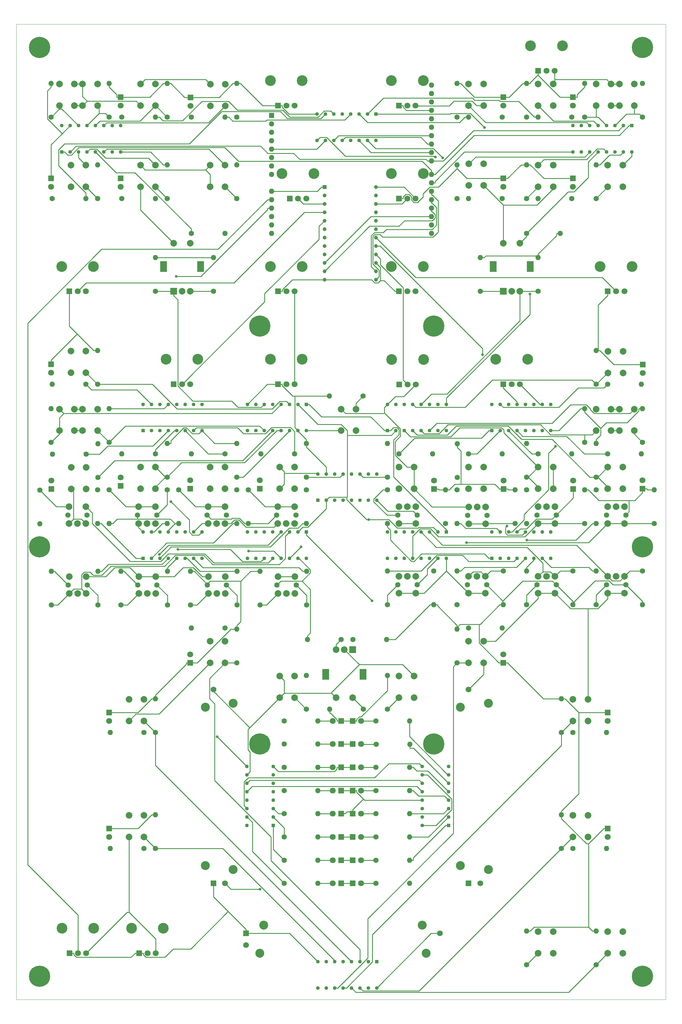
<source format=gbr>
%TF.GenerationSoftware,KiCad,Pcbnew,(5.1.7-0-10_14)*%
%TF.CreationDate,2020-11-07T14:29:28-03:00*%
%TF.ProjectId,MIDI2_out,4d494449-325f-46f7-9574-2e6b69636164,rev?*%
%TF.SameCoordinates,Original*%
%TF.FileFunction,Copper,L2,Bot*%
%TF.FilePolarity,Positive*%
%FSLAX46Y46*%
G04 Gerber Fmt 4.6, Leading zero omitted, Abs format (unit mm)*
G04 Created by KiCad (PCBNEW (5.1.7-0-10_14)) date 2020-11-07 14:29:28*
%MOMM*%
%LPD*%
G01*
G04 APERTURE LIST*
%TA.AperFunction,Profile*%
%ADD10C,0.050000*%
%TD*%
%TA.AperFunction,ComponentPad*%
%ADD11C,3.600000*%
%TD*%
%TA.AperFunction,ConnectorPad*%
%ADD12C,6.400000*%
%TD*%
%TA.AperFunction,ComponentPad*%
%ADD13C,2.000000*%
%TD*%
%TA.AperFunction,ComponentPad*%
%ADD14C,1.800000*%
%TD*%
%TA.AperFunction,ComponentPad*%
%ADD15R,1.800000X1.800000*%
%TD*%
%TA.AperFunction,ComponentPad*%
%ADD16R,1.130000X1.130000*%
%TD*%
%TA.AperFunction,ComponentPad*%
%ADD17C,1.130000*%
%TD*%
%TA.AperFunction,ComponentPad*%
%ADD18C,1.600000*%
%TD*%
%TA.AperFunction,ComponentPad*%
%ADD19O,1.600000X1.600000*%
%TD*%
%TA.AperFunction,ComponentPad*%
%ADD20C,3.240000*%
%TD*%
%TA.AperFunction,ComponentPad*%
%ADD21C,2.700000*%
%TD*%
%TA.AperFunction,ComponentPad*%
%ADD22C,1.750000*%
%TD*%
%TA.AperFunction,ComponentPad*%
%ADD23R,1.750000X1.750000*%
%TD*%
%TA.AperFunction,ComponentPad*%
%ADD24C,1.150000*%
%TD*%
%TA.AperFunction,ComponentPad*%
%ADD25R,1.150000X1.150000*%
%TD*%
%TA.AperFunction,ComponentPad*%
%ADD26R,2.000000X2.000000*%
%TD*%
%TA.AperFunction,ComponentPad*%
%ADD27R,2.000000X3.200000*%
%TD*%
%TA.AperFunction,ComponentPad*%
%ADD28R,1.600000X1.600000*%
%TD*%
%TA.AperFunction,ViaPad*%
%ADD29C,0.800000*%
%TD*%
%TA.AperFunction,Conductor*%
%ADD30C,0.250000*%
%TD*%
G04 APERTURE END LIST*
D10*
X0Y0D02*
X0Y-294000000D01*
X196000000Y0D02*
X0Y0D01*
X196000000Y-294000000D02*
X196000000Y0D01*
X0Y-294000000D02*
X196000000Y-294000000D01*
D11*
%TO.P,H8,1*%
%TO.N,N/C*%
X73500000Y-217000000D03*
D12*
X73500000Y-217000000D03*
%TD*%
D11*
%TO.P,H6,1*%
%TO.N,N/C*%
X73500000Y-91000000D03*
D12*
X73500000Y-91000000D03*
%TD*%
D11*
%TO.P,H7,1*%
%TO.N,N/C*%
X126000000Y-91000000D03*
D12*
X126000000Y-91000000D03*
%TD*%
D11*
%TO.P,H9,1*%
%TO.N,N/C*%
X126000000Y-217000000D03*
D12*
X126000000Y-217000000D03*
%TD*%
D11*
%TO.P,H4,1*%
%TO.N,N/C*%
X7000000Y-157500000D03*
D12*
X7000000Y-157500000D03*
%TD*%
%TO.P,H5,1*%
%TO.N,N/C*%
X189000000Y-157500000D03*
D11*
X189000000Y-157500000D03*
%TD*%
%TO.P,H3,1*%
%TO.N,N/C*%
X189000000Y-287000000D03*
D12*
X189000000Y-287000000D03*
%TD*%
D11*
%TO.P,H2,1*%
%TO.N,N/C*%
X7000000Y-287000000D03*
D12*
X7000000Y-287000000D03*
%TD*%
D11*
%TO.P,H1,1*%
%TO.N,N/C*%
X189000000Y-7000000D03*
D12*
X189000000Y-7000000D03*
%TD*%
%TO.P,H0,1*%
%TO.N,N/C*%
X7000000Y-7000000D03*
D11*
X7000000Y-7000000D03*
%TD*%
D13*
%TO.P,SW57,1*%
%TO.N,+5V*%
X141000000Y-192500000D03*
%TO.P,SW57,2*%
%TO.N,Net-(B4-Pad11)*%
X136500000Y-192500000D03*
%TO.P,SW57,1*%
%TO.N,+5V*%
X141000000Y-186000000D03*
%TO.P,SW57,2*%
%TO.N,Net-(B4-Pad11)*%
X136500000Y-186000000D03*
%TD*%
%TO.P,SW56,1*%
%TO.N,+5V*%
X120000000Y-140000000D03*
%TO.P,SW56,2*%
%TO.N,Net-(B3-Pad11)*%
X115500000Y-140000000D03*
%TO.P,SW56,1*%
%TO.N,+5V*%
X120000000Y-133500000D03*
%TO.P,SW56,2*%
%TO.N,Net-(B3-Pad11)*%
X115500000Y-133500000D03*
%TD*%
%TO.P,SW54,1*%
%TO.N,Net-(B3-Pad6)*%
X115500000Y-196500000D03*
%TO.P,SW54,2*%
%TO.N,+5V*%
X120000000Y-196500000D03*
%TO.P,SW54,1*%
%TO.N,Net-(B3-Pad6)*%
X115500000Y-203000000D03*
%TO.P,SW54,2*%
%TO.N,+5V*%
X120000000Y-203000000D03*
%TD*%
%TO.P,SW53,1*%
%TO.N,+5V*%
X58500000Y-42500000D03*
%TO.P,SW53,2*%
%TO.N,Net-(B7-Pad6)*%
X63000000Y-42500000D03*
%TO.P,SW53,1*%
%TO.N,+5V*%
X58500000Y-49000000D03*
%TO.P,SW53,2*%
%TO.N,Net-(B7-Pad6)*%
X63000000Y-49000000D03*
%TD*%
%TO.P,SW52,1*%
%TO.N,Net-(B7-Pad4)*%
X42000000Y-49000000D03*
%TO.P,SW52,2*%
%TO.N,+5V*%
X37500000Y-49000000D03*
%TO.P,SW52,1*%
%TO.N,Net-(B7-Pad4)*%
X42000000Y-42500000D03*
%TO.P,SW52,2*%
%TO.N,+5V*%
X37500000Y-42500000D03*
%TD*%
%TO.P,SW50,1*%
%TO.N,+5V*%
X172500000Y-210000000D03*
%TO.P,SW50,2*%
%TO.N,Net-(B4-Pad12)*%
X168000000Y-210000000D03*
%TO.P,SW50,1*%
%TO.N,+5V*%
X172500000Y-203500000D03*
%TO.P,SW50,2*%
%TO.N,Net-(B4-Pad12)*%
X168000000Y-203500000D03*
%TD*%
%TO.P,SW49,1*%
%TO.N,+5V*%
X98000000Y-116000000D03*
%TO.P,SW49,2*%
%TO.N,Net-(B3-Pad12)*%
X102500000Y-116000000D03*
%TO.P,SW49,1*%
%TO.N,+5V*%
X98000000Y-122500000D03*
%TO.P,SW49,2*%
%TO.N,Net-(B3-Pad12)*%
X102500000Y-122500000D03*
%TD*%
%TO.P,SW47,1*%
%TO.N,Net-(B7-Pad12)*%
X42000000Y-24500000D03*
%TO.P,SW47,2*%
%TO.N,+5V*%
X37500000Y-24500000D03*
%TO.P,SW47,1*%
%TO.N,Net-(B7-Pad12)*%
X42000000Y-18000000D03*
%TO.P,SW47,2*%
%TO.N,+5V*%
X37500000Y-18000000D03*
%TD*%
%TO.P,SW46,1*%
%TO.N,Net-(B6-Pad4)*%
X13000000Y-116000000D03*
%TO.P,SW46,2*%
%TO.N,+5V*%
X17500000Y-116000000D03*
%TO.P,SW46,1*%
%TO.N,Net-(B6-Pad4)*%
X13000000Y-122500000D03*
%TO.P,SW46,2*%
%TO.N,+5V*%
X17500000Y-122500000D03*
%TD*%
%TO.P,SW45,1*%
%TO.N,Net-(B6-Pad12)*%
X21080000Y-140080000D03*
%TO.P,SW45,2*%
%TO.N,+5V*%
X16580000Y-140080000D03*
%TO.P,SW45,1*%
%TO.N,Net-(B6-Pad12)*%
X21080000Y-133580000D03*
%TO.P,SW45,2*%
%TO.N,+5V*%
X16580000Y-133580000D03*
%TD*%
%TO.P,SW44,1*%
%TO.N,Net-(B1-Pad5)*%
X175000000Y-116000000D03*
%TO.P,SW44,2*%
%TO.N,+5V*%
X179500000Y-116000000D03*
%TO.P,SW44,1*%
%TO.N,Net-(B1-Pad5)*%
X175000000Y-122500000D03*
%TO.P,SW44,2*%
%TO.N,+5V*%
X179500000Y-122500000D03*
%TD*%
%TO.P,SW43,1*%
%TO.N,Net-(B1-Pad13)*%
X178580000Y-98580000D03*
%TO.P,SW43,2*%
%TO.N,+5V*%
X183080000Y-98580000D03*
%TO.P,SW43,1*%
%TO.N,Net-(B1-Pad13)*%
X178580000Y-105080000D03*
%TO.P,SW43,2*%
%TO.N,+5V*%
X183080000Y-105080000D03*
%TD*%
%TO.P,SW41,1*%
%TO.N,+5V*%
X183000000Y-280000000D03*
%TO.P,SW41,2*%
%TO.N,Net-(B4-Pad13)*%
X178500000Y-280000000D03*
%TO.P,SW41,1*%
%TO.N,+5V*%
X183000000Y-273500000D03*
%TO.P,SW41,2*%
%TO.N,Net-(B4-Pad13)*%
X178500000Y-273500000D03*
%TD*%
%TO.P,SW40,1*%
%TO.N,+5V*%
X79500000Y-133500000D03*
%TO.P,SW40,2*%
%TO.N,Net-(B3-Pad13)*%
X84000000Y-133500000D03*
%TO.P,SW40,1*%
%TO.N,+5V*%
X79500000Y-140000000D03*
%TO.P,SW40,2*%
%TO.N,Net-(B3-Pad13)*%
X84000000Y-140000000D03*
%TD*%
%TO.P,SW38,1*%
%TO.N,Net-(B0-Pad5)*%
X157500000Y-18000000D03*
%TO.P,SW38,2*%
%TO.N,+5V*%
X162000000Y-18000000D03*
%TO.P,SW38,1*%
%TO.N,Net-(B0-Pad5)*%
X157500000Y-24500000D03*
%TO.P,SW38,2*%
%TO.N,+5V*%
X162000000Y-24500000D03*
%TD*%
%TO.P,SW37,1*%
%TO.N,Net-(B0-Pad13)*%
X157500000Y-42500000D03*
%TO.P,SW37,2*%
%TO.N,+5V*%
X162000000Y-42500000D03*
%TO.P,SW37,1*%
%TO.N,Net-(B0-Pad13)*%
X157500000Y-49000000D03*
%TO.P,SW37,2*%
%TO.N,+5V*%
X162000000Y-49000000D03*
%TD*%
%TO.P,SW36,1*%
%TO.N,+5V*%
X141080000Y-48580000D03*
%TO.P,SW36,2*%
%TO.N,Net-(B0-Pad11)*%
X136580000Y-48580000D03*
%TO.P,SW36,1*%
%TO.N,+5V*%
X141080000Y-42080000D03*
%TO.P,SW36,2*%
%TO.N,Net-(B0-Pad11)*%
X136580000Y-42080000D03*
%TD*%
%TO.P,SW34,1*%
%TO.N,+5V*%
X172500000Y-245000000D03*
%TO.P,SW34,2*%
%TO.N,Net-(B4-Pad14)*%
X168000000Y-245000000D03*
%TO.P,SW34,1*%
%TO.N,+5V*%
X172500000Y-238500000D03*
%TO.P,SW34,2*%
%TO.N,Net-(B4-Pad14)*%
X168000000Y-238500000D03*
%TD*%
%TO.P,SW33,1*%
%TO.N,+5V*%
X79500000Y-196500000D03*
%TO.P,SW33,2*%
%TO.N,Net-(B3-Pad14)*%
X84000000Y-196500000D03*
%TO.P,SW33,1*%
%TO.N,+5V*%
X79500000Y-203000000D03*
%TO.P,SW33,2*%
%TO.N,Net-(B3-Pad14)*%
X84000000Y-203000000D03*
%TD*%
%TO.P,SW31,1*%
%TO.N,Net-(B7-Pad3)*%
X21000000Y-49000000D03*
%TO.P,SW31,2*%
%TO.N,+5V*%
X16500000Y-49000000D03*
%TO.P,SW31,1*%
%TO.N,Net-(B7-Pad3)*%
X21000000Y-42500000D03*
%TO.P,SW31,2*%
%TO.N,+5V*%
X16500000Y-42500000D03*
%TD*%
%TO.P,SW30,1*%
%TO.N,Net-(B6-Pad3)*%
X21000000Y-105000000D03*
%TO.P,SW30,2*%
%TO.N,+5V*%
X16500000Y-105000000D03*
%TO.P,SW30,1*%
%TO.N,Net-(B6-Pad3)*%
X21000000Y-98500000D03*
%TO.P,SW30,2*%
%TO.N,+5V*%
X16500000Y-98500000D03*
%TD*%
%TO.P,SW29,1*%
%TO.N,Net-(B1-Pad14)*%
X136500000Y-133500000D03*
%TO.P,SW29,2*%
%TO.N,+5V*%
X141000000Y-133500000D03*
%TO.P,SW29,1*%
%TO.N,Net-(B1-Pad14)*%
X136500000Y-140000000D03*
%TO.P,SW29,2*%
%TO.N,+5V*%
X141000000Y-140000000D03*
%TD*%
%TO.P,SW27,1*%
%TO.N,+5V*%
X58500000Y-186000000D03*
%TO.P,SW27,2*%
%TO.N,Net-(B4-Pad3)*%
X63000000Y-186000000D03*
%TO.P,SW27,1*%
%TO.N,+5V*%
X58500000Y-192500000D03*
%TO.P,SW27,2*%
%TO.N,Net-(B4-Pad3)*%
X63000000Y-192500000D03*
%TD*%
%TO.P,SW26,1*%
%TO.N,Net-(B0-Pad14)*%
X178500000Y-42500000D03*
%TO.P,SW26,2*%
%TO.N,+5V*%
X183000000Y-42500000D03*
%TO.P,SW26,1*%
%TO.N,Net-(B0-Pad14)*%
X178500000Y-49000000D03*
%TO.P,SW26,2*%
%TO.N,+5V*%
X183000000Y-49000000D03*
%TD*%
%TO.P,SW24,1*%
%TO.N,Net-(B7-Pad11)*%
X63080000Y-24580000D03*
%TO.P,SW24,2*%
%TO.N,+5V*%
X58580000Y-24580000D03*
%TO.P,SW24,1*%
%TO.N,Net-(B7-Pad11)*%
X63080000Y-18080000D03*
%TO.P,SW24,2*%
%TO.N,+5V*%
X58580000Y-18080000D03*
%TD*%
%TO.P,SW23,1*%
%TO.N,Net-(B6-Pad11)*%
X24500000Y-122500000D03*
%TO.P,SW23,2*%
%TO.N,+5V*%
X20000000Y-122500000D03*
%TO.P,SW23,1*%
%TO.N,Net-(B6-Pad11)*%
X24500000Y-116000000D03*
%TO.P,SW23,2*%
%TO.N,+5V*%
X20000000Y-116000000D03*
%TD*%
%TO.P,SW22,1*%
%TO.N,Net-(B1-Pad6)*%
X186500000Y-122500000D03*
%TO.P,SW22,2*%
%TO.N,+5V*%
X182000000Y-122500000D03*
%TO.P,SW22,1*%
%TO.N,Net-(B1-Pad6)*%
X186500000Y-116000000D03*
%TO.P,SW22,2*%
%TO.N,+5V*%
X182000000Y-116000000D03*
%TD*%
%TO.P,SW21,1*%
%TO.N,Net-(B0-Pad6)*%
X136500000Y-18000000D03*
%TO.P,SW21,2*%
%TO.N,+5V*%
X141000000Y-18000000D03*
%TO.P,SW21,1*%
%TO.N,Net-(B0-Pad6)*%
X136500000Y-24500000D03*
%TO.P,SW21,2*%
%TO.N,+5V*%
X141000000Y-24500000D03*
%TD*%
%TO.P,SW19,1*%
%TO.N,+5V*%
X34000000Y-203500000D03*
%TO.P,SW19,2*%
%TO.N,Net-(B4-Pad4)*%
X38500000Y-203500000D03*
%TO.P,SW19,1*%
%TO.N,+5V*%
X34000000Y-210000000D03*
%TO.P,SW19,2*%
%TO.N,Net-(B4-Pad4)*%
X38500000Y-210000000D03*
%TD*%
%TO.P,SW15,1*%
%TO.N,Net-(B7-Pad14)*%
X13000000Y-18000000D03*
%TO.P,SW15,2*%
%TO.N,+5V*%
X17500000Y-18000000D03*
%TO.P,SW15,1*%
%TO.N,Net-(B7-Pad14)*%
X13000000Y-24500000D03*
%TO.P,SW15,2*%
%TO.N,+5V*%
X17500000Y-24500000D03*
%TD*%
%TO.P,SW14,1*%
%TO.N,Net-(B6-Pad14)*%
X63000000Y-140000000D03*
%TO.P,SW14,2*%
%TO.N,+5V*%
X58500000Y-140000000D03*
%TO.P,SW14,1*%
%TO.N,Net-(B6-Pad14)*%
X63000000Y-133500000D03*
%TO.P,SW14,2*%
%TO.N,+5V*%
X58500000Y-133500000D03*
%TD*%
%TO.P,SW12,1*%
%TO.N,+5V*%
X162000000Y-280000000D03*
%TO.P,SW12,2*%
%TO.N,Net-(B4-Pad5)*%
X157500000Y-280000000D03*
%TO.P,SW12,1*%
%TO.N,+5V*%
X162000000Y-273500000D03*
%TO.P,SW12,2*%
%TO.N,Net-(B4-Pad5)*%
X157500000Y-273500000D03*
%TD*%
%TO.P,SW11,1*%
%TO.N,Net-(B1-Pad3)*%
X157500000Y-133500000D03*
%TO.P,SW11,2*%
%TO.N,+5V*%
X162000000Y-133500000D03*
%TO.P,SW11,1*%
%TO.N,Net-(B1-Pad3)*%
X157500000Y-140000000D03*
%TO.P,SW11,2*%
%TO.N,+5V*%
X162000000Y-140000000D03*
%TD*%
%TO.P,SW9,1*%
%TO.N,Net-(B0-Pad3)*%
X186500000Y-24500000D03*
%TO.P,SW9,2*%
%TO.N,+5V*%
X182000000Y-24500000D03*
%TO.P,SW9,1*%
%TO.N,Net-(B0-Pad3)*%
X186500000Y-18000000D03*
%TO.P,SW9,2*%
%TO.N,+5V*%
X182000000Y-18000000D03*
%TD*%
%TO.P,SW7,1*%
%TO.N,Net-(B7-Pad13)*%
X24500000Y-24500000D03*
%TO.P,SW7,2*%
%TO.N,+5V*%
X20000000Y-24500000D03*
%TO.P,SW7,1*%
%TO.N,Net-(B7-Pad13)*%
X24500000Y-18000000D03*
%TO.P,SW7,2*%
%TO.N,+5V*%
X20000000Y-18000000D03*
%TD*%
%TO.P,SW5,1*%
%TO.N,+5V*%
X34000000Y-238500000D03*
%TO.P,SW5,2*%
%TO.N,Net-(B4-Pad6)*%
X38500000Y-238500000D03*
%TO.P,SW5,1*%
%TO.N,+5V*%
X34000000Y-245000000D03*
%TO.P,SW5,2*%
%TO.N,Net-(B4-Pad6)*%
X38500000Y-245000000D03*
%TD*%
%TO.P,SW4,1*%
%TO.N,Net-(B6-Pad13)*%
X42000000Y-140000000D03*
%TO.P,SW4,2*%
%TO.N,+5V*%
X37500000Y-140000000D03*
%TO.P,SW4,1*%
%TO.N,Net-(B6-Pad13)*%
X42000000Y-133500000D03*
%TO.P,SW4,2*%
%TO.N,+5V*%
X37500000Y-133500000D03*
%TD*%
%TO.P,SW2,1*%
%TO.N,Net-(B1-Pad4)*%
X178500000Y-133500000D03*
%TO.P,SW2,2*%
%TO.N,+5V*%
X183000000Y-133500000D03*
%TO.P,SW2,1*%
%TO.N,Net-(B1-Pad4)*%
X178500000Y-140000000D03*
%TO.P,SW2,2*%
%TO.N,+5V*%
X183000000Y-140000000D03*
%TD*%
%TO.P,SW1,1*%
%TO.N,Net-(B0-Pad4)*%
X175000000Y-18000000D03*
%TO.P,SW1,2*%
%TO.N,+5V*%
X179500000Y-18000000D03*
%TO.P,SW1,1*%
%TO.N,Net-(B0-Pad4)*%
X175000000Y-24500000D03*
%TO.P,SW1,2*%
%TO.N,+5V*%
X179500000Y-24500000D03*
%TD*%
D14*
%TO.P,D16,2*%
%TO.N,Net-(D16-Pad2)*%
X10500000Y-49000000D03*
D15*
%TO.P,D16,1*%
%TO.N,GND*%
X10500000Y-46460000D03*
%TD*%
D14*
%TO.P,D15,2*%
%TO.N,Net-(D15-Pad2)*%
X31500000Y-24500000D03*
D15*
%TO.P,D15,1*%
%TO.N,GND*%
X31500000Y-21960000D03*
%TD*%
D14*
%TO.P,D14,2*%
%TO.N,Net-(D14-Pad2)*%
X31500000Y-49000000D03*
D15*
%TO.P,D14,1*%
%TO.N,GND*%
X31500000Y-46460000D03*
%TD*%
D14*
%TO.P,D13,2*%
%TO.N,Net-(D13-Pad2)*%
X52580000Y-24580000D03*
D15*
%TO.P,D13,1*%
%TO.N,GND*%
X52580000Y-22040000D03*
%TD*%
D14*
%TO.P,D12,2*%
%TO.N,Net-(D12-Pad2)*%
X147000000Y-24500000D03*
D15*
%TO.P,D12,1*%
%TO.N,GND*%
X147000000Y-21960000D03*
%TD*%
D14*
%TO.P,D11,2*%
%TO.N,Net-(D11-Pad2)*%
X168000000Y-24500000D03*
D15*
%TO.P,D11,1*%
%TO.N,GND*%
X168000000Y-21960000D03*
%TD*%
D14*
%TO.P,D10,2*%
%TO.N,Net-(D10-Pad2)*%
X168000000Y-49000000D03*
D15*
%TO.P,D10,1*%
%TO.N,GND*%
X168000000Y-46460000D03*
%TD*%
D14*
%TO.P,D9,2*%
%TO.N,Net-(D9-Pad2)*%
X147000000Y-49000000D03*
D15*
%TO.P,D9,1*%
%TO.N,GND*%
X147000000Y-46460000D03*
%TD*%
D14*
%TO.P,D8,2*%
%TO.N,Net-(D8-Pad2)*%
X104040000Y-210000000D03*
D15*
%TO.P,D8,1*%
%TO.N,GND*%
X101500000Y-210000000D03*
%TD*%
D14*
%TO.P,D7,2*%
%TO.N,Net-(D7-Pad2)*%
X104040000Y-217000000D03*
D15*
%TO.P,D7,1*%
%TO.N,GND*%
X101500000Y-217000000D03*
%TD*%
D14*
%TO.P,D6,2*%
%TO.N,Net-(D6-Pad2)*%
X104040000Y-224000000D03*
D15*
%TO.P,D6,1*%
%TO.N,GND*%
X101500000Y-224000000D03*
%TD*%
D14*
%TO.P,D5,2*%
%TO.N,Net-(D5-Pad2)*%
X104040000Y-231000000D03*
D15*
%TO.P,D5,1*%
%TO.N,GND*%
X101500000Y-231000000D03*
%TD*%
D14*
%TO.P,D4,2*%
%TO.N,Net-(D4-Pad2)*%
X104040000Y-238000000D03*
D15*
%TO.P,D4,1*%
%TO.N,GND*%
X101500000Y-238000000D03*
%TD*%
D14*
%TO.P,D3,2*%
%TO.N,Net-(D3-Pad2)*%
X104040000Y-245000000D03*
D15*
%TO.P,D3,1*%
%TO.N,GND*%
X101500000Y-245000000D03*
%TD*%
D14*
%TO.P,D2,2*%
%TO.N,Net-(D2-Pad2)*%
X104040000Y-252000000D03*
D15*
%TO.P,D2,1*%
%TO.N,GND*%
X101500000Y-252000000D03*
%TD*%
D14*
%TO.P,D1,2*%
%TO.N,Net-(D1-Pad2)*%
X104040000Y-259000000D03*
D15*
%TO.P,D1,1*%
%TO.N,GND*%
X101500000Y-259000000D03*
%TD*%
D16*
%TO.P,L5,1*%
%TO.N,Net-(L5-Pad1)*%
X38220000Y-161000000D03*
D17*
%TO.P,L5,2*%
%TO.N,Net-(L5-Pad2)*%
X40760000Y-161000000D03*
%TO.P,L5,3*%
%TO.N,Net-(L5-Pad3)*%
X43300000Y-161000000D03*
%TO.P,L5,4*%
%TO.N,Net-(L5-Pad4)*%
X45840000Y-161000000D03*
%TO.P,L5,5*%
%TO.N,Net-(L5-Pad5)*%
X48380000Y-161000000D03*
%TO.P,L5,6*%
%TO.N,Net-(L5-Pad6)*%
X50920000Y-161000000D03*
%TO.P,L5,7*%
%TO.N,Net-(L5-Pad7)*%
X53460000Y-161000000D03*
%TO.P,L5,8*%
%TO.N,GND*%
X56000000Y-161000000D03*
%TO.P,L5,9*%
%TO.N,Net-(L5-Pad9)*%
X56000000Y-153060000D03*
%TO.P,L5,10*%
%TO.N,+5V*%
X53460000Y-153060000D03*
%TO.P,L5,11*%
%TO.N,Net-(A1-Pad26)*%
X50920000Y-153060000D03*
%TO.P,L5,12*%
%TO.N,Net-(A1-Pad25)*%
X48380000Y-153060000D03*
%TO.P,L5,13*%
%TO.N,GND*%
X45840000Y-153060000D03*
%TO.P,L5,14*%
%TO.N,Net-(L4-Pad9)*%
X43300000Y-153060000D03*
%TO.P,L5,15*%
%TO.N,Net-(L5-Pad15)*%
X40760000Y-153060000D03*
%TO.P,L5,16*%
%TO.N,+5V*%
X38220000Y-153060000D03*
%TD*%
D13*
%TO.P,SW58,*%
%TO.N,*%
X81540000Y-171580000D03*
D18*
%TO.P,SW58,6*%
%TO.N,Net-(R56-Pad1)*%
X84440000Y-169040000D03*
%TO.P,SW58,5*%
%TO.N,GND*%
X78640000Y-169040000D03*
D13*
%TO.P,SW58,4*%
%TO.N,+5V*%
X79000000Y-166500000D03*
%TO.P,SW58,3*%
X84080000Y-166500000D03*
%TO.P,SW58,2*%
%TO.N,Net-(B5-Pad6)*%
X79000000Y-171580000D03*
%TO.P,SW58,1*%
X84080000Y-171580000D03*
%TD*%
%TO.P,SW55,*%
%TO.N,*%
X60540000Y-171580000D03*
D18*
%TO.P,SW55,6*%
%TO.N,Net-(R55-Pad1)*%
X63440000Y-169040000D03*
%TO.P,SW55,5*%
%TO.N,GND*%
X57640000Y-169040000D03*
D13*
%TO.P,SW55,4*%
%TO.N,+5V*%
X58000000Y-166500000D03*
%TO.P,SW55,3*%
X63080000Y-166500000D03*
%TO.P,SW55,2*%
%TO.N,Net-(B5-Pad5)*%
X58000000Y-171580000D03*
%TO.P,SW55,1*%
X63080000Y-171580000D03*
%TD*%
%TO.P,SW51,*%
%TO.N,*%
X39540000Y-171580000D03*
D18*
%TO.P,SW51,6*%
%TO.N,Net-(R54-Pad1)*%
X42440000Y-169040000D03*
%TO.P,SW51,5*%
%TO.N,GND*%
X36640000Y-169040000D03*
D13*
%TO.P,SW51,4*%
%TO.N,+5V*%
X37000000Y-166500000D03*
%TO.P,SW51,3*%
X42080000Y-166500000D03*
%TO.P,SW51,2*%
%TO.N,Net-(B5-Pad4)*%
X37000000Y-171580000D03*
%TO.P,SW51,1*%
X42080000Y-171580000D03*
%TD*%
%TO.P,SW48,*%
%TO.N,*%
X18540000Y-171580000D03*
D18*
%TO.P,SW48,6*%
%TO.N,Net-(R53-Pad1)*%
X21440000Y-169040000D03*
%TO.P,SW48,5*%
%TO.N,GND*%
X15640000Y-169040000D03*
D13*
%TO.P,SW48,4*%
%TO.N,+5V*%
X16000000Y-166500000D03*
%TO.P,SW48,3*%
X21080000Y-166500000D03*
%TO.P,SW48,2*%
%TO.N,Net-(B5-Pad3)*%
X16000000Y-171580000D03*
%TO.P,SW48,1*%
X21080000Y-171580000D03*
%TD*%
%TO.P,SW42,*%
%TO.N,*%
X81460000Y-150500000D03*
D18*
%TO.P,SW42,6*%
%TO.N,Net-(R52-Pad1)*%
X84360000Y-147960000D03*
%TO.P,SW42,5*%
%TO.N,GND*%
X78560000Y-147960000D03*
D13*
%TO.P,SW42,4*%
%TO.N,Net-(B5-Pad14)*%
X78920000Y-145420000D03*
%TO.P,SW42,3*%
X84000000Y-145420000D03*
%TO.P,SW42,2*%
%TO.N,+5V*%
X78920000Y-150500000D03*
%TO.P,SW42,1*%
X84000000Y-150500000D03*
%TD*%
%TO.P,SW39,*%
%TO.N,*%
X60460000Y-150500000D03*
D18*
%TO.P,SW39,6*%
%TO.N,Net-(R51-Pad1)*%
X63360000Y-147960000D03*
%TO.P,SW39,5*%
%TO.N,GND*%
X57560000Y-147960000D03*
D13*
%TO.P,SW39,4*%
%TO.N,Net-(B5-Pad13)*%
X57920000Y-145420000D03*
%TO.P,SW39,3*%
X63000000Y-145420000D03*
%TO.P,SW39,2*%
%TO.N,+5V*%
X57920000Y-150500000D03*
%TO.P,SW39,1*%
X63000000Y-150500000D03*
%TD*%
%TO.P,SW35,*%
%TO.N,*%
X18460000Y-150500000D03*
D18*
%TO.P,SW35,6*%
%TO.N,Net-(R50-Pad1)*%
X21360000Y-147960000D03*
%TO.P,SW35,5*%
%TO.N,GND*%
X15560000Y-147960000D03*
D13*
%TO.P,SW35,4*%
%TO.N,Net-(B5-Pad12)*%
X15920000Y-145420000D03*
%TO.P,SW35,3*%
X21000000Y-145420000D03*
%TO.P,SW35,2*%
%TO.N,+5V*%
X15920000Y-150500000D03*
%TO.P,SW35,1*%
X21000000Y-150500000D03*
%TD*%
%TO.P,SW32,*%
%TO.N,*%
X39460000Y-150500000D03*
D18*
%TO.P,SW32,6*%
%TO.N,Net-(R49-Pad1)*%
X42360000Y-147960000D03*
%TO.P,SW32,5*%
%TO.N,GND*%
X36560000Y-147960000D03*
D13*
%TO.P,SW32,4*%
%TO.N,Net-(B5-Pad11)*%
X36920000Y-145420000D03*
%TO.P,SW32,3*%
X42000000Y-145420000D03*
%TO.P,SW32,2*%
%TO.N,+5V*%
X36920000Y-150500000D03*
%TO.P,SW32,1*%
X42000000Y-150500000D03*
%TD*%
%TO.P,SW28,*%
%TO.N,*%
X181040000Y-166420000D03*
D18*
%TO.P,SW28,6*%
%TO.N,Net-(R40-Pad1)*%
X178140000Y-168960000D03*
%TO.P,SW28,5*%
%TO.N,GND*%
X183940000Y-168960000D03*
D13*
%TO.P,SW28,4*%
%TO.N,+5V*%
X183580000Y-171500000D03*
%TO.P,SW28,3*%
X178500000Y-171500000D03*
%TO.P,SW28,2*%
%TO.N,Net-(B2-Pad3)*%
X183580000Y-166420000D03*
%TO.P,SW28,1*%
X178500000Y-166420000D03*
%TD*%
%TO.P,SW25,*%
%TO.N,*%
X160040000Y-166420000D03*
D18*
%TO.P,SW25,6*%
%TO.N,Net-(R39-Pad1)*%
X157140000Y-168960000D03*
%TO.P,SW25,5*%
%TO.N,GND*%
X162940000Y-168960000D03*
D13*
%TO.P,SW25,4*%
%TO.N,+5V*%
X162580000Y-171500000D03*
%TO.P,SW25,3*%
X157500000Y-171500000D03*
%TO.P,SW25,2*%
%TO.N,Net-(B2-Pad4)*%
X162580000Y-166420000D03*
%TO.P,SW25,1*%
X157500000Y-166420000D03*
%TD*%
%TO.P,SW20,*%
%TO.N,*%
X139040000Y-166420000D03*
D18*
%TO.P,SW20,6*%
%TO.N,Net-(R38-Pad1)*%
X136140000Y-168960000D03*
%TO.P,SW20,5*%
%TO.N,GND*%
X141940000Y-168960000D03*
D13*
%TO.P,SW20,4*%
%TO.N,+5V*%
X141580000Y-171500000D03*
%TO.P,SW20,3*%
X136500000Y-171500000D03*
%TO.P,SW20,2*%
%TO.N,Net-(B2-Pad5)*%
X141580000Y-166420000D03*
%TO.P,SW20,1*%
X136500000Y-166420000D03*
%TD*%
%TO.P,SW17,*%
%TO.N,*%
X118040000Y-166420000D03*
D18*
%TO.P,SW17,6*%
%TO.N,Net-(R37-Pad1)*%
X115140000Y-168960000D03*
%TO.P,SW17,5*%
%TO.N,GND*%
X120940000Y-168960000D03*
D13*
%TO.P,SW17,4*%
%TO.N,+5V*%
X120580000Y-171500000D03*
%TO.P,SW17,3*%
X115500000Y-171500000D03*
%TO.P,SW17,2*%
%TO.N,Net-(B2-Pad6)*%
X120580000Y-166420000D03*
%TO.P,SW17,1*%
X115500000Y-166420000D03*
%TD*%
%TO.P,SW13,*%
%TO.N,*%
X181040000Y-145420000D03*
D18*
%TO.P,SW13,6*%
%TO.N,Net-(R36-Pad1)*%
X178140000Y-147960000D03*
%TO.P,SW13,5*%
%TO.N,GND*%
X183940000Y-147960000D03*
D13*
%TO.P,SW13,4*%
%TO.N,Net-(B2-Pad11)*%
X183580000Y-150500000D03*
%TO.P,SW13,3*%
X178500000Y-150500000D03*
%TO.P,SW13,2*%
%TO.N,+5V*%
X183580000Y-145420000D03*
%TO.P,SW13,1*%
X178500000Y-145420000D03*
%TD*%
%TO.P,SW10,*%
%TO.N,*%
X160040000Y-145420000D03*
D18*
%TO.P,SW10,6*%
%TO.N,Net-(R35-Pad1)*%
X157140000Y-147960000D03*
%TO.P,SW10,5*%
%TO.N,GND*%
X162940000Y-147960000D03*
D13*
%TO.P,SW10,4*%
%TO.N,Net-(B2-Pad12)*%
X162580000Y-150500000D03*
%TO.P,SW10,3*%
X157500000Y-150500000D03*
%TO.P,SW10,2*%
%TO.N,+5V*%
X162580000Y-145420000D03*
%TO.P,SW10,1*%
X157500000Y-145420000D03*
%TD*%
%TO.P,SW6,*%
%TO.N,*%
X118040000Y-145420000D03*
D18*
%TO.P,SW6,6*%
%TO.N,Net-(R34-Pad1)*%
X115140000Y-147960000D03*
%TO.P,SW6,5*%
%TO.N,GND*%
X120940000Y-147960000D03*
D13*
%TO.P,SW6,4*%
%TO.N,Net-(B2-Pad13)*%
X120580000Y-150500000D03*
%TO.P,SW6,3*%
X115500000Y-150500000D03*
%TO.P,SW6,2*%
%TO.N,+5V*%
X120580000Y-145420000D03*
%TO.P,SW6,1*%
X115500000Y-145420000D03*
%TD*%
%TO.P,SW3,*%
%TO.N,*%
X139120000Y-145500000D03*
D18*
%TO.P,SW3,6*%
%TO.N,Net-(R33-Pad1)*%
X136220000Y-148040000D03*
%TO.P,SW3,5*%
%TO.N,GND*%
X142020000Y-148040000D03*
D13*
%TO.P,SW3,4*%
%TO.N,Net-(B2-Pad14)*%
X141660000Y-150580000D03*
%TO.P,SW3,3*%
X136580000Y-150580000D03*
%TO.P,SW3,2*%
%TO.N,+5V*%
X141660000Y-145500000D03*
%TO.P,SW3,1*%
X136580000Y-145500000D03*
%TD*%
D19*
%TO.P,R72,2*%
%TO.N,GND*%
X28000000Y-150500000D03*
D18*
%TO.P,R72,1*%
%TO.N,Net-(B5-Pad11)*%
X28000000Y-140340000D03*
%TD*%
D19*
%TO.P,R71,2*%
%TO.N,GND*%
X192500000Y-140340000D03*
D18*
%TO.P,R71,1*%
%TO.N,Net-(B2-Pad11)*%
X192500000Y-150500000D03*
%TD*%
D19*
%TO.P,R70,2*%
%TO.N,GND*%
X7080000Y-150580000D03*
D18*
%TO.P,R70,1*%
%TO.N,Net-(B5-Pad12)*%
X7080000Y-140420000D03*
%TD*%
D19*
%TO.P,R69,2*%
%TO.N,GND*%
X171500000Y-140340000D03*
D18*
%TO.P,R69,1*%
%TO.N,Net-(B2-Pad12)*%
X171500000Y-150500000D03*
%TD*%
D19*
%TO.P,R68,2*%
%TO.N,GND*%
X49000000Y-150500000D03*
D18*
%TO.P,R68,1*%
%TO.N,Net-(B5-Pad13)*%
X49000000Y-140340000D03*
%TD*%
D19*
%TO.P,R67,2*%
%TO.N,GND*%
X129500000Y-140340000D03*
D18*
%TO.P,R67,1*%
%TO.N,Net-(B2-Pad13)*%
X129500000Y-150500000D03*
%TD*%
D19*
%TO.P,R66,2*%
%TO.N,GND*%
X70000000Y-150500000D03*
D18*
%TO.P,R66,1*%
%TO.N,Net-(B5-Pad14)*%
X70000000Y-140340000D03*
%TD*%
D19*
%TO.P,R65,2*%
%TO.N,GND*%
X150500000Y-140340000D03*
D18*
%TO.P,R65,1*%
%TO.N,Net-(B2-Pad14)*%
X150500000Y-150500000D03*
%TD*%
D19*
%TO.P,R64,2*%
%TO.N,GND*%
X10580000Y-164920000D03*
D18*
%TO.P,R64,1*%
%TO.N,Net-(B5-Pad3)*%
X10580000Y-175080000D03*
%TD*%
D19*
%TO.P,R63,2*%
%TO.N,GND*%
X189000000Y-175000000D03*
D18*
%TO.P,R63,1*%
%TO.N,Net-(B2-Pad3)*%
X189000000Y-164840000D03*
%TD*%
D19*
%TO.P,R62,2*%
%TO.N,GND*%
X31580000Y-164920000D03*
D18*
%TO.P,R62,1*%
%TO.N,Net-(B5-Pad4)*%
X31580000Y-175080000D03*
%TD*%
D19*
%TO.P,R61,2*%
%TO.N,GND*%
X168000000Y-175000000D03*
D18*
%TO.P,R61,1*%
%TO.N,Net-(B2-Pad4)*%
X168000000Y-164840000D03*
%TD*%
D19*
%TO.P,R60,2*%
%TO.N,GND*%
X52580000Y-164920000D03*
D18*
%TO.P,R60,1*%
%TO.N,Net-(B5-Pad5)*%
X52580000Y-175080000D03*
%TD*%
D19*
%TO.P,R59,2*%
%TO.N,GND*%
X147000000Y-175000000D03*
D18*
%TO.P,R59,1*%
%TO.N,Net-(B2-Pad5)*%
X147000000Y-164840000D03*
%TD*%
D19*
%TO.P,R58,2*%
%TO.N,GND*%
X73580000Y-164920000D03*
D18*
%TO.P,R58,1*%
%TO.N,Net-(B5-Pad6)*%
X73580000Y-175080000D03*
%TD*%
D19*
%TO.P,R57,2*%
%TO.N,GND*%
X126000000Y-175000000D03*
D18*
%TO.P,R57,1*%
%TO.N,Net-(B2-Pad6)*%
X126000000Y-164840000D03*
%TD*%
D19*
%TO.P,R56,2*%
%TO.N,Net-(L5-Pad7)*%
X87580000Y-164920000D03*
D18*
%TO.P,R56,1*%
%TO.N,Net-(R56-Pad1)*%
X87580000Y-175080000D03*
%TD*%
D19*
%TO.P,R55,2*%
%TO.N,Net-(L5-Pad6)*%
X66580000Y-164920000D03*
D18*
%TO.P,R55,1*%
%TO.N,Net-(R55-Pad1)*%
X66580000Y-175080000D03*
%TD*%
D19*
%TO.P,R54,2*%
%TO.N,Net-(L5-Pad5)*%
X45580000Y-164920000D03*
D18*
%TO.P,R54,1*%
%TO.N,Net-(R54-Pad1)*%
X45580000Y-175080000D03*
%TD*%
D19*
%TO.P,R53,2*%
%TO.N,Net-(L5-Pad4)*%
X24580000Y-164920000D03*
D18*
%TO.P,R53,1*%
%TO.N,Net-(R53-Pad1)*%
X24580000Y-175080000D03*
%TD*%
D19*
%TO.P,R52,2*%
%TO.N,Net-(L5-Pad3)*%
X87500000Y-150500000D03*
D18*
%TO.P,R52,1*%
%TO.N,Net-(R52-Pad1)*%
X87500000Y-140340000D03*
%TD*%
D19*
%TO.P,R51,2*%
%TO.N,Net-(L5-Pad2)*%
X66500000Y-150500000D03*
D18*
%TO.P,R51,1*%
%TO.N,Net-(R51-Pad1)*%
X66500000Y-140340000D03*
%TD*%
D19*
%TO.P,R50,2*%
%TO.N,Net-(L5-Pad1)*%
X24500000Y-150500000D03*
D18*
%TO.P,R50,1*%
%TO.N,Net-(R50-Pad1)*%
X24500000Y-140340000D03*
%TD*%
D19*
%TO.P,R49,2*%
%TO.N,Net-(L5-Pad15)*%
X45500000Y-150500000D03*
D18*
%TO.P,R49,1*%
%TO.N,Net-(R49-Pad1)*%
X45500000Y-140340000D03*
%TD*%
D19*
%TO.P,R40,2*%
%TO.N,Net-(L2-Pad7)*%
X175000000Y-164840000D03*
D18*
%TO.P,R40,1*%
%TO.N,Net-(R40-Pad1)*%
X175000000Y-175000000D03*
%TD*%
D19*
%TO.P,R39,2*%
%TO.N,Net-(L2-Pad6)*%
X154000000Y-164840000D03*
D18*
%TO.P,R39,1*%
%TO.N,Net-(R39-Pad1)*%
X154000000Y-175000000D03*
%TD*%
D19*
%TO.P,R38,2*%
%TO.N,Net-(L2-Pad5)*%
X133000000Y-164840000D03*
D18*
%TO.P,R38,1*%
%TO.N,Net-(R38-Pad1)*%
X133000000Y-175000000D03*
%TD*%
D19*
%TO.P,R37,2*%
%TO.N,Net-(L2-Pad4)*%
X112000000Y-164840000D03*
D18*
%TO.P,R37,1*%
%TO.N,Net-(R37-Pad1)*%
X112000000Y-175000000D03*
%TD*%
D19*
%TO.P,R36,2*%
%TO.N,Net-(L2-Pad3)*%
X175000000Y-150500000D03*
D18*
%TO.P,R36,1*%
%TO.N,Net-(R36-Pad1)*%
X175000000Y-140340000D03*
%TD*%
D19*
%TO.P,R35,2*%
%TO.N,Net-(L2-Pad2)*%
X154000000Y-150500000D03*
D18*
%TO.P,R35,1*%
%TO.N,Net-(R35-Pad1)*%
X154000000Y-140340000D03*
%TD*%
D19*
%TO.P,R34,2*%
%TO.N,Net-(L2-Pad1)*%
X112000000Y-150500000D03*
D18*
%TO.P,R34,1*%
%TO.N,Net-(R34-Pad1)*%
X112000000Y-140340000D03*
%TD*%
D19*
%TO.P,R33,2*%
%TO.N,Net-(L2-Pad15)*%
X133000000Y-150500000D03*
D18*
%TO.P,R33,1*%
%TO.N,Net-(R33-Pad1)*%
X133000000Y-140340000D03*
%TD*%
D16*
%TO.P,L4,1*%
%TO.N,Net-(L4-Pad1)*%
X77550000Y-241500000D03*
D17*
%TO.P,L4,2*%
%TO.N,Net-(L4-Pad2)*%
X77550000Y-238960000D03*
%TO.P,L4,3*%
%TO.N,Net-(L4-Pad3)*%
X77550000Y-236420000D03*
%TO.P,L4,4*%
%TO.N,Net-(L4-Pad4)*%
X77550000Y-233880000D03*
%TO.P,L4,5*%
%TO.N,Net-(L4-Pad5)*%
X77550000Y-231340000D03*
%TO.P,L4,6*%
%TO.N,Net-(L4-Pad6)*%
X77550000Y-228800000D03*
%TO.P,L4,7*%
%TO.N,Net-(L4-Pad7)*%
X77550000Y-226260000D03*
%TO.P,L4,8*%
%TO.N,GND*%
X77550000Y-223720000D03*
%TO.P,L4,9*%
%TO.N,Net-(L4-Pad9)*%
X69610000Y-223720000D03*
%TO.P,L4,10*%
%TO.N,+5V*%
X69610000Y-226260000D03*
%TO.P,L4,11*%
%TO.N,Net-(A1-Pad26)*%
X69610000Y-228800000D03*
%TO.P,L4,12*%
%TO.N,Net-(A1-Pad25)*%
X69610000Y-231340000D03*
%TO.P,L4,13*%
%TO.N,GND*%
X69610000Y-233880000D03*
%TO.P,L4,14*%
%TO.N,Net-(L3-Pad9)*%
X69610000Y-236420000D03*
%TO.P,L4,15*%
%TO.N,Net-(L4-Pad15)*%
X69610000Y-238960000D03*
%TO.P,L4,16*%
%TO.N,+5V*%
X69610000Y-241500000D03*
%TD*%
%TO.P,L6,16*%
%TO.N,+5V*%
X38220000Y-114560000D03*
%TO.P,L6,15*%
%TO.N,Net-(L6-Pad15)*%
X40760000Y-114560000D03*
%TO.P,L6,14*%
%TO.N,Net-(L5-Pad9)*%
X43300000Y-114560000D03*
%TO.P,L6,13*%
%TO.N,GND*%
X45840000Y-114560000D03*
%TO.P,L6,12*%
%TO.N,Net-(A1-Pad25)*%
X48380000Y-114560000D03*
%TO.P,L6,11*%
%TO.N,Net-(A1-Pad26)*%
X50920000Y-114560000D03*
%TO.P,L6,10*%
%TO.N,+5V*%
X53460000Y-114560000D03*
%TO.P,L6,9*%
%TO.N,N/C*%
X56000000Y-114560000D03*
%TO.P,L6,8*%
%TO.N,GND*%
X56000000Y-122500000D03*
%TO.P,L6,7*%
%TO.N,Net-(L6-Pad7)*%
X53460000Y-122500000D03*
%TO.P,L6,6*%
%TO.N,Net-(L6-Pad6)*%
X50920000Y-122500000D03*
%TO.P,L6,5*%
%TO.N,Net-(L6-Pad5)*%
X48380000Y-122500000D03*
%TO.P,L6,4*%
%TO.N,Net-(L6-Pad4)*%
X45840000Y-122500000D03*
%TO.P,L6,3*%
%TO.N,Net-(L6-Pad3)*%
X43300000Y-122500000D03*
%TO.P,L6,2*%
%TO.N,Net-(L6-Pad2)*%
X40760000Y-122500000D03*
D16*
%TO.P,L6,1*%
%TO.N,Net-(L6-Pad1)*%
X38220000Y-122500000D03*
%TD*%
D17*
%TO.P,L3,16*%
%TO.N,+5V*%
X122500000Y-241500000D03*
%TO.P,L3,15*%
%TO.N,Net-(L3-Pad15)*%
X122500000Y-238960000D03*
%TO.P,L3,14*%
%TO.N,Net-(L2-Pad9)*%
X122500000Y-236420000D03*
%TO.P,L3,13*%
%TO.N,GND*%
X122500000Y-233880000D03*
%TO.P,L3,12*%
%TO.N,Net-(A1-Pad25)*%
X122500000Y-231340000D03*
%TO.P,L3,11*%
%TO.N,Net-(A1-Pad26)*%
X122500000Y-228800000D03*
%TO.P,L3,10*%
%TO.N,+5V*%
X122500000Y-226260000D03*
%TO.P,L3,9*%
%TO.N,Net-(L3-Pad9)*%
X122500000Y-223720000D03*
%TO.P,L3,8*%
%TO.N,GND*%
X130440000Y-223720000D03*
%TO.P,L3,7*%
%TO.N,Net-(L3-Pad7)*%
X130440000Y-226260000D03*
%TO.P,L3,6*%
%TO.N,Net-(L3-Pad6)*%
X130440000Y-228800000D03*
%TO.P,L3,5*%
%TO.N,Net-(L3-Pad5)*%
X130440000Y-231340000D03*
%TO.P,L3,4*%
%TO.N,Net-(L3-Pad4)*%
X130440000Y-233880000D03*
%TO.P,L3,3*%
%TO.N,Net-(L3-Pad3)*%
X130440000Y-236420000D03*
%TO.P,L3,2*%
%TO.N,Net-(L3-Pad2)*%
X130440000Y-238960000D03*
D16*
%TO.P,L3,1*%
%TO.N,Net-(L3-Pad1)*%
X130440000Y-241500000D03*
%TD*%
D19*
%TO.P,R24,2*%
%TO.N,Net-(D56-Pad2)*%
X91000000Y-210000000D03*
D18*
%TO.P,R24,1*%
%TO.N,Net-(L4-Pad7)*%
X80840000Y-210000000D03*
%TD*%
D19*
%TO.P,R23,2*%
%TO.N,Net-(D55-Pad2)*%
X91000000Y-217000000D03*
D18*
%TO.P,R23,1*%
%TO.N,Net-(L4-Pad6)*%
X80840000Y-217000000D03*
%TD*%
D19*
%TO.P,R22,2*%
%TO.N,Net-(D54-Pad2)*%
X91000000Y-224000000D03*
D18*
%TO.P,R22,1*%
%TO.N,Net-(L4-Pad5)*%
X80840000Y-224000000D03*
%TD*%
D19*
%TO.P,R21,2*%
%TO.N,Net-(D53-Pad2)*%
X91000000Y-231000000D03*
D18*
%TO.P,R21,1*%
%TO.N,Net-(L4-Pad4)*%
X80840000Y-231000000D03*
%TD*%
D19*
%TO.P,R20,2*%
%TO.N,Net-(D52-Pad2)*%
X91000000Y-238000000D03*
D18*
%TO.P,R20,1*%
%TO.N,Net-(L4-Pad3)*%
X80840000Y-238000000D03*
%TD*%
D19*
%TO.P,R19,2*%
%TO.N,Net-(D51-Pad2)*%
X91000000Y-245000000D03*
D18*
%TO.P,R19,1*%
%TO.N,Net-(L4-Pad2)*%
X80840000Y-245000000D03*
%TD*%
D19*
%TO.P,R18,2*%
%TO.N,Net-(D50-Pad2)*%
X91000000Y-252000000D03*
D18*
%TO.P,R18,1*%
%TO.N,Net-(L4-Pad1)*%
X80840000Y-252000000D03*
%TD*%
D19*
%TO.P,R17,2*%
%TO.N,Net-(D49-Pad2)*%
X91000000Y-259000000D03*
D18*
%TO.P,R17,1*%
%TO.N,Net-(L4-Pad15)*%
X80840000Y-259000000D03*
%TD*%
D19*
%TO.P,R16,2*%
%TO.N,Net-(D48-Pad2)*%
X73840000Y-129500000D03*
D18*
%TO.P,R16,1*%
%TO.N,Net-(L6-Pad7)*%
X84000000Y-129500000D03*
%TD*%
D19*
%TO.P,R15,2*%
%TO.N,Net-(D47-Pad2)*%
X52840000Y-129500000D03*
D18*
%TO.P,R15,1*%
%TO.N,Net-(L6-Pad6)*%
X63000000Y-129500000D03*
%TD*%
D19*
%TO.P,R14,2*%
%TO.N,Net-(D46-Pad2)*%
X31840000Y-129500000D03*
D18*
%TO.P,R14,1*%
%TO.N,Net-(L6-Pad5)*%
X42000000Y-129500000D03*
%TD*%
D19*
%TO.P,R13,2*%
%TO.N,Net-(D45-Pad2)*%
X10920000Y-129580000D03*
D18*
%TO.P,R13,1*%
%TO.N,Net-(L6-Pad4)*%
X21080000Y-129580000D03*
%TD*%
D19*
%TO.P,R12,2*%
%TO.N,Net-(D44-Pad2)*%
X52840000Y-182000000D03*
D18*
%TO.P,R12,1*%
%TO.N,Net-(L6-Pad3)*%
X63000000Y-182000000D03*
%TD*%
D19*
%TO.P,R11,2*%
%TO.N,Net-(D43-Pad2)*%
X28340000Y-213500000D03*
D18*
%TO.P,R11,1*%
%TO.N,Net-(L6-Pad2)*%
X38500000Y-213500000D03*
%TD*%
D19*
%TO.P,R10,2*%
%TO.N,Net-(D42-Pad2)*%
X28340000Y-248500000D03*
D18*
%TO.P,R10,1*%
%TO.N,Net-(L6-Pad1)*%
X38500000Y-248500000D03*
%TD*%
D19*
%TO.P,R9,2*%
%TO.N,Net-(D41-Pad2)*%
X10840000Y-108500000D03*
D18*
%TO.P,R9,1*%
%TO.N,Net-(L6-Pad15)*%
X21000000Y-108500000D03*
%TD*%
D19*
%TO.P,R8,2*%
%TO.N,Net-(L3-Pad7)*%
X118660000Y-210000000D03*
D18*
%TO.P,R8,1*%
%TO.N,Net-(D8-Pad2)*%
X108500000Y-210000000D03*
%TD*%
D19*
%TO.P,R7,2*%
%TO.N,Net-(L3-Pad6)*%
X118740000Y-217080000D03*
D18*
%TO.P,R7,1*%
%TO.N,Net-(D7-Pad2)*%
X108580000Y-217080000D03*
%TD*%
D19*
%TO.P,R6,2*%
%TO.N,Net-(L3-Pad5)*%
X118660000Y-224000000D03*
D18*
%TO.P,R6,1*%
%TO.N,Net-(D6-Pad2)*%
X108500000Y-224000000D03*
%TD*%
D19*
%TO.P,R5,2*%
%TO.N,Net-(L3-Pad4)*%
X118660000Y-231000000D03*
D18*
%TO.P,R5,1*%
%TO.N,Net-(D5-Pad2)*%
X108500000Y-231000000D03*
%TD*%
D19*
%TO.P,R4,2*%
%TO.N,Net-(L3-Pad3)*%
X118660000Y-238000000D03*
D18*
%TO.P,R4,1*%
%TO.N,Net-(D4-Pad2)*%
X108500000Y-238000000D03*
%TD*%
D19*
%TO.P,R3,2*%
%TO.N,Net-(L3-Pad2)*%
X118660000Y-245000000D03*
D18*
%TO.P,R3,1*%
%TO.N,Net-(D3-Pad2)*%
X108500000Y-245000000D03*
%TD*%
D19*
%TO.P,R2,2*%
%TO.N,Net-(L3-Pad1)*%
X118660000Y-252000000D03*
D18*
%TO.P,R2,1*%
%TO.N,Net-(D2-Pad2)*%
X108500000Y-252000000D03*
%TD*%
D19*
%TO.P,R1,2*%
%TO.N,Net-(L3-Pad15)*%
X118660000Y-259000000D03*
D18*
%TO.P,R1,1*%
%TO.N,Net-(D1-Pad2)*%
X108500000Y-259000000D03*
%TD*%
D14*
%TO.P,D56,2*%
%TO.N,Net-(D56-Pad2)*%
X95460000Y-210000000D03*
D15*
%TO.P,D56,1*%
%TO.N,GND*%
X98000000Y-210000000D03*
%TD*%
D14*
%TO.P,D55,2*%
%TO.N,Net-(D55-Pad2)*%
X95460000Y-217000000D03*
D15*
%TO.P,D55,1*%
%TO.N,GND*%
X98000000Y-217000000D03*
%TD*%
D14*
%TO.P,D54,2*%
%TO.N,Net-(D54-Pad2)*%
X95460000Y-224000000D03*
D15*
%TO.P,D54,1*%
%TO.N,GND*%
X98000000Y-224000000D03*
%TD*%
D14*
%TO.P,D53,2*%
%TO.N,Net-(D53-Pad2)*%
X95460000Y-231000000D03*
D15*
%TO.P,D53,1*%
%TO.N,GND*%
X98000000Y-231000000D03*
%TD*%
D14*
%TO.P,D52,2*%
%TO.N,Net-(D52-Pad2)*%
X95460000Y-238000000D03*
D15*
%TO.P,D52,1*%
%TO.N,GND*%
X98000000Y-238000000D03*
%TD*%
D14*
%TO.P,D51,2*%
%TO.N,Net-(D51-Pad2)*%
X95460000Y-245000000D03*
D15*
%TO.P,D51,1*%
%TO.N,GND*%
X98000000Y-245000000D03*
%TD*%
D14*
%TO.P,D50,2*%
%TO.N,Net-(D50-Pad2)*%
X95460000Y-252000000D03*
D15*
%TO.P,D50,1*%
%TO.N,GND*%
X98000000Y-252000000D03*
%TD*%
D14*
%TO.P,D49,2*%
%TO.N,Net-(D49-Pad2)*%
X95460000Y-259000000D03*
D15*
%TO.P,D49,1*%
%TO.N,GND*%
X98000000Y-259000000D03*
%TD*%
D14*
%TO.P,D48,2*%
%TO.N,Net-(D48-Pad2)*%
X73500000Y-137460000D03*
D15*
%TO.P,D48,1*%
%TO.N,GND*%
X73500000Y-140000000D03*
%TD*%
D14*
%TO.P,D47,2*%
%TO.N,Net-(D47-Pad2)*%
X52500000Y-137460000D03*
D15*
%TO.P,D47,1*%
%TO.N,GND*%
X52500000Y-140000000D03*
%TD*%
D14*
%TO.P,D46,2*%
%TO.N,Net-(D46-Pad2)*%
X31500000Y-136580000D03*
D15*
%TO.P,D46,1*%
%TO.N,GND*%
X31500000Y-139120000D03*
%TD*%
D14*
%TO.P,D45,2*%
%TO.N,Net-(D45-Pad2)*%
X10580000Y-137540000D03*
D15*
%TO.P,D45,1*%
%TO.N,GND*%
X10580000Y-140080000D03*
%TD*%
D14*
%TO.P,D44,2*%
%TO.N,Net-(D44-Pad2)*%
X52500000Y-189960000D03*
D15*
%TO.P,D44,1*%
%TO.N,GND*%
X52500000Y-192500000D03*
%TD*%
D14*
%TO.P,D43,2*%
%TO.N,Net-(D43-Pad2)*%
X28000000Y-210000000D03*
D15*
%TO.P,D43,1*%
%TO.N,GND*%
X28000000Y-207460000D03*
%TD*%
D14*
%TO.P,D42,2*%
%TO.N,Net-(D42-Pad2)*%
X28000000Y-245000000D03*
D15*
%TO.P,D42,1*%
%TO.N,GND*%
X28000000Y-242460000D03*
%TD*%
D14*
%TO.P,D41,2*%
%TO.N,Net-(D41-Pad2)*%
X10500000Y-105000000D03*
D15*
%TO.P,D41,1*%
%TO.N,GND*%
X10500000Y-102460000D03*
%TD*%
%TO.P,RV18,1*%
%TO.N,GND*%
X37080000Y-280000000D03*
D14*
%TO.P,RV18,2*%
%TO.N,Net-(A1-Pad11)*%
X39580000Y-280000000D03*
%TO.P,RV18,3*%
%TO.N,+5V*%
X42080000Y-280000000D03*
D20*
%TO.P,RV18,*%
%TO.N,*%
X44380000Y-272500000D03*
X34780000Y-272500000D03*
%TD*%
%TO.P,RV17,*%
%TO.N,*%
X13780000Y-272500000D03*
X23380000Y-272500000D03*
D14*
%TO.P,RV17,3*%
%TO.N,+5V*%
X21080000Y-280000000D03*
%TO.P,RV17,2*%
%TO.N,Net-(A1-Pad10)*%
X18580000Y-280000000D03*
D15*
%TO.P,RV17,1*%
%TO.N,GND*%
X16080000Y-280000000D03*
%TD*%
D19*
%TO.P,R152,2*%
%TO.N,GND*%
X45500000Y-17840000D03*
D18*
%TO.P,R152,1*%
%TO.N,Net-(B7-Pad12)*%
X45500000Y-28000000D03*
%TD*%
D19*
%TO.P,R151,2*%
%TO.N,GND*%
X45500000Y-42340000D03*
D18*
%TO.P,R151,1*%
%TO.N,Net-(B7-Pad4)*%
X45500000Y-52500000D03*
%TD*%
D19*
%TO.P,R149,2*%
%TO.N,GND*%
X133000000Y-182340000D03*
D18*
%TO.P,R149,1*%
%TO.N,Net-(B4-Pad11)*%
X133000000Y-192500000D03*
%TD*%
D19*
%TO.P,R148,2*%
%TO.N,GND*%
X112000000Y-196340000D03*
D18*
%TO.P,R148,1*%
%TO.N,Net-(B3-Pad6)*%
X112000000Y-206500000D03*
%TD*%
D19*
%TO.P,R146,2*%
%TO.N,GND*%
X63000000Y-63000000D03*
D18*
%TO.P,R146,1*%
%TO.N,Net-(B7-Pad5)*%
X52840000Y-63000000D03*
%TD*%
D19*
%TO.P,R145,2*%
%TO.N,GND*%
X24580000Y-126420000D03*
D18*
%TO.P,R145,1*%
%TO.N,Net-(B6-Pad12)*%
X24580000Y-136580000D03*
%TD*%
D19*
%TO.P,R144,2*%
%TO.N,GND*%
X133000000Y-42340000D03*
D18*
%TO.P,R144,1*%
%TO.N,Net-(B0-Pad11)*%
X133000000Y-52500000D03*
%TD*%
D19*
%TO.P,R143,2*%
%TO.N,GND*%
X171500000Y-115840000D03*
D18*
%TO.P,R143,1*%
%TO.N,Net-(B1-Pad5)*%
X171500000Y-126000000D03*
%TD*%
D19*
%TO.P,R142,2*%
%TO.N,GND*%
X66500000Y-42340000D03*
D18*
%TO.P,R142,1*%
%TO.N,Net-(B7-Pad6)*%
X66500000Y-52500000D03*
%TD*%
D19*
%TO.P,R141,2*%
%TO.N,GND*%
X10500000Y-115840000D03*
D18*
%TO.P,R141,1*%
%TO.N,Net-(B6-Pad4)*%
X10500000Y-126000000D03*
%TD*%
D19*
%TO.P,R140,2*%
%TO.N,GND*%
X154000000Y-17840000D03*
D18*
%TO.P,R140,1*%
%TO.N,Net-(B0-Pad5)*%
X154000000Y-28000000D03*
%TD*%
D19*
%TO.P,R138,2*%
%TO.N,GND*%
X164500000Y-203340000D03*
D18*
%TO.P,R138,1*%
%TO.N,Net-(B4-Pad12)*%
X164500000Y-213500000D03*
%TD*%
D19*
%TO.P,R136,2*%
%TO.N,GND*%
X154000000Y-42340000D03*
D18*
%TO.P,R136,1*%
%TO.N,Net-(B0-Pad13)*%
X154000000Y-52500000D03*
%TD*%
D19*
%TO.P,R135,2*%
%TO.N,GND*%
X112000000Y-126340000D03*
D18*
%TO.P,R135,1*%
%TO.N,Net-(B3-Pad11)*%
X112000000Y-136500000D03*
%TD*%
D19*
%TO.P,R134,2*%
%TO.N,GND*%
X94500000Y-112080000D03*
D18*
%TO.P,R134,1*%
%TO.N,Net-(B3-Pad12)*%
X104660000Y-112080000D03*
%TD*%
D19*
%TO.P,R133,2*%
%TO.N,GND*%
X175000000Y-98340000D03*
D18*
%TO.P,R133,1*%
%TO.N,Net-(B1-Pad13)*%
X175000000Y-108500000D03*
%TD*%
D19*
%TO.P,R131,2*%
%TO.N,GND*%
X175000000Y-273340000D03*
D18*
%TO.P,R131,1*%
%TO.N,Net-(B4-Pad13)*%
X175000000Y-283500000D03*
%TD*%
D19*
%TO.P,R129,2*%
%TO.N,GND*%
X24500000Y-98340000D03*
D18*
%TO.P,R129,1*%
%TO.N,Net-(B6-Pad3)*%
X24500000Y-108500000D03*
%TD*%
D19*
%TO.P,R128,2*%
%TO.N,GND*%
X87500000Y-126340000D03*
D18*
%TO.P,R128,1*%
%TO.N,Net-(B3-Pad13)*%
X87500000Y-136500000D03*
%TD*%
D19*
%TO.P,R127,2*%
%TO.N,GND*%
X133080000Y-126420000D03*
D18*
%TO.P,R127,1*%
%TO.N,Net-(B1-Pad14)*%
X133080000Y-136580000D03*
%TD*%
D19*
%TO.P,R126,2*%
%TO.N,GND*%
X175000000Y-42340000D03*
D18*
%TO.P,R126,1*%
%TO.N,Net-(B0-Pad14)*%
X175000000Y-52500000D03*
%TD*%
D19*
%TO.P,R125,2*%
%TO.N,GND*%
X24500000Y-42340000D03*
D18*
%TO.P,R125,1*%
%TO.N,Net-(B7-Pad3)*%
X24500000Y-52500000D03*
%TD*%
D19*
%TO.P,R124,2*%
%TO.N,GND*%
X28000000Y-115840000D03*
D18*
%TO.P,R124,1*%
%TO.N,Net-(B6-Pad11)*%
X28000000Y-126000000D03*
%TD*%
D19*
%TO.P,R123,2*%
%TO.N,GND*%
X189000000Y-115840000D03*
D18*
%TO.P,R123,1*%
%TO.N,Net-(B1-Pad6)*%
X189000000Y-126000000D03*
%TD*%
D19*
%TO.P,R122,2*%
%TO.N,GND*%
X133000000Y-17840000D03*
D18*
%TO.P,R122,1*%
%TO.N,Net-(B0-Pad6)*%
X133000000Y-28000000D03*
%TD*%
D19*
%TO.P,R121,2*%
%TO.N,GND*%
X66500000Y-17840000D03*
D18*
%TO.P,R121,1*%
%TO.N,Net-(B7-Pad11)*%
X66500000Y-28000000D03*
%TD*%
D19*
%TO.P,R119,2*%
%TO.N,GND*%
X164500000Y-238340000D03*
D18*
%TO.P,R119,1*%
%TO.N,Net-(B4-Pad14)*%
X164500000Y-248500000D03*
%TD*%
D19*
%TO.P,R118,2*%
%TO.N,GND*%
X87500000Y-196340000D03*
D18*
%TO.P,R118,1*%
%TO.N,Net-(B3-Pad14)*%
X87500000Y-206500000D03*
%TD*%
D19*
%TO.P,R116,2*%
%TO.N,GND*%
X164160000Y-63000000D03*
D18*
%TO.P,R116,1*%
%TO.N,Net-(B0-Pad12)*%
X154000000Y-63000000D03*
%TD*%
D19*
%TO.P,R115,2*%
%TO.N,GND*%
X42000000Y-70340000D03*
D18*
%TO.P,R115,1*%
%TO.N,Net-(B6-Pad6)*%
X42000000Y-80500000D03*
%TD*%
D19*
%TO.P,R113,2*%
%TO.N,GND*%
X66500000Y-182340000D03*
D18*
%TO.P,R113,1*%
%TO.N,Net-(B4-Pad3)*%
X66500000Y-192500000D03*
%TD*%
D19*
%TO.P,R111,2*%
%TO.N,GND*%
X10500000Y-17840000D03*
D18*
%TO.P,R111,1*%
%TO.N,Net-(B7-Pad14)*%
X10500000Y-28000000D03*
%TD*%
D19*
%TO.P,R110,2*%
%TO.N,GND*%
X154000000Y-126340000D03*
D18*
%TO.P,R110,1*%
%TO.N,Net-(B1-Pad3)*%
X154000000Y-136500000D03*
%TD*%
D19*
%TO.P,R109,2*%
%TO.N,GND*%
X189000000Y-17840000D03*
D18*
%TO.P,R109,1*%
%TO.N,Net-(B0-Pad3)*%
X189000000Y-28000000D03*
%TD*%
D19*
%TO.P,R108,2*%
%TO.N,GND*%
X66500000Y-126340000D03*
D18*
%TO.P,R108,1*%
%TO.N,Net-(B6-Pad14)*%
X66500000Y-136500000D03*
%TD*%
D19*
%TO.P,R107,2*%
%TO.N,GND*%
X111740000Y-185500000D03*
D18*
%TO.P,R107,1*%
%TO.N,Net-(B3-Pad3)*%
X101580000Y-185500000D03*
%TD*%
D19*
%TO.P,R105,2*%
%TO.N,GND*%
X42000000Y-203340000D03*
D18*
%TO.P,R105,1*%
%TO.N,Net-(B4-Pad4)*%
X42000000Y-213500000D03*
%TD*%
D19*
%TO.P,R103,2*%
%TO.N,GND*%
X87840000Y-185500000D03*
D18*
%TO.P,R103,1*%
%TO.N,Net-(B3-Pad4)*%
X98000000Y-185500000D03*
%TD*%
D19*
%TO.P,R102,2*%
%TO.N,GND*%
X59500000Y-70340000D03*
D18*
%TO.P,R102,1*%
%TO.N,Net-(B6-Pad5)*%
X59500000Y-80500000D03*
%TD*%
D19*
%TO.P,R100,2*%
%TO.N,GND*%
X154000000Y-273340000D03*
D18*
%TO.P,R100,1*%
%TO.N,Net-(B4-Pad5)*%
X154000000Y-283500000D03*
%TD*%
D19*
%TO.P,R98,2*%
%TO.N,GND*%
X28000000Y-17840000D03*
D18*
%TO.P,R98,1*%
%TO.N,Net-(B7-Pad13)*%
X28000000Y-28000000D03*
%TD*%
D19*
%TO.P,R97,2*%
%TO.N,GND*%
X175000000Y-126340000D03*
D18*
%TO.P,R97,1*%
%TO.N,Net-(B1-Pad4)*%
X175000000Y-136500000D03*
%TD*%
D19*
%TO.P,R96,2*%
%TO.N,GND*%
X171500000Y-17840000D03*
D18*
%TO.P,R96,1*%
%TO.N,Net-(B0-Pad4)*%
X171500000Y-28000000D03*
%TD*%
D19*
%TO.P,R95,2*%
%TO.N,GND*%
X45500000Y-126340000D03*
D18*
%TO.P,R95,1*%
%TO.N,Net-(B6-Pad13)*%
X45500000Y-136500000D03*
%TD*%
D19*
%TO.P,R93,2*%
%TO.N,GND*%
X42000000Y-238340000D03*
D18*
%TO.P,R93,1*%
%TO.N,Net-(B4-Pad6)*%
X42000000Y-248500000D03*
%TD*%
%TO.P,R91,1*%
%TO.N,Net-(B3-Pad5)*%
X104740000Y-206500000D03*
D19*
%TO.P,R91,2*%
%TO.N,GND*%
X94580000Y-206500000D03*
%TD*%
%TO.P,R90,2*%
%TO.N,GND*%
X140000000Y-70340000D03*
D18*
%TO.P,R90,1*%
%TO.N,Net-(B1-Pad11)*%
X140000000Y-80500000D03*
%TD*%
D19*
%TO.P,R89,2*%
%TO.N,GND*%
X157500000Y-70340000D03*
D18*
%TO.P,R89,1*%
%TO.N,Net-(B1-Pad12)*%
X157500000Y-80500000D03*
%TD*%
D14*
%TO.P,D32,2*%
%TO.N,Net-(D32-Pad2)*%
X178500000Y-245000000D03*
D15*
%TO.P,D32,1*%
%TO.N,GND*%
X178500000Y-242460000D03*
%TD*%
D14*
%TO.P,D31,2*%
%TO.N,Net-(D31-Pad2)*%
X178500000Y-210000000D03*
D15*
%TO.P,D31,1*%
%TO.N,GND*%
X178500000Y-207460000D03*
%TD*%
D14*
%TO.P,D30,2*%
%TO.N,Net-(D30-Pad2)*%
X147000000Y-189960000D03*
D15*
%TO.P,D30,1*%
%TO.N,GND*%
X147000000Y-192500000D03*
%TD*%
D14*
%TO.P,D29,2*%
%TO.N,Net-(D29-Pad2)*%
X189000000Y-137460000D03*
D15*
%TO.P,D29,1*%
%TO.N,GND*%
X189000000Y-140000000D03*
%TD*%
D14*
%TO.P,D28,2*%
%TO.N,Net-(D28-Pad2)*%
X168080000Y-137540000D03*
D15*
%TO.P,D28,1*%
%TO.N,GND*%
X168080000Y-140080000D03*
%TD*%
D14*
%TO.P,D27,2*%
%TO.N,Net-(D27-Pad2)*%
X147080000Y-137540000D03*
D15*
%TO.P,D27,1*%
%TO.N,GND*%
X147080000Y-140080000D03*
%TD*%
D14*
%TO.P,D26,2*%
%TO.N,Net-(D26-Pad2)*%
X126080000Y-137540000D03*
D15*
%TO.P,D26,1*%
%TO.N,GND*%
X126080000Y-140080000D03*
%TD*%
D14*
%TO.P,D25,2*%
%TO.N,Net-(D25-Pad2)*%
X189080000Y-105080000D03*
D15*
%TO.P,D25,1*%
%TO.N,GND*%
X189080000Y-102540000D03*
%TD*%
D16*
%TO.P,L1,1*%
%TO.N,Net-(L1-Pad1)*%
X143500000Y-122500000D03*
D17*
%TO.P,L1,2*%
%TO.N,Net-(L1-Pad2)*%
X146040000Y-122500000D03*
%TO.P,L1,3*%
%TO.N,Net-(L1-Pad3)*%
X148580000Y-122500000D03*
%TO.P,L1,4*%
%TO.N,Net-(L1-Pad4)*%
X151120000Y-122500000D03*
%TO.P,L1,5*%
%TO.N,Net-(L1-Pad5)*%
X153660000Y-122500000D03*
%TO.P,L1,6*%
%TO.N,Net-(L1-Pad6)*%
X156200000Y-122500000D03*
%TO.P,L1,7*%
%TO.N,Net-(L1-Pad7)*%
X158740000Y-122500000D03*
%TO.P,L1,8*%
%TO.N,GND*%
X161280000Y-122500000D03*
%TO.P,L1,9*%
%TO.N,Net-(L1-Pad9)*%
X161280000Y-114560000D03*
%TO.P,L1,10*%
%TO.N,+5V*%
X158740000Y-114560000D03*
%TO.P,L1,11*%
%TO.N,Net-(A1-Pad26)*%
X156200000Y-114560000D03*
%TO.P,L1,12*%
%TO.N,Net-(A1-Pad25)*%
X153660000Y-114560000D03*
%TO.P,L1,13*%
%TO.N,GND*%
X151120000Y-114560000D03*
%TO.P,L1,14*%
%TO.N,Net-(L0-Pad9)*%
X148580000Y-114560000D03*
%TO.P,L1,15*%
%TO.N,Net-(L1-Pad15)*%
X146040000Y-114560000D03*
%TO.P,L1,16*%
%TO.N,+5V*%
X143500000Y-114560000D03*
%TD*%
D16*
%TO.P,L2,1*%
%TO.N,Net-(L2-Pad1)*%
X143500000Y-161000000D03*
D17*
%TO.P,L2,2*%
%TO.N,Net-(L2-Pad2)*%
X146040000Y-161000000D03*
%TO.P,L2,3*%
%TO.N,Net-(L2-Pad3)*%
X148580000Y-161000000D03*
%TO.P,L2,4*%
%TO.N,Net-(L2-Pad4)*%
X151120000Y-161000000D03*
%TO.P,L2,5*%
%TO.N,Net-(L2-Pad5)*%
X153660000Y-161000000D03*
%TO.P,L2,6*%
%TO.N,Net-(L2-Pad6)*%
X156200000Y-161000000D03*
%TO.P,L2,7*%
%TO.N,Net-(L2-Pad7)*%
X158740000Y-161000000D03*
%TO.P,L2,8*%
%TO.N,GND*%
X161280000Y-161000000D03*
%TO.P,L2,9*%
%TO.N,Net-(L2-Pad9)*%
X161280000Y-153060000D03*
%TO.P,L2,10*%
%TO.N,+5V*%
X158740000Y-153060000D03*
%TO.P,L2,11*%
%TO.N,Net-(A1-Pad26)*%
X156200000Y-153060000D03*
%TO.P,L2,12*%
%TO.N,Net-(A1-Pad25)*%
X153660000Y-153060000D03*
%TO.P,L2,13*%
%TO.N,GND*%
X151120000Y-153060000D03*
%TO.P,L2,14*%
%TO.N,Net-(L1-Pad9)*%
X148580000Y-153060000D03*
%TO.P,L2,15*%
%TO.N,Net-(L2-Pad15)*%
X146040000Y-153060000D03*
%TO.P,L2,16*%
%TO.N,+5V*%
X143500000Y-153060000D03*
%TD*%
%TO.P,L0,16*%
%TO.N,+5V*%
X108500000Y-35000000D03*
%TO.P,L0,15*%
%TO.N,Net-(L0-Pad15)*%
X105960000Y-35000000D03*
%TO.P,L0,14*%
%TO.N,Net-(A1-Pad24)*%
X103420000Y-35000000D03*
%TO.P,L0,13*%
%TO.N,GND*%
X100880000Y-35000000D03*
%TO.P,L0,12*%
%TO.N,Net-(A1-Pad25)*%
X98340000Y-35000000D03*
%TO.P,L0,11*%
%TO.N,Net-(A1-Pad26)*%
X95800000Y-35000000D03*
%TO.P,L0,10*%
%TO.N,+5V*%
X93260000Y-35000000D03*
%TO.P,L0,9*%
%TO.N,Net-(L0-Pad9)*%
X90720000Y-35000000D03*
%TO.P,L0,8*%
%TO.N,GND*%
X90720000Y-27060000D03*
%TO.P,L0,7*%
%TO.N,Net-(L0-Pad7)*%
X93260000Y-27060000D03*
%TO.P,L0,6*%
%TO.N,Net-(L0-Pad6)*%
X95800000Y-27060000D03*
%TO.P,L0,5*%
%TO.N,Net-(L0-Pad5)*%
X98340000Y-27060000D03*
%TO.P,L0,4*%
%TO.N,Net-(L0-Pad4)*%
X100880000Y-27060000D03*
%TO.P,L0,3*%
%TO.N,Net-(L0-Pad3)*%
X103420000Y-27060000D03*
%TO.P,L0,2*%
%TO.N,Net-(L0-Pad2)*%
X105960000Y-27060000D03*
D16*
%TO.P,L0,1*%
%TO.N,Net-(L0-Pad1)*%
X108500000Y-27060000D03*
%TD*%
D18*
%TO.P,R48,1*%
%TO.N,Net-(L1-Pad7)*%
X168000000Y-248500000D03*
D19*
%TO.P,R48,2*%
%TO.N,Net-(D32-Pad2)*%
X178160000Y-248500000D03*
%TD*%
D18*
%TO.P,R47,1*%
%TO.N,Net-(L1-Pad6)*%
X168000000Y-213500000D03*
D19*
%TO.P,R47,2*%
%TO.N,Net-(D31-Pad2)*%
X178160000Y-213500000D03*
%TD*%
D18*
%TO.P,R46,1*%
%TO.N,Net-(L1-Pad5)*%
X136500000Y-182000000D03*
D19*
%TO.P,R46,2*%
%TO.N,Net-(D30-Pad2)*%
X146660000Y-182000000D03*
%TD*%
D18*
%TO.P,R45,1*%
%TO.N,Net-(L1-Pad4)*%
X178500000Y-129500000D03*
D19*
%TO.P,R45,2*%
%TO.N,Net-(D29-Pad2)*%
X188660000Y-129500000D03*
%TD*%
D18*
%TO.P,R44,1*%
%TO.N,Net-(L1-Pad3)*%
X157500000Y-129500000D03*
D19*
%TO.P,R44,2*%
%TO.N,Net-(D28-Pad2)*%
X167660000Y-129500000D03*
%TD*%
D18*
%TO.P,R43,1*%
%TO.N,Net-(L1-Pad2)*%
X136500000Y-129500000D03*
D19*
%TO.P,R43,2*%
%TO.N,Net-(D27-Pad2)*%
X146660000Y-129500000D03*
%TD*%
D18*
%TO.P,R42,1*%
%TO.N,Net-(L1-Pad1)*%
X115500000Y-129500000D03*
D19*
%TO.P,R42,2*%
%TO.N,Net-(D26-Pad2)*%
X125660000Y-129500000D03*
%TD*%
D18*
%TO.P,R41,1*%
%TO.N,Net-(L1-Pad15)*%
X178500000Y-108500000D03*
D19*
%TO.P,R41,2*%
%TO.N,Net-(D25-Pad2)*%
X188660000Y-108500000D03*
%TD*%
%TO.P,R32,2*%
%TO.N,Net-(L0-Pad7)*%
X21000000Y-52500000D03*
D18*
%TO.P,R32,1*%
%TO.N,Net-(D16-Pad2)*%
X10840000Y-52500000D03*
%TD*%
D19*
%TO.P,R31,2*%
%TO.N,Net-(L0-Pad6)*%
X42000000Y-28000000D03*
D18*
%TO.P,R31,1*%
%TO.N,Net-(D15-Pad2)*%
X31840000Y-28000000D03*
%TD*%
D19*
%TO.P,R30,2*%
%TO.N,Net-(L0-Pad5)*%
X42000000Y-52500000D03*
D18*
%TO.P,R30,1*%
%TO.N,Net-(D14-Pad2)*%
X31840000Y-52500000D03*
%TD*%
D19*
%TO.P,R29,2*%
%TO.N,Net-(L0-Pad4)*%
X63000000Y-28000000D03*
D18*
%TO.P,R29,1*%
%TO.N,Net-(D13-Pad2)*%
X52840000Y-28000000D03*
%TD*%
D19*
%TO.P,R28,2*%
%TO.N,Net-(L0-Pad3)*%
X136500000Y-28000000D03*
D18*
%TO.P,R28,1*%
%TO.N,Net-(D12-Pad2)*%
X146660000Y-28000000D03*
%TD*%
D19*
%TO.P,R27,2*%
%TO.N,Net-(L0-Pad2)*%
X157500000Y-28000000D03*
D18*
%TO.P,R27,1*%
%TO.N,Net-(D11-Pad2)*%
X167660000Y-28000000D03*
%TD*%
D19*
%TO.P,R26,2*%
%TO.N,Net-(L0-Pad1)*%
X157500000Y-52500000D03*
D18*
%TO.P,R26,1*%
%TO.N,Net-(D10-Pad2)*%
X167660000Y-52500000D03*
%TD*%
D19*
%TO.P,R25,2*%
%TO.N,Net-(L0-Pad15)*%
X136500000Y-52500000D03*
D18*
%TO.P,R25,1*%
%TO.N,Net-(D9-Pad2)*%
X146660000Y-52500000D03*
%TD*%
D21*
%TO.P,RV9,MP*%
%TO.N,N/C*%
X65450000Y-204650000D03*
X65450000Y-254850000D03*
X57050000Y-205850000D03*
X57050000Y-253650000D03*
D22*
%TO.P,RV9,3*%
%TO.N,+5V*%
X59500000Y-200500000D03*
%TO.P,RV9,2*%
%TO.N,Net-(M0-Pad20)*%
X63000000Y-259000000D03*
D23*
%TO.P,RV9,1*%
%TO.N,GND*%
X59500000Y-259000000D03*
%TD*%
D21*
%TO.P,RV8,MP*%
%TO.N,N/C*%
X123700000Y-280000000D03*
X73500000Y-280000000D03*
X122500000Y-271600000D03*
X74700000Y-271600000D03*
D22*
%TO.P,RV8,3*%
%TO.N,+5V*%
X127850000Y-274050000D03*
%TO.P,RV8,2*%
%TO.N,Net-(M0-Pad6)*%
X69350000Y-277550000D03*
D23*
%TO.P,RV8,1*%
%TO.N,GND*%
X69350000Y-274050000D03*
%TD*%
D21*
%TO.P,RV7,MP*%
%TO.N,N/C*%
X142450000Y-204650000D03*
X142450000Y-254850000D03*
X134050000Y-205850000D03*
X134050000Y-253650000D03*
D22*
%TO.P,RV7,3*%
%TO.N,+5V*%
X136500000Y-200500000D03*
%TO.P,RV7,2*%
%TO.N,Net-(M0-Pad19)*%
X140000000Y-259000000D03*
D23*
%TO.P,RV7,1*%
%TO.N,GND*%
X136500000Y-259000000D03*
%TD*%
D17*
%TO.P,B7,16*%
%TO.N,+5V*%
X13720000Y-30560000D03*
%TO.P,B7,15*%
%TO.N,GND*%
X16260000Y-30560000D03*
%TO.P,B7,14*%
%TO.N,Net-(B7-Pad14)*%
X18800000Y-30560000D03*
%TO.P,B7,13*%
%TO.N,Net-(B7-Pad13)*%
X21340000Y-30560000D03*
%TO.P,B7,12*%
%TO.N,Net-(B7-Pad12)*%
X23880000Y-30560000D03*
%TO.P,B7,11*%
%TO.N,Net-(B7-Pad11)*%
X26420000Y-30560000D03*
%TO.P,B7,10*%
%TO.N,N/C*%
X28960000Y-30560000D03*
%TO.P,B7,9*%
%TO.N,Net-(B6-Pad10)*%
X31500000Y-30560000D03*
%TO.P,B7,8*%
%TO.N,GND*%
X31500000Y-38500000D03*
%TO.P,B7,7*%
%TO.N,N/C*%
X28960000Y-38500000D03*
%TO.P,B7,6*%
%TO.N,Net-(B7-Pad6)*%
X26420000Y-38500000D03*
%TO.P,B7,5*%
%TO.N,Net-(B7-Pad5)*%
X23880000Y-38500000D03*
%TO.P,B7,4*%
%TO.N,Net-(B7-Pad4)*%
X21340000Y-38500000D03*
%TO.P,B7,3*%
%TO.N,Net-(B7-Pad3)*%
X18800000Y-38500000D03*
%TO.P,B7,2*%
%TO.N,Net-(A1-Pad23)*%
X16260000Y-38500000D03*
D16*
%TO.P,B7,1*%
%TO.N,Net-(A1-Pad22)*%
X13720000Y-38500000D03*
%TD*%
D17*
%TO.P,B6,16*%
%TO.N,+5V*%
X87500000Y-122500000D03*
%TO.P,B6,15*%
%TO.N,GND*%
X84960000Y-122500000D03*
%TO.P,B6,14*%
%TO.N,Net-(B6-Pad14)*%
X82420000Y-122500000D03*
%TO.P,B6,13*%
%TO.N,Net-(B6-Pad13)*%
X79880000Y-122500000D03*
%TO.P,B6,12*%
%TO.N,Net-(B6-Pad12)*%
X77340000Y-122500000D03*
%TO.P,B6,11*%
%TO.N,Net-(B6-Pad11)*%
X74800000Y-122500000D03*
%TO.P,B6,10*%
%TO.N,Net-(B6-Pad10)*%
X72260000Y-122500000D03*
%TO.P,B6,9*%
%TO.N,Net-(B5-Pad10)*%
X69720000Y-122500000D03*
%TO.P,B6,8*%
%TO.N,GND*%
X69720000Y-114560000D03*
%TO.P,B6,7*%
%TO.N,N/C*%
X72260000Y-114560000D03*
%TO.P,B6,6*%
%TO.N,Net-(B6-Pad6)*%
X74800000Y-114560000D03*
%TO.P,B6,5*%
%TO.N,Net-(B6-Pad5)*%
X77340000Y-114560000D03*
%TO.P,B6,4*%
%TO.N,Net-(B6-Pad4)*%
X79880000Y-114560000D03*
%TO.P,B6,3*%
%TO.N,Net-(B6-Pad3)*%
X82420000Y-114560000D03*
%TO.P,B6,2*%
%TO.N,Net-(A1-Pad23)*%
X84960000Y-114560000D03*
D16*
%TO.P,B6,1*%
%TO.N,Net-(A1-Pad22)*%
X87500000Y-114560000D03*
%TD*%
%TO.P,B5,1*%
%TO.N,Net-(A1-Pad22)*%
X87500000Y-153060000D03*
D17*
%TO.P,B5,2*%
%TO.N,Net-(A1-Pad23)*%
X84960000Y-153060000D03*
%TO.P,B5,3*%
%TO.N,Net-(B5-Pad3)*%
X82420000Y-153060000D03*
%TO.P,B5,4*%
%TO.N,Net-(B5-Pad4)*%
X79880000Y-153060000D03*
%TO.P,B5,5*%
%TO.N,Net-(B5-Pad5)*%
X77340000Y-153060000D03*
%TO.P,B5,6*%
%TO.N,Net-(B5-Pad6)*%
X74800000Y-153060000D03*
%TO.P,B5,7*%
%TO.N,N/C*%
X72260000Y-153060000D03*
%TO.P,B5,8*%
%TO.N,GND*%
X69720000Y-153060000D03*
%TO.P,B5,9*%
%TO.N,Net-(B4-Pad10)*%
X69720000Y-161000000D03*
%TO.P,B5,10*%
%TO.N,Net-(B5-Pad10)*%
X72260000Y-161000000D03*
%TO.P,B5,11*%
%TO.N,Net-(B5-Pad11)*%
X74800000Y-161000000D03*
%TO.P,B5,12*%
%TO.N,Net-(B5-Pad12)*%
X77340000Y-161000000D03*
%TO.P,B5,13*%
%TO.N,Net-(B5-Pad13)*%
X79880000Y-161000000D03*
%TO.P,B5,14*%
%TO.N,Net-(B5-Pad14)*%
X82420000Y-161000000D03*
%TO.P,B5,15*%
%TO.N,GND*%
X84960000Y-161000000D03*
%TO.P,B5,16*%
%TO.N,+5V*%
X87500000Y-161000000D03*
%TD*%
%TO.P,B4,16*%
%TO.N,+5V*%
X108780000Y-290500000D03*
%TO.P,B4,15*%
%TO.N,GND*%
X106240000Y-290500000D03*
%TO.P,B4,14*%
%TO.N,Net-(B4-Pad14)*%
X103700000Y-290500000D03*
%TO.P,B4,13*%
%TO.N,Net-(B4-Pad13)*%
X101160000Y-290500000D03*
%TO.P,B4,12*%
%TO.N,Net-(B4-Pad12)*%
X98620000Y-290500000D03*
%TO.P,B4,11*%
%TO.N,Net-(B4-Pad11)*%
X96080000Y-290500000D03*
%TO.P,B4,10*%
%TO.N,Net-(B4-Pad10)*%
X93540000Y-290500000D03*
%TO.P,B4,9*%
%TO.N,Net-(B3-Pad10)*%
X91000000Y-290500000D03*
%TO.P,B4,8*%
%TO.N,GND*%
X91000000Y-282560000D03*
%TO.P,B4,7*%
%TO.N,N/C*%
X93540000Y-282560000D03*
%TO.P,B4,6*%
%TO.N,Net-(B4-Pad6)*%
X96080000Y-282560000D03*
%TO.P,B4,5*%
%TO.N,Net-(B4-Pad5)*%
X98620000Y-282560000D03*
%TO.P,B4,4*%
%TO.N,Net-(B4-Pad4)*%
X101160000Y-282560000D03*
%TO.P,B4,3*%
%TO.N,Net-(B4-Pad3)*%
X103700000Y-282560000D03*
%TO.P,B4,2*%
%TO.N,Net-(A1-Pad23)*%
X106240000Y-282560000D03*
D16*
%TO.P,B4,1*%
%TO.N,Net-(A1-Pad22)*%
X108780000Y-282560000D03*
%TD*%
D17*
%TO.P,B3,16*%
%TO.N,+5V*%
X91000000Y-135560000D03*
%TO.P,B3,15*%
%TO.N,GND*%
X93540000Y-135560000D03*
%TO.P,B3,14*%
%TO.N,Net-(B3-Pad14)*%
X96080000Y-135560000D03*
%TO.P,B3,13*%
%TO.N,Net-(B3-Pad13)*%
X98620000Y-135560000D03*
%TO.P,B3,12*%
%TO.N,Net-(B3-Pad12)*%
X101160000Y-135560000D03*
%TO.P,B3,11*%
%TO.N,Net-(B3-Pad11)*%
X103700000Y-135560000D03*
%TO.P,B3,10*%
%TO.N,Net-(B3-Pad10)*%
X106240000Y-135560000D03*
%TO.P,B3,9*%
%TO.N,Net-(B2-Pad10)*%
X108780000Y-135560000D03*
%TO.P,B3,8*%
%TO.N,GND*%
X108780000Y-143500000D03*
%TO.P,B3,7*%
%TO.N,N/C*%
X106240000Y-143500000D03*
%TO.P,B3,6*%
%TO.N,Net-(B3-Pad6)*%
X103700000Y-143500000D03*
%TO.P,B3,5*%
%TO.N,Net-(B3-Pad5)*%
X101160000Y-143500000D03*
%TO.P,B3,4*%
%TO.N,Net-(B3-Pad4)*%
X98620000Y-143500000D03*
%TO.P,B3,3*%
%TO.N,Net-(B3-Pad3)*%
X96080000Y-143500000D03*
%TO.P,B3,2*%
%TO.N,Net-(A1-Pad23)*%
X93540000Y-143500000D03*
D16*
%TO.P,B3,1*%
%TO.N,Net-(A1-Pad22)*%
X91000000Y-143500000D03*
%TD*%
D17*
%TO.P,B2,16*%
%TO.N,+5V*%
X129780000Y-161000000D03*
%TO.P,B2,15*%
%TO.N,GND*%
X127240000Y-161000000D03*
%TO.P,B2,14*%
%TO.N,Net-(B2-Pad14)*%
X124700000Y-161000000D03*
%TO.P,B2,13*%
%TO.N,Net-(B2-Pad13)*%
X122160000Y-161000000D03*
%TO.P,B2,12*%
%TO.N,Net-(B2-Pad12)*%
X119620000Y-161000000D03*
%TO.P,B2,11*%
%TO.N,Net-(B2-Pad11)*%
X117080000Y-161000000D03*
%TO.P,B2,10*%
%TO.N,Net-(B2-Pad10)*%
X114540000Y-161000000D03*
%TO.P,B2,9*%
%TO.N,Net-(B1-Pad10)*%
X112000000Y-161000000D03*
%TO.P,B2,8*%
%TO.N,GND*%
X112000000Y-153060000D03*
%TO.P,B2,7*%
%TO.N,N/C*%
X114540000Y-153060000D03*
%TO.P,B2,6*%
%TO.N,Net-(B2-Pad6)*%
X117080000Y-153060000D03*
%TO.P,B2,5*%
%TO.N,Net-(B2-Pad5)*%
X119620000Y-153060000D03*
%TO.P,B2,4*%
%TO.N,Net-(B2-Pad4)*%
X122160000Y-153060000D03*
%TO.P,B2,3*%
%TO.N,Net-(B2-Pad3)*%
X124700000Y-153060000D03*
%TO.P,B2,2*%
%TO.N,Net-(A1-Pad23)*%
X127240000Y-153060000D03*
D16*
%TO.P,B2,1*%
%TO.N,Net-(A1-Pad22)*%
X129780000Y-153060000D03*
%TD*%
D17*
%TO.P,B1,16*%
%TO.N,+5V*%
X112000000Y-114560000D03*
%TO.P,B1,15*%
%TO.N,GND*%
X114540000Y-114560000D03*
%TO.P,B1,14*%
%TO.N,Net-(B1-Pad14)*%
X117080000Y-114560000D03*
%TO.P,B1,13*%
%TO.N,Net-(B1-Pad13)*%
X119620000Y-114560000D03*
%TO.P,B1,12*%
%TO.N,Net-(B1-Pad12)*%
X122160000Y-114560000D03*
%TO.P,B1,11*%
%TO.N,Net-(B1-Pad11)*%
X124700000Y-114560000D03*
%TO.P,B1,10*%
%TO.N,Net-(B1-Pad10)*%
X127240000Y-114560000D03*
%TO.P,B1,9*%
%TO.N,Net-(B0-Pad10)*%
X129780000Y-114560000D03*
%TO.P,B1,8*%
%TO.N,GND*%
X129780000Y-122500000D03*
%TO.P,B1,7*%
%TO.N,N/C*%
X127240000Y-122500000D03*
%TO.P,B1,6*%
%TO.N,Net-(B1-Pad6)*%
X124700000Y-122500000D03*
%TO.P,B1,5*%
%TO.N,Net-(B1-Pad5)*%
X122160000Y-122500000D03*
%TO.P,B1,4*%
%TO.N,Net-(B1-Pad4)*%
X119620000Y-122500000D03*
%TO.P,B1,3*%
%TO.N,Net-(B1-Pad3)*%
X117080000Y-122500000D03*
%TO.P,B1,2*%
%TO.N,Net-(A1-Pad23)*%
X114540000Y-122500000D03*
D16*
%TO.P,B1,1*%
%TO.N,Net-(A1-Pad22)*%
X112000000Y-122500000D03*
%TD*%
D17*
%TO.P,B0,16*%
%TO.N,+5V*%
X185780000Y-38500000D03*
%TO.P,B0,15*%
%TO.N,GND*%
X183240000Y-38500000D03*
%TO.P,B0,14*%
%TO.N,Net-(B0-Pad14)*%
X180700000Y-38500000D03*
%TO.P,B0,13*%
%TO.N,Net-(B0-Pad13)*%
X178160000Y-38500000D03*
%TO.P,B0,12*%
%TO.N,Net-(B0-Pad12)*%
X175620000Y-38500000D03*
%TO.P,B0,11*%
%TO.N,Net-(B0-Pad11)*%
X173080000Y-38500000D03*
%TO.P,B0,10*%
%TO.N,Net-(B0-Pad10)*%
X170540000Y-38500000D03*
%TO.P,B0,9*%
%TO.N,Net-(A1-Pad21)*%
X168000000Y-38500000D03*
%TO.P,B0,8*%
%TO.N,GND*%
X168000000Y-30560000D03*
%TO.P,B0,7*%
%TO.N,N/C*%
X170540000Y-30560000D03*
%TO.P,B0,6*%
%TO.N,Net-(B0-Pad6)*%
X173080000Y-30560000D03*
%TO.P,B0,5*%
%TO.N,Net-(B0-Pad5)*%
X175620000Y-30560000D03*
%TO.P,B0,4*%
%TO.N,Net-(B0-Pad4)*%
X178160000Y-30560000D03*
%TO.P,B0,3*%
%TO.N,Net-(B0-Pad3)*%
X180700000Y-30560000D03*
%TO.P,B0,2*%
%TO.N,Net-(A1-Pad23)*%
X183240000Y-30560000D03*
D16*
%TO.P,B0,1*%
%TO.N,Net-(A1-Pad22)*%
X185780000Y-30560000D03*
%TD*%
D24*
%TO.P,M0,24*%
%TO.N,+5V*%
X108499500Y-49060000D03*
%TO.P,M0,23*%
%TO.N,Net-(M0-Pad23)*%
X108499500Y-51600000D03*
%TO.P,M0,22*%
%TO.N,Net-(M0-Pad22)*%
X108499500Y-54140000D03*
%TO.P,M0,21*%
%TO.N,Net-(M0-Pad21)*%
X108499500Y-56680000D03*
%TO.P,M0,20*%
%TO.N,Net-(M0-Pad20)*%
X108499500Y-59220000D03*
%TO.P,M0,19*%
%TO.N,Net-(M0-Pad19)*%
X108499500Y-61760000D03*
%TO.P,M0,18*%
%TO.N,Net-(M0-Pad18)*%
X108499500Y-64300000D03*
%TO.P,M0,17*%
%TO.N,Net-(M0-Pad17)*%
X108499500Y-66840000D03*
%TO.P,M0,16*%
%TO.N,Net-(M0-Pad16)*%
X108499500Y-69380000D03*
%TO.P,M0,15*%
%TO.N,GND*%
X108499500Y-71920000D03*
%TO.P,M0,14*%
%TO.N,Net-(A1-Pad19)*%
X108499500Y-74460000D03*
%TO.P,M0,13*%
%TO.N,Net-(A1-Pad20)*%
X108499500Y-77000000D03*
%TO.P,M0,12*%
%TO.N,GND*%
X93004500Y-77000000D03*
%TO.P,M0,11*%
%TO.N,Net-(A1-Pad18)*%
X93004500Y-74460000D03*
%TO.P,M0,10*%
%TO.N,Net-(A1-Pad17)*%
X93004500Y-71920000D03*
%TO.P,M0,9*%
%TO.N,Net-(M0-Pad9)*%
X93004500Y-69380000D03*
%TO.P,M0,8*%
%TO.N,Net-(M0-Pad8)*%
X93004500Y-66840000D03*
%TO.P,M0,7*%
%TO.N,Net-(M0-Pad7)*%
X93004500Y-64300000D03*
%TO.P,M0,6*%
%TO.N,Net-(M0-Pad6)*%
X93004500Y-61760000D03*
%TO.P,M0,5*%
%TO.N,Net-(M0-Pad5)*%
X93004500Y-59220000D03*
%TO.P,M0,4*%
%TO.N,Net-(M0-Pad4)*%
X93004500Y-56680000D03*
%TO.P,M0,3*%
%TO.N,Net-(M0-Pad3)*%
X93004500Y-54140000D03*
%TO.P,M0,2*%
%TO.N,Net-(M0-Pad2)*%
X93004500Y-51600000D03*
D25*
%TO.P,M0,1*%
%TO.N,Net-(A1-Pad9)*%
X93004500Y-49060000D03*
%TD*%
D26*
%TO.P,SW18,A*%
%TO.N,Net-(B6-Pad6)*%
X47500000Y-80500000D03*
D13*
%TO.P,SW18,C*%
%TO.N,+5V*%
X50000000Y-80500000D03*
%TO.P,SW18,B*%
%TO.N,Net-(B6-Pad5)*%
X52500000Y-80500000D03*
D27*
%TO.P,SW18,MP*%
%TO.N,N/C*%
X44400000Y-73000000D03*
X55600000Y-73000000D03*
D13*
%TO.P,SW18,S2*%
%TO.N,+5V*%
X47500000Y-66000000D03*
%TO.P,SW18,S1*%
%TO.N,Net-(B7-Pad5)*%
X52500000Y-66000000D03*
%TD*%
%TO.P,SW16,S1*%
%TO.N,Net-(B0-Pad12)*%
X152000000Y-66000000D03*
%TO.P,SW16,S2*%
%TO.N,+5V*%
X147000000Y-66000000D03*
D27*
%TO.P,SW16,MP*%
%TO.N,N/C*%
X155100000Y-73000000D03*
X143900000Y-73000000D03*
D13*
%TO.P,SW16,B*%
%TO.N,Net-(B1-Pad12)*%
X152000000Y-80500000D03*
%TO.P,SW16,C*%
%TO.N,+5V*%
X149500000Y-80500000D03*
D26*
%TO.P,SW16,A*%
%TO.N,Net-(B1-Pad11)*%
X147000000Y-80500000D03*
%TD*%
%TO.P,SW8,A*%
%TO.N,Net-(B3-Pad3)*%
X101500000Y-188500000D03*
D13*
%TO.P,SW8,C*%
%TO.N,+5V*%
X99000000Y-188500000D03*
%TO.P,SW8,B*%
%TO.N,Net-(B3-Pad4)*%
X96500000Y-188500000D03*
D27*
%TO.P,SW8,MP*%
%TO.N,N/C*%
X104600000Y-196000000D03*
X93400000Y-196000000D03*
D13*
%TO.P,SW8,S2*%
%TO.N,Net-(B3-Pad5)*%
X101500000Y-203000000D03*
%TO.P,SW8,S1*%
%TO.N,+5V*%
X96500000Y-203000000D03*
%TD*%
D20*
%TO.P,RV16,*%
%TO.N,*%
X76700000Y-17000000D03*
X86300000Y-17000000D03*
D14*
%TO.P,RV16,3*%
%TO.N,+5V*%
X84000000Y-24500000D03*
%TO.P,RV16,2*%
%TO.N,Net-(M0-Pad2)*%
X81500000Y-24500000D03*
D15*
%TO.P,RV16,1*%
%TO.N,GND*%
X79000000Y-24500000D03*
%TD*%
D20*
%TO.P,RV15,*%
%TO.N,*%
X113200000Y-17000000D03*
X122800000Y-17000000D03*
D14*
%TO.P,RV15,3*%
%TO.N,+5V*%
X120500000Y-24500000D03*
%TO.P,RV15,2*%
%TO.N,Net-(M0-Pad23)*%
X118000000Y-24500000D03*
D15*
%TO.P,RV15,1*%
%TO.N,GND*%
X115500000Y-24500000D03*
%TD*%
D20*
%TO.P,RV14,*%
%TO.N,*%
X80200000Y-45000000D03*
X89800000Y-45000000D03*
D14*
%TO.P,RV14,3*%
%TO.N,+5V*%
X87500000Y-52500000D03*
%TO.P,RV14,2*%
%TO.N,Net-(M0-Pad3)*%
X85000000Y-52500000D03*
D15*
%TO.P,RV14,1*%
%TO.N,GND*%
X82500000Y-52500000D03*
%TD*%
D20*
%TO.P,RV13,*%
%TO.N,*%
X113200000Y-45000000D03*
X122800000Y-45000000D03*
D14*
%TO.P,RV13,3*%
%TO.N,+5V*%
X120500000Y-52500000D03*
%TO.P,RV13,2*%
%TO.N,Net-(M0-Pad22)*%
X118000000Y-52500000D03*
D15*
%TO.P,RV13,1*%
%TO.N,GND*%
X115500000Y-52500000D03*
%TD*%
%TO.P,RV12,1*%
%TO.N,GND*%
X16000000Y-80500000D03*
D14*
%TO.P,RV12,2*%
%TO.N,Net-(M0-Pad4)*%
X18500000Y-80500000D03*
%TO.P,RV12,3*%
%TO.N,+5V*%
X21000000Y-80500000D03*
D20*
%TO.P,RV12,*%
%TO.N,*%
X23300000Y-73000000D03*
X13700000Y-73000000D03*
%TD*%
%TO.P,RV11,*%
%TO.N,*%
X113200000Y-73000000D03*
X122800000Y-73000000D03*
D14*
%TO.P,RV11,3*%
%TO.N,+5V*%
X120500000Y-80500000D03*
%TO.P,RV11,2*%
%TO.N,Net-(M0-Pad21)*%
X118000000Y-80500000D03*
D15*
%TO.P,RV11,1*%
%TO.N,GND*%
X115500000Y-80500000D03*
%TD*%
D20*
%TO.P,RV10,*%
%TO.N,*%
X45200000Y-101000000D03*
X54800000Y-101000000D03*
D14*
%TO.P,RV10,3*%
%TO.N,+5V*%
X52500000Y-108500000D03*
%TO.P,RV10,2*%
%TO.N,Net-(M0-Pad5)*%
X50000000Y-108500000D03*
D15*
%TO.P,RV10,1*%
%TO.N,GND*%
X47500000Y-108500000D03*
%TD*%
D20*
%TO.P,RV6,*%
%TO.N,*%
X76700000Y-73000000D03*
X86300000Y-73000000D03*
D14*
%TO.P,RV6,3*%
%TO.N,+5V*%
X84000000Y-80500000D03*
%TO.P,RV6,2*%
%TO.N,Net-(M0-Pad7)*%
X81500000Y-80500000D03*
D15*
%TO.P,RV6,1*%
%TO.N,GND*%
X79000000Y-80500000D03*
%TD*%
D20*
%TO.P,RV5,*%
%TO.N,*%
X176200000Y-73000000D03*
X185800000Y-73000000D03*
D14*
%TO.P,RV5,3*%
%TO.N,+5V*%
X183500000Y-80500000D03*
%TO.P,RV5,2*%
%TO.N,Net-(M0-Pad18)*%
X181000000Y-80500000D03*
D15*
%TO.P,RV5,1*%
%TO.N,GND*%
X178500000Y-80500000D03*
%TD*%
D20*
%TO.P,RV4,*%
%TO.N,*%
X76700000Y-101000000D03*
X86300000Y-101000000D03*
D14*
%TO.P,RV4,3*%
%TO.N,+5V*%
X84000000Y-108500000D03*
%TO.P,RV4,2*%
%TO.N,Net-(M0-Pad8)*%
X81500000Y-108500000D03*
D15*
%TO.P,RV4,1*%
%TO.N,GND*%
X79000000Y-108500000D03*
%TD*%
%TO.P,RV3,1*%
%TO.N,GND*%
X147000000Y-108500000D03*
D14*
%TO.P,RV3,2*%
%TO.N,Net-(M0-Pad17)*%
X149500000Y-108500000D03*
%TO.P,RV3,3*%
%TO.N,+5V*%
X152000000Y-108500000D03*
D20*
%TO.P,RV3,*%
%TO.N,*%
X154300000Y-101000000D03*
X144700000Y-101000000D03*
%TD*%
D15*
%TO.P,RV2,1*%
%TO.N,GND*%
X157500000Y-14000000D03*
D14*
%TO.P,RV2,2*%
%TO.N,Net-(M0-Pad9)*%
X160000000Y-14000000D03*
%TO.P,RV2,3*%
%TO.N,+5V*%
X162500000Y-14000000D03*
D20*
%TO.P,RV2,*%
%TO.N,*%
X164800000Y-6500000D03*
X155200000Y-6500000D03*
%TD*%
%TO.P,RV1,*%
%TO.N,*%
X113280000Y-101080000D03*
X122880000Y-101080000D03*
D14*
%TO.P,RV1,3*%
%TO.N,+5V*%
X120580000Y-108580000D03*
%TO.P,RV1,2*%
%TO.N,Net-(M0-Pad16)*%
X118080000Y-108580000D03*
D15*
%TO.P,RV1,1*%
%TO.N,GND*%
X115580000Y-108580000D03*
%TD*%
D19*
%TO.P,A1,32*%
%TO.N,N/C*%
X125260000Y-18300000D03*
%TO.P,A1,31*%
X125260000Y-20840000D03*
D28*
%TO.P,A1,1*%
X77000000Y-27440000D03*
D19*
%TO.P,A1,17*%
%TO.N,Net-(A1-Pad17)*%
X125260000Y-57920000D03*
%TO.P,A1,2*%
%TO.N,N/C*%
X77000000Y-29980000D03*
%TO.P,A1,18*%
%TO.N,Net-(A1-Pad18)*%
X125260000Y-55380000D03*
%TO.P,A1,3*%
%TO.N,N/C*%
X77000000Y-32520000D03*
%TO.P,A1,19*%
%TO.N,Net-(A1-Pad19)*%
X125260000Y-52840000D03*
%TO.P,A1,4*%
%TO.N,N/C*%
X77000000Y-35060000D03*
%TO.P,A1,20*%
%TO.N,Net-(A1-Pad20)*%
X125260000Y-50300000D03*
%TO.P,A1,5*%
%TO.N,+5V*%
X77000000Y-37600000D03*
%TO.P,A1,21*%
%TO.N,Net-(A1-Pad21)*%
X125260000Y-47760000D03*
%TO.P,A1,6*%
%TO.N,GND*%
X77000000Y-40140000D03*
%TO.P,A1,22*%
%TO.N,Net-(A1-Pad22)*%
X125260000Y-45220000D03*
%TO.P,A1,7*%
%TO.N,GND*%
X77000000Y-42680000D03*
%TO.P,A1,23*%
%TO.N,Net-(A1-Pad23)*%
X125260000Y-41160000D03*
%TO.P,A1,8*%
%TO.N,N/C*%
X77000000Y-45220000D03*
%TO.P,A1,24*%
%TO.N,Net-(A1-Pad24)*%
X125260000Y-38620000D03*
%TO.P,A1,9*%
%TO.N,Net-(A1-Pad9)*%
X77000000Y-50300000D03*
%TO.P,A1,25*%
%TO.N,Net-(A1-Pad25)*%
X125260000Y-36080000D03*
%TO.P,A1,10*%
%TO.N,Net-(A1-Pad10)*%
X77000000Y-52840000D03*
%TO.P,A1,26*%
%TO.N,Net-(A1-Pad26)*%
X125260000Y-33540000D03*
%TO.P,A1,11*%
%TO.N,Net-(A1-Pad11)*%
X77000000Y-55380000D03*
%TO.P,A1,27*%
%TO.N,N/C*%
X125260000Y-31000000D03*
%TO.P,A1,12*%
X77000000Y-57920000D03*
%TO.P,A1,28*%
X125260000Y-28460000D03*
%TO.P,A1,13*%
X77000000Y-60460000D03*
%TO.P,A1,29*%
%TO.N,GND*%
X125260000Y-25920000D03*
%TO.P,A1,14*%
%TO.N,N/C*%
X77000000Y-63000000D03*
%TO.P,A1,30*%
X125260000Y-23380000D03*
%TO.P,A1,15*%
X125260000Y-63000000D03*
%TO.P,A1,16*%
X125260000Y-60460000D03*
%TD*%
D29*
%TO.N,Net-(A1-Pad25)*%
X148071900Y-151249400D03*
%TO.N,Net-(A1-Pad23)*%
X106362900Y-149334900D03*
%TO.N,Net-(A1-Pad22)*%
X107339800Y-173814200D03*
%TO.N,Net-(A1-Pad11)*%
X48268200Y-75953600D03*
%TO.N,Net-(B0-Pad10)*%
X154994900Y-81356000D03*
%TO.N,Net-(B2-Pad11)*%
X135858700Y-156257300D03*
%TO.N,Net-(B5-Pad4)*%
X43180100Y-159817500D03*
%TO.N,Net-(B5-Pad11)*%
X48737200Y-158265800D03*
%TO.N,Net-(B5-Pad13)*%
X70064200Y-158815500D03*
%TO.N,Net-(B5-Pad14)*%
X85890000Y-157530000D03*
%TO.N,Net-(L0-Pad15)*%
X128688300Y-40274200D03*
%TO.N,Net-(L0-Pad9)*%
X126456500Y-40045500D03*
%TO.N,Net-(L0-Pad1)*%
X141283600Y-31078800D03*
%TO.N,Net-(L1-Pad9)*%
X162737700Y-127231600D03*
%TO.N,Net-(L2-Pad3)*%
X154063700Y-155516300D03*
%TO.N,Net-(L4-Pad9)*%
X60618500Y-214728500D03*
%TO.N,Net-(L5-Pad9)*%
X46639400Y-143870000D03*
%TO.N,Net-(M0-Pad20)*%
X73583200Y-260776200D03*
%TO.N,Net-(M0-Pad17)*%
X140701700Y-99626000D03*
%TD*%
D30*
%TO.N,GND*%
X147000000Y-108500000D02*
X147000000Y-109725300D01*
X151120000Y-114560000D02*
X151120000Y-113845300D01*
X151120000Y-113845300D02*
X147000000Y-109725300D01*
X168000000Y-174437300D02*
X174633800Y-167803500D01*
X174633800Y-167803500D02*
X178910800Y-167803500D01*
X178910800Y-167803500D02*
X180067300Y-168960000D01*
X180067300Y-168960000D02*
X183940000Y-168960000D01*
X168000000Y-174437300D02*
X168000000Y-173874700D01*
X168000000Y-175000000D02*
X168000000Y-174437300D01*
X162940000Y-168960000D02*
X167854700Y-173874700D01*
X167854700Y-173874700D02*
X168000000Y-173874700D01*
X146818000Y-173838000D02*
X152834700Y-167821300D01*
X152834700Y-167821300D02*
X161801300Y-167821300D01*
X161801300Y-167821300D02*
X162940000Y-168960000D01*
X70550300Y-274050000D02*
X82490000Y-274050000D01*
X82490000Y-274050000D02*
X91000000Y-282560000D01*
X146818000Y-173838000D02*
X141940000Y-168960000D01*
X146818000Y-175000000D02*
X146818000Y-173838000D01*
X120940000Y-147960000D02*
X119770000Y-146790000D01*
X119770000Y-146790000D02*
X112070000Y-146790000D01*
X112070000Y-146790000D02*
X108780000Y-143500000D01*
X120940000Y-168960000D02*
X124011900Y-165888100D01*
X124011900Y-165888100D02*
X124011900Y-164228100D01*
X124011900Y-164228100D02*
X127240000Y-161000000D01*
X133000000Y-43465300D02*
X127379500Y-49085800D01*
X127379500Y-49085800D02*
X124814900Y-49085800D01*
X124814900Y-49085800D02*
X122780700Y-51120000D01*
X122780700Y-51120000D02*
X122780700Y-52015700D01*
X122780700Y-52015700D02*
X121071000Y-53725400D01*
X121071000Y-53725400D02*
X119983400Y-53725400D01*
X119983400Y-53725400D02*
X119250000Y-52992000D01*
X119250000Y-52992000D02*
X119250000Y-52006700D01*
X119250000Y-52006700D02*
X118518000Y-51274700D01*
X118518000Y-51274700D02*
X117491000Y-51274700D01*
X117491000Y-51274700D02*
X116725300Y-52040400D01*
X116725300Y-52040400D02*
X116725300Y-52500000D01*
X115500000Y-52500000D02*
X116725300Y-52500000D01*
X145774700Y-46460000D02*
X135994700Y-46460000D01*
X135994700Y-46460000D02*
X133000000Y-43465300D01*
X126000000Y-175000000D02*
X124874700Y-175000000D01*
X111740000Y-185500000D02*
X114374700Y-185500000D01*
X114374700Y-185500000D02*
X124874700Y-175000000D01*
X66500000Y-182340000D02*
X66500000Y-181214700D01*
X66500000Y-182340000D02*
X64778800Y-182340000D01*
X64778800Y-182340000D02*
X54618800Y-192500000D01*
X54618800Y-192500000D02*
X52500000Y-192500000D01*
X66500000Y-181214700D02*
X67705300Y-180009400D01*
X67705300Y-180009400D02*
X67705300Y-167914800D01*
X57577400Y-168792000D02*
X57577300Y-168792100D01*
X57577300Y-168792100D02*
X57577300Y-168977300D01*
X57577300Y-168977300D02*
X57640000Y-169040000D01*
X67705300Y-167914800D02*
X67660500Y-167870000D01*
X67660500Y-167870000D02*
X58499400Y-167870000D01*
X58499400Y-167870000D02*
X57577400Y-168792000D01*
X53705300Y-164920000D02*
X57577400Y-168792000D01*
X67705300Y-167914800D02*
X70700100Y-164920000D01*
X70700100Y-164920000D02*
X72454700Y-164920000D01*
X52580000Y-164920000D02*
X53705300Y-164920000D01*
X73580000Y-164920000D02*
X72454700Y-164920000D01*
X45500000Y-17840000D02*
X46625300Y-17840000D01*
X52580000Y-22040000D02*
X50825300Y-22040000D01*
X50825300Y-22040000D02*
X46625300Y-17840000D01*
X65374700Y-17840000D02*
X61174700Y-22040000D01*
X61174700Y-22040000D02*
X52580000Y-22040000D01*
X47874700Y-150500000D02*
X45840000Y-152534700D01*
X45840000Y-152534700D02*
X45840000Y-153060000D01*
X36560000Y-149130000D02*
X46504700Y-149130000D01*
X46504700Y-149130000D02*
X47874700Y-150500000D01*
X49000000Y-150500000D02*
X47874700Y-150500000D01*
X36560000Y-149130000D02*
X36560000Y-147960000D01*
X29125300Y-150500000D02*
X30495300Y-149130000D01*
X30495300Y-149130000D02*
X36560000Y-149130000D01*
X126080000Y-140080000D02*
X127305300Y-140080000D01*
X109900600Y-77235200D02*
X111009900Y-77235200D01*
X111009900Y-77235200D02*
X114274700Y-80500000D01*
X93004500Y-77000000D02*
X107226400Y-77000000D01*
X107226400Y-77000000D02*
X107226400Y-77000100D01*
X107226400Y-77000100D02*
X108126600Y-77900300D01*
X108126600Y-77900300D02*
X109235500Y-77900300D01*
X109235500Y-77900300D02*
X109900600Y-77235200D01*
X109900600Y-77235200D02*
X109900600Y-73321100D01*
X109900600Y-73321100D02*
X108499500Y-71920000D01*
X115500000Y-80500000D02*
X114274700Y-80500000D01*
X80225300Y-80500000D02*
X80225300Y-80040500D01*
X80225300Y-80040500D02*
X83265800Y-77000000D01*
X83265800Y-77000000D02*
X93004500Y-77000000D01*
X90720000Y-27060000D02*
X82267300Y-27060000D01*
X82267300Y-27060000D02*
X80225300Y-25018000D01*
X80225300Y-25018000D02*
X80225300Y-24500000D01*
X79000000Y-24500000D02*
X80225300Y-24500000D01*
X84034100Y-112080000D02*
X83345800Y-112080000D01*
X83345800Y-112080000D02*
X80225300Y-108959500D01*
X80225300Y-108959500D02*
X80225300Y-108500000D01*
X93374700Y-112080000D02*
X84034100Y-112080000D01*
X84034100Y-112080000D02*
X84034100Y-121574100D01*
X84034100Y-121574100D02*
X84960000Y-122500000D01*
X66500000Y-17840000D02*
X67625300Y-17840000D01*
X79000000Y-24500000D02*
X74285300Y-24500000D01*
X74285300Y-24500000D02*
X67625300Y-17840000D01*
X13854000Y-32966000D02*
X10500000Y-36320000D01*
X10500000Y-36320000D02*
X10500000Y-46460000D01*
X16260000Y-30560000D02*
X13854000Y-32966000D01*
X13854000Y-32966000D02*
X9374700Y-28486800D01*
X9374700Y-28486800D02*
X9374700Y-20090600D01*
X9374700Y-20090600D02*
X10500000Y-18965300D01*
X10500000Y-17840000D02*
X10500000Y-18965300D01*
X104736300Y-233538400D02*
X102725300Y-231527500D01*
X102725300Y-231527500D02*
X102725300Y-231000000D01*
X122500000Y-233880000D02*
X105077800Y-233880000D01*
X105077800Y-233880000D02*
X104736300Y-233538400D01*
X104736300Y-233538400D02*
X101500000Y-236774700D01*
X98000000Y-238000000D02*
X99225300Y-238000000D01*
X101500000Y-237387300D02*
X99838000Y-237387300D01*
X99838000Y-237387300D02*
X99225300Y-238000000D01*
X101500000Y-237387300D02*
X101500000Y-236774700D01*
X101500000Y-238000000D02*
X101500000Y-237387300D01*
X98000000Y-210000000D02*
X96774700Y-210000000D01*
X94580000Y-206500000D02*
X94580000Y-207625300D01*
X94580000Y-207625300D02*
X94841300Y-207625300D01*
X94841300Y-207625300D02*
X96774700Y-209558700D01*
X96774700Y-209558700D02*
X96774700Y-210000000D01*
X169745300Y-207460000D02*
X178500000Y-207460000D01*
X165625300Y-203340000D02*
X169745300Y-207460000D01*
X164500000Y-237214700D02*
X169745300Y-231969400D01*
X169745300Y-231969400D02*
X169745300Y-207460000D01*
X164500000Y-203340000D02*
X165625300Y-203340000D01*
X164500000Y-238340000D02*
X164500000Y-237214700D01*
X164500000Y-238902600D02*
X164500000Y-238340000D01*
X164500000Y-238902600D02*
X164500000Y-239465300D01*
X148225300Y-192500000D02*
X159065300Y-203340000D01*
X159065300Y-203340000D02*
X164500000Y-203340000D01*
X172685500Y-247049200D02*
X172083900Y-247049200D01*
X172083900Y-247049200D02*
X164500000Y-239465300D01*
X177387300Y-242460000D02*
X177274700Y-242460000D01*
X177274700Y-242460000D02*
X172685500Y-247049200D01*
X172685500Y-247049200D02*
X172685500Y-272150800D01*
X162940000Y-147960000D02*
X168080000Y-142820000D01*
X168080000Y-142820000D02*
X168080000Y-140080000D01*
X151120000Y-153060000D02*
X152087800Y-152092200D01*
X152087800Y-152092200D02*
X154033300Y-152092200D01*
X154033300Y-152092200D02*
X156950900Y-149174600D01*
X156950900Y-149174600D02*
X161725400Y-149174600D01*
X161725400Y-149174600D02*
X162940000Y-147960000D01*
X133080000Y-126420000D02*
X133080000Y-127545300D01*
X134206900Y-138674600D02*
X144449300Y-138674600D01*
X144449300Y-138674600D02*
X145854700Y-140080000D01*
X130625300Y-140340000D02*
X132290700Y-138674600D01*
X132290700Y-138674600D02*
X134206900Y-138674600D01*
X134206900Y-138674600D02*
X134206900Y-128672200D01*
X134206900Y-128672200D02*
X133080000Y-127545300D01*
X128374700Y-140340000D02*
X127565300Y-140340000D01*
X127565300Y-140340000D02*
X127305300Y-140080000D01*
X129500000Y-140340000D02*
X128374700Y-140340000D01*
X86230100Y-167870000D02*
X88741500Y-165358600D01*
X88741500Y-165358600D02*
X88741500Y-164441100D01*
X88741500Y-164441100D02*
X85300400Y-161000000D01*
X85300400Y-161000000D02*
X84960000Y-161000000D01*
X78640000Y-169040000D02*
X79810000Y-167870000D01*
X79810000Y-167870000D02*
X86230100Y-167870000D01*
X87840000Y-184374700D02*
X88742600Y-183472100D01*
X88742600Y-183472100D02*
X88742600Y-170382500D01*
X88742600Y-170382500D02*
X86230100Y-167870000D01*
X87840000Y-185500000D02*
X87840000Y-184374700D01*
X101500000Y-210000000D02*
X102725300Y-210000000D01*
X98000000Y-210000000D02*
X101500000Y-210000000D01*
X28000000Y-150500000D02*
X29125300Y-150500000D01*
X45500000Y-42340000D02*
X44374700Y-42340000D01*
X31500000Y-38500000D02*
X40534700Y-38500000D01*
X40534700Y-38500000D02*
X44374700Y-42340000D01*
X10580000Y-164920000D02*
X11705300Y-164920000D01*
X11705300Y-164920000D02*
X11705300Y-165105300D01*
X11705300Y-165105300D02*
X15640000Y-169040000D01*
X18384700Y-93350000D02*
X16000000Y-90965300D01*
X16000000Y-90965300D02*
X16000000Y-80500000D01*
X23374700Y-98340000D02*
X18384700Y-93350000D01*
X18384700Y-93350000D02*
X10500000Y-101234700D01*
X10500000Y-102460000D02*
X10500000Y-101234700D01*
X178500000Y-80500000D02*
X178500000Y-81725300D01*
X175562700Y-98340000D02*
X175562700Y-84662600D01*
X175562700Y-84662600D02*
X178500000Y-81725300D01*
X175562700Y-98340000D02*
X176125300Y-98340000D01*
X175000000Y-98340000D02*
X175562700Y-98340000D01*
X172685500Y-272150800D02*
X156314500Y-272150800D01*
X156314500Y-272150800D02*
X155125300Y-273340000D01*
X173874700Y-273340000D02*
X172685500Y-272150800D01*
X178500000Y-242460000D02*
X177387300Y-242460000D01*
X189000000Y-115840000D02*
X187874700Y-115840000D01*
X176342800Y-121808100D02*
X171500000Y-116965300D01*
X175000000Y-125214700D02*
X176342800Y-123871900D01*
X176342800Y-123871900D02*
X176342800Y-121808100D01*
X187874700Y-115840000D02*
X187874700Y-116543300D01*
X187874700Y-116543300D02*
X184311700Y-120106300D01*
X184311700Y-120106300D02*
X178044600Y-120106300D01*
X178044600Y-120106300D02*
X176342800Y-121808100D01*
X171500000Y-115840000D02*
X171500000Y-116965300D01*
X175000000Y-126340000D02*
X175000000Y-125214700D01*
X154000000Y-273340000D02*
X155125300Y-273340000D01*
X175000000Y-273340000D02*
X173874700Y-273340000D01*
X154000000Y-17840000D02*
X155125300Y-17840000D01*
X154000000Y-17840000D02*
X152874700Y-17840000D01*
X147000000Y-21960000D02*
X148754700Y-21960000D01*
X148754700Y-21960000D02*
X152874700Y-17840000D01*
X134125300Y-17840000D02*
X138245300Y-21960000D01*
X138245300Y-21960000D02*
X147000000Y-21960000D01*
X146818000Y-175000000D02*
X145874700Y-175000000D01*
X147000000Y-175000000D02*
X146818000Y-175000000D01*
X139645500Y-180869000D02*
X140005700Y-180869000D01*
X140005700Y-180869000D02*
X145874700Y-175000000D01*
X133000000Y-181777300D02*
X133908300Y-180869000D01*
X133908300Y-180869000D02*
X139645500Y-180869000D01*
X139645500Y-180869000D02*
X139645500Y-186523600D01*
X139645500Y-186523600D02*
X145621900Y-192500000D01*
X145621900Y-192500000D02*
X147000000Y-192500000D01*
X133000000Y-17840000D02*
X134125300Y-17840000D01*
X115500000Y-24500000D02*
X116725300Y-24500000D01*
X125260000Y-25920000D02*
X117687100Y-25920000D01*
X117687100Y-25920000D02*
X116725300Y-24958200D01*
X116725300Y-24958200D02*
X116725300Y-24500000D01*
X102725300Y-210000000D02*
X102725300Y-209540400D01*
X102725300Y-209540400D02*
X103491000Y-208774700D01*
X103491000Y-208774700D02*
X104062500Y-208774700D01*
X104062500Y-208774700D02*
X112000000Y-200837200D01*
X112000000Y-200837200D02*
X112000000Y-196340000D01*
X101500000Y-231000000D02*
X102725300Y-231000000D01*
X98000000Y-231000000D02*
X101500000Y-231000000D01*
X98000000Y-224000000D02*
X96774700Y-224000000D01*
X96774700Y-224000000D02*
X96774700Y-224459500D01*
X96774700Y-224459500D02*
X96001700Y-225232500D01*
X96001700Y-225232500D02*
X79062500Y-225232500D01*
X79062500Y-225232500D02*
X77550000Y-223720000D01*
X101500000Y-224000000D02*
X98000000Y-224000000D01*
X79000000Y-80500000D02*
X80225300Y-80500000D01*
X59500000Y-259000000D02*
X59500000Y-262999600D01*
X59500000Y-262999600D02*
X63937500Y-267437100D01*
X37080000Y-280000000D02*
X38305300Y-280000000D01*
X63937500Y-267437100D02*
X52624200Y-278750400D01*
X52624200Y-278750400D02*
X47302100Y-278750400D01*
X47302100Y-278750400D02*
X44827200Y-281225300D01*
X44827200Y-281225300D02*
X39071000Y-281225300D01*
X39071000Y-281225300D02*
X38305300Y-280459600D01*
X38305300Y-280459600D02*
X38305300Y-280000000D01*
X63937500Y-267437100D02*
X69350000Y-272849700D01*
X69350000Y-274050000D02*
X69350000Y-272849700D01*
X52500000Y-192500000D02*
X51274700Y-192500000D01*
X51274700Y-192500000D02*
X51274700Y-192940000D01*
X51274700Y-192940000D02*
X42000000Y-202214700D01*
X42000000Y-203340000D02*
X42000000Y-202214700D01*
X42000000Y-238340000D02*
X40874700Y-238340000D01*
X40874700Y-238340000D02*
X36754700Y-242460000D01*
X36754700Y-242460000D02*
X28000000Y-242460000D01*
X154000000Y-42340000D02*
X155125300Y-42340000D01*
X155125300Y-17840000D02*
X155125300Y-17600000D01*
X155125300Y-17600000D02*
X157500000Y-15225300D01*
X168000000Y-21960000D02*
X164060000Y-21960000D01*
X164060000Y-21960000D02*
X157500000Y-15400000D01*
X157500000Y-15400000D02*
X157500000Y-15225300D01*
X168081200Y-21960000D02*
X168000000Y-21960000D01*
X168081200Y-21960000D02*
X169225300Y-21960000D01*
X157500000Y-14000000D02*
X157500000Y-15225300D01*
X140000000Y-70340000D02*
X141125300Y-70340000D01*
X157500000Y-69777300D02*
X141688000Y-69777300D01*
X141688000Y-69777300D02*
X141125300Y-70340000D01*
X157500000Y-69777300D02*
X157500000Y-69214700D01*
X157500000Y-70340000D02*
X157500000Y-69777300D01*
X68874700Y-150500000D02*
X67279400Y-148904700D01*
X67279400Y-148904700D02*
X65142000Y-148904700D01*
X65142000Y-148904700D02*
X64916800Y-149129900D01*
X64916800Y-149129900D02*
X58729900Y-149129900D01*
X58729900Y-149129900D02*
X57560000Y-147960000D01*
X70000000Y-150500000D02*
X68874700Y-150500000D01*
X70000000Y-150500000D02*
X76020000Y-150500000D01*
X76020000Y-150500000D02*
X78560000Y-147960000D01*
X69950200Y-274050000D02*
X69350000Y-274050000D01*
X69950200Y-274050000D02*
X70550300Y-274050000D01*
X37080000Y-280000000D02*
X35854700Y-280000000D01*
X16080000Y-280000000D02*
X17305300Y-280000000D01*
X17305300Y-280000000D02*
X17305300Y-280459500D01*
X17305300Y-280459500D02*
X18071100Y-281225300D01*
X18071100Y-281225300D02*
X34629400Y-281225300D01*
X34629400Y-281225300D02*
X35854700Y-280000000D01*
X42000000Y-203340000D02*
X40874700Y-203340000D01*
X40874700Y-203340000D02*
X36754700Y-207460000D01*
X36754700Y-207460000D02*
X29225300Y-207460000D01*
X28000000Y-207460000D02*
X29225300Y-207460000D01*
X94500000Y-112080000D02*
X93374700Y-112080000D01*
X155125300Y-42340000D02*
X159245300Y-46460000D01*
X159245300Y-46460000D02*
X168000000Y-46460000D01*
X154000000Y-42340000D02*
X152345300Y-42340000D01*
X152345300Y-42340000D02*
X148225300Y-46460000D01*
X45500000Y-17840000D02*
X44374700Y-17840000D01*
X44374700Y-17840000D02*
X40254700Y-21960000D01*
X40254700Y-21960000D02*
X31500000Y-21960000D01*
X98000000Y-217000000D02*
X101500000Y-217000000D01*
X98000000Y-245000000D02*
X101500000Y-245000000D01*
X98000000Y-252000000D02*
X101500000Y-252000000D01*
X98000000Y-259000000D02*
X101500000Y-259000000D01*
X147000000Y-192500000D02*
X148225300Y-192500000D01*
X171500000Y-140340000D02*
X172625300Y-140340000D01*
X172625300Y-140340000D02*
X175804400Y-143519100D01*
X175804400Y-143519100D02*
X184933200Y-143519100D01*
X184933200Y-143519100D02*
X186706200Y-143519100D01*
X186706200Y-143519100D02*
X189000000Y-141225300D01*
X184933200Y-143519100D02*
X184933200Y-146966800D01*
X184933200Y-146966800D02*
X183940000Y-147960000D01*
X189000000Y-140000000D02*
X189000000Y-141225300D01*
X147080000Y-140080000D02*
X145854700Y-140080000D01*
X129500000Y-140340000D02*
X130625300Y-140340000D01*
X133000000Y-181777300D02*
X133000000Y-181214700D01*
X133000000Y-182340000D02*
X133000000Y-181777300D01*
X189000000Y-140000000D02*
X190225300Y-140000000D01*
X192500000Y-140340000D02*
X190565300Y-140340000D01*
X190565300Y-140340000D02*
X190225300Y-140000000D01*
X147080000Y-140080000D02*
X148305300Y-140080000D01*
X150500000Y-140340000D02*
X148565300Y-140340000D01*
X148565300Y-140340000D02*
X148305300Y-140080000D01*
X189000000Y-175000000D02*
X189000000Y-173874700D01*
X189000000Y-173874700D02*
X188854700Y-173874700D01*
X188854700Y-173874700D02*
X183940000Y-168960000D01*
X31580000Y-164920000D02*
X32705300Y-164920000D01*
X32705300Y-164920000D02*
X32705300Y-165105300D01*
X32705300Y-165105300D02*
X36640000Y-169040000D01*
X45500000Y-126340000D02*
X46625300Y-126340000D01*
X46625300Y-126340000D02*
X46625300Y-125535400D01*
X46625300Y-125535400D02*
X50556400Y-121604300D01*
X50556400Y-121604300D02*
X51305000Y-121604300D01*
X51305000Y-121604300D02*
X53114400Y-123413700D01*
X53114400Y-123413700D02*
X55086300Y-123413700D01*
X55086300Y-123413700D02*
X56000000Y-122500000D01*
X66500000Y-126340000D02*
X59840000Y-126340000D01*
X59840000Y-126340000D02*
X56000000Y-122500000D01*
X87500000Y-126340000D02*
X87500000Y-127465300D01*
X93540000Y-135560000D02*
X93540000Y-133505300D01*
X93540000Y-133505300D02*
X87500000Y-127465300D01*
X176125300Y-42340000D02*
X179057800Y-39407500D01*
X179057800Y-39407500D02*
X182332500Y-39407500D01*
X182332500Y-39407500D02*
X183240000Y-38500000D01*
X126000000Y-175000000D02*
X127125300Y-175000000D01*
X133000000Y-181214700D02*
X127125300Y-175340000D01*
X127125300Y-175340000D02*
X127125300Y-175000000D01*
X28000000Y-115840000D02*
X44560000Y-115840000D01*
X44560000Y-115840000D02*
X45840000Y-114560000D01*
X133000000Y-42340000D02*
X133000000Y-43465300D01*
X147000000Y-46460000D02*
X145774700Y-46460000D01*
X171500000Y-115840000D02*
X170374700Y-115840000D01*
X170374700Y-115840000D02*
X163714700Y-122500000D01*
X163714700Y-122500000D02*
X161280000Y-122500000D01*
X147000000Y-46460000D02*
X148225300Y-46460000D01*
X79000000Y-108500000D02*
X80225300Y-108500000D01*
X176125300Y-98340000D02*
X180325300Y-102540000D01*
X180325300Y-102540000D02*
X189080000Y-102540000D01*
X24500000Y-98340000D02*
X23374700Y-98340000D01*
X87500000Y-126340000D02*
X87500000Y-125214700D01*
X87500000Y-125214700D02*
X84960000Y-122674700D01*
X84960000Y-122674700D02*
X84960000Y-122500000D01*
X175000000Y-42340000D02*
X176125300Y-42340000D01*
X66500000Y-17840000D02*
X65374700Y-17840000D01*
X42000000Y-70340000D02*
X59500000Y-70340000D01*
X31500000Y-21960000D02*
X30274700Y-21960000D01*
X28000000Y-17840000D02*
X28000000Y-18965300D01*
X28000000Y-18965300D02*
X30274700Y-21240000D01*
X30274700Y-21240000D02*
X30274700Y-21960000D01*
X171500000Y-17840000D02*
X171500000Y-18965300D01*
X171500000Y-18965300D02*
X169225300Y-21240000D01*
X169225300Y-21240000D02*
X169225300Y-21960000D01*
X164160000Y-63000000D02*
X163034700Y-63000000D01*
X157500000Y-69214700D02*
X163034700Y-63680000D01*
X163034700Y-63680000D02*
X163034700Y-63000000D01*
X79000000Y-108500000D02*
X75780000Y-108500000D01*
X75780000Y-108500000D02*
X69720000Y-114560000D01*
%TO.N,Net-(A1-Pad26)*%
X69610000Y-228800000D02*
X70500300Y-227909700D01*
X70500300Y-227909700D02*
X121609700Y-227909700D01*
X121609700Y-227909700D02*
X122500000Y-228800000D01*
X124134700Y-33540000D02*
X97260000Y-33540000D01*
X97260000Y-33540000D02*
X95800000Y-35000000D01*
X125260000Y-33540000D02*
X124134700Y-33540000D01*
%TO.N,Net-(A1-Pad25)*%
X153660000Y-153060000D02*
X152742000Y-153978000D01*
X152742000Y-153978000D02*
X148194100Y-153978000D01*
X148194100Y-153978000D02*
X147684500Y-153468400D01*
X147684500Y-153468400D02*
X147684500Y-151636800D01*
X147684500Y-151636800D02*
X148071900Y-151249400D01*
X122500000Y-231340000D02*
X120901900Y-229741900D01*
X120901900Y-229741900D02*
X71208100Y-229741900D01*
X71208100Y-229741900D02*
X69610000Y-231340000D01*
X124134700Y-36080000D02*
X122131200Y-34076500D01*
X122131200Y-34076500D02*
X99263500Y-34076500D01*
X99263500Y-34076500D02*
X98340000Y-35000000D01*
X125260000Y-36080000D02*
X124134700Y-36080000D01*
%TO.N,Net-(A1-Pad9)*%
X93004500Y-49060000D02*
X92104200Y-49060000D01*
X77000000Y-50300000D02*
X90864200Y-50300000D01*
X90864200Y-50300000D02*
X92104200Y-49060000D01*
%TO.N,Net-(A1-Pad24)*%
X125260000Y-38620000D02*
X107040000Y-38620000D01*
X107040000Y-38620000D02*
X103420000Y-35000000D01*
%TO.N,Net-(A1-Pad23)*%
X106362900Y-149334900D02*
X105734600Y-149334900D01*
X105734600Y-149334900D02*
X99738800Y-143339100D01*
X99738800Y-143339100D02*
X99738800Y-142582300D01*
X127240000Y-153060000D02*
X125859800Y-151679800D01*
X125859800Y-151679800D02*
X121519000Y-151679800D01*
X121519000Y-151679800D02*
X121331100Y-151867700D01*
X121331100Y-151867700D02*
X114959400Y-151867700D01*
X114959400Y-151867700D02*
X112426600Y-149334900D01*
X112426600Y-149334900D02*
X106362900Y-149334900D01*
X99890000Y-123889700D02*
X99890000Y-142431100D01*
X99890000Y-142431100D02*
X99738800Y-142582300D01*
X99738800Y-142582300D02*
X94457700Y-142582300D01*
X94457700Y-142582300D02*
X93540000Y-143500000D01*
X93540000Y-143500000D02*
X93540000Y-146054200D01*
X93540000Y-146054200D02*
X87968800Y-151625400D01*
X87968800Y-151625400D02*
X86394600Y-151625400D01*
X86394600Y-151625400D02*
X84960000Y-153060000D01*
X99890000Y-123889700D02*
X99890000Y-122460300D01*
X99890000Y-122460300D02*
X98040400Y-120610700D01*
X98040400Y-120610700D02*
X91010700Y-120610700D01*
X91010700Y-120610700D02*
X84960000Y-114560000D01*
X114540000Y-122500000D02*
X113150300Y-123889700D01*
X113150300Y-123889700D02*
X99890000Y-123889700D01*
X125260000Y-41160000D02*
X124134700Y-41160000D01*
X124134700Y-41160000D02*
X123668300Y-40693600D01*
X123668300Y-40693600D02*
X85468800Y-40693600D01*
X85468800Y-40693600D02*
X83645200Y-38870000D01*
X83645200Y-38870000D02*
X75874600Y-38870000D01*
X75874600Y-38870000D02*
X73692300Y-36687700D01*
X73692300Y-36687700D02*
X18072300Y-36687700D01*
X18072300Y-36687700D02*
X16260000Y-38500000D01*
X125822700Y-41160000D02*
X125260000Y-41160000D01*
X126385300Y-41160000D02*
X128828300Y-41160000D01*
X128828300Y-41160000D02*
X137974700Y-32013600D01*
X137974700Y-32013600D02*
X181786400Y-32013600D01*
X181786400Y-32013600D02*
X183240000Y-30560000D01*
X125822700Y-41160000D02*
X126385300Y-41160000D01*
%TO.N,Net-(A1-Pad22)*%
X112000000Y-122500000D02*
X112890300Y-122500000D01*
X112890300Y-122500000D02*
X113834900Y-121555400D01*
X113834900Y-121555400D02*
X114854800Y-121555400D01*
X114854800Y-121555400D02*
X115457600Y-122158200D01*
X115457600Y-122158200D02*
X115457600Y-123709000D01*
X115457600Y-123709000D02*
X113897000Y-125269600D01*
X113897000Y-125269600D02*
X113897000Y-136488500D01*
X113897000Y-136488500D02*
X129578200Y-152169700D01*
X129578200Y-152169700D02*
X129780000Y-152169700D01*
X111554900Y-122500000D02*
X112000000Y-122500000D01*
X129780000Y-153060000D02*
X129780000Y-152169700D01*
X87500000Y-153950300D02*
X87500000Y-153974400D01*
X87500000Y-153974400D02*
X107339800Y-173814200D01*
X87500000Y-153060000D02*
X87500000Y-153950300D01*
X111554900Y-122500000D02*
X111109700Y-122500000D01*
X14610300Y-38500000D02*
X15511300Y-39401000D01*
X15511300Y-39401000D02*
X16639700Y-39401000D01*
X16639700Y-39401000D02*
X18888400Y-37152300D01*
X18888400Y-37152300D02*
X62903900Y-37152300D01*
X62903900Y-37152300D02*
X67073700Y-41322100D01*
X67073700Y-41322100D02*
X122487400Y-41322100D01*
X122487400Y-41322100D02*
X125260000Y-44094700D01*
X87500000Y-114560000D02*
X88390300Y-114560000D01*
X111109700Y-122500000D02*
X106899500Y-118289800D01*
X106899500Y-118289800D02*
X92120100Y-118289800D01*
X92120100Y-118289800D02*
X88390300Y-114560000D01*
X126385300Y-45220000D02*
X138134100Y-33471200D01*
X138134100Y-33471200D02*
X181978600Y-33471200D01*
X181978600Y-33471200D02*
X181978600Y-33471100D01*
X181978600Y-33471100D02*
X184889700Y-30560000D01*
X125260000Y-45220000D02*
X125260000Y-44094700D01*
X13720000Y-38500000D02*
X14610300Y-38500000D01*
X185780000Y-30560000D02*
X184889700Y-30560000D01*
X125260000Y-45220000D02*
X126385300Y-45220000D01*
%TO.N,Net-(A1-Pad21)*%
X125260000Y-47760000D02*
X126385300Y-47760000D01*
X126385300Y-47760000D02*
X126385300Y-47338000D01*
X126385300Y-47338000D02*
X135223300Y-38500000D01*
X135223300Y-38500000D02*
X168000000Y-38500000D01*
%TO.N,+5V*%
X17258700Y-149161300D02*
X15920000Y-150500000D01*
X21000000Y-150500000D02*
X19661300Y-149161300D01*
X19661300Y-149161300D02*
X17258700Y-149161300D01*
X16580000Y-140080000D02*
X17258700Y-140758700D01*
X17258700Y-140758700D02*
X17258700Y-149161300D01*
X120000000Y-133500000D02*
X117900500Y-133500000D01*
X117900500Y-133500000D02*
X114347400Y-129946900D01*
X114347400Y-129946900D02*
X114347400Y-125774400D01*
X114347400Y-125774400D02*
X115922400Y-124199400D01*
X115922400Y-124199400D02*
X115922400Y-121986100D01*
X115922400Y-121986100D02*
X111036400Y-117100100D01*
X120000000Y-140000000D02*
X125500000Y-145500000D01*
X125500000Y-145500000D02*
X136580000Y-145500000D01*
X120000000Y-133500000D02*
X120000000Y-140000000D01*
X111036400Y-117100100D02*
X110794500Y-117342000D01*
X110794500Y-117342000D02*
X99342000Y-117342000D01*
X99342000Y-117342000D02*
X98000000Y-116000000D01*
X111036400Y-117100100D02*
X111036400Y-115523600D01*
X111036400Y-115523600D02*
X112000000Y-114560000D01*
X157500000Y-171500000D02*
X162580000Y-171500000D01*
X141000000Y-186000000D02*
X144597800Y-186000000D01*
X144597800Y-186000000D02*
X157500000Y-173097800D01*
X157500000Y-173097800D02*
X157500000Y-171500000D01*
X136500000Y-171500000D02*
X129780000Y-164780000D01*
X141580000Y-171500000D02*
X136500000Y-171500000D01*
X108499500Y-49060000D02*
X117060000Y-49060000D01*
X117060000Y-49060000D02*
X120500000Y-52500000D01*
X122500000Y-226260000D02*
X124079300Y-226260000D01*
X124079300Y-226260000D02*
X131349000Y-233529700D01*
X131349000Y-233529700D02*
X131349000Y-236791800D01*
X131349000Y-236791800D02*
X126640800Y-241500000D01*
X126640800Y-241500000D02*
X122500000Y-241500000D01*
X162500000Y-16668300D02*
X162500000Y-14000000D01*
X162000000Y-18000000D02*
X162500000Y-17500000D01*
X162500000Y-17500000D02*
X162500000Y-16668300D01*
X162500000Y-16668300D02*
X178168300Y-16668300D01*
X178168300Y-16668300D02*
X179500000Y-18000000D01*
X120500000Y-24500000D02*
X120575000Y-24575000D01*
X120575000Y-24575000D02*
X130645200Y-24575000D01*
X130645200Y-24575000D02*
X132058400Y-23161800D01*
X132058400Y-23161800D02*
X137592600Y-23161800D01*
X137592600Y-23161800D02*
X138930800Y-24500000D01*
X138930800Y-24500000D02*
X141000000Y-24500000D01*
X70464600Y-212035400D02*
X79500000Y-203000000D01*
X69610000Y-226260000D02*
X70551900Y-225318100D01*
X70551900Y-225318100D02*
X70551900Y-219336700D01*
X70551900Y-219336700D02*
X69936800Y-218721600D01*
X69936800Y-218721600D02*
X69936800Y-212563200D01*
X69936800Y-212563200D02*
X70464600Y-212035400D01*
X70464600Y-212035400D02*
X59500000Y-201070800D01*
X59500000Y-201070800D02*
X59500000Y-200500000D01*
X58500000Y-192500000D02*
X43089600Y-207910400D01*
X43089600Y-207910400D02*
X36089600Y-207910400D01*
X36089600Y-207910400D02*
X34000000Y-210000000D01*
X57123800Y-43876200D02*
X38876200Y-43876200D01*
X38876200Y-43876200D02*
X37500000Y-42500000D01*
X58500000Y-42500000D02*
X57123800Y-43876200D01*
X57123800Y-43876200D02*
X58500000Y-45252400D01*
X58500000Y-45252400D02*
X58500000Y-49000000D01*
X58000000Y-166500000D02*
X56101700Y-166500000D01*
X56101700Y-166500000D02*
X53396300Y-163794600D01*
X53396300Y-163794600D02*
X50363500Y-163794600D01*
X50363500Y-163794600D02*
X47658100Y-166500000D01*
X47658100Y-166500000D02*
X42080000Y-166500000D01*
X21080000Y-166500000D02*
X26996900Y-166500000D01*
X26996900Y-166500000D02*
X29708500Y-163788400D01*
X29708500Y-163788400D02*
X34288400Y-163788400D01*
X34288400Y-163788400D02*
X37000000Y-166500000D01*
X147000000Y-54500000D02*
X147000000Y-66000000D01*
X141080000Y-48580000D02*
X147000000Y-54500000D01*
X162000000Y-49000000D02*
X162000000Y-49594100D01*
X162000000Y-49594100D02*
X157094100Y-54500000D01*
X157094100Y-54500000D02*
X147000000Y-54500000D01*
X103527900Y-193027900D02*
X99000000Y-188500000D01*
X120000000Y-196500000D02*
X116527900Y-193027900D01*
X116527900Y-193027900D02*
X103527900Y-193027900D01*
X95153500Y-201653500D02*
X95153500Y-201402300D01*
X95153500Y-201402300D02*
X103527900Y-193027900D01*
X95153500Y-201653500D02*
X96500000Y-203000000D01*
X80846500Y-201653500D02*
X95153500Y-201653500D01*
X80846500Y-201653500D02*
X79500000Y-203000000D01*
X79500000Y-196500000D02*
X80846500Y-197846500D01*
X80846500Y-197846500D02*
X80846500Y-201653500D01*
X77000000Y-37600000D02*
X90660000Y-37600000D01*
X90660000Y-37600000D02*
X93260000Y-35000000D01*
X34000000Y-267640000D02*
X42080000Y-275720000D01*
X42080000Y-275720000D02*
X42080000Y-280000000D01*
X34000000Y-245000000D02*
X34000000Y-267640000D01*
X21080000Y-280000000D02*
X33440000Y-267640000D01*
X33440000Y-267640000D02*
X34000000Y-267640000D01*
X172500000Y-176163500D02*
X175532400Y-176163500D01*
X175532400Y-176163500D02*
X178500000Y-173195900D01*
X178500000Y-173195900D02*
X178500000Y-171500000D01*
X162580000Y-171500000D02*
X167243500Y-176163500D01*
X167243500Y-176163500D02*
X172500000Y-176163500D01*
X172500000Y-176163500D02*
X172500000Y-203500000D01*
X129780000Y-164780000D02*
X129780000Y-161000000D01*
X129780000Y-164780000D02*
X123060000Y-171500000D01*
X123060000Y-171500000D02*
X120580000Y-171500000D01*
X80848200Y-135359800D02*
X80848200Y-134848200D01*
X80848200Y-134848200D02*
X79500000Y-133500000D01*
X79500000Y-140000000D02*
X80848200Y-138651800D01*
X80848200Y-138651800D02*
X80848200Y-135359800D01*
X80848200Y-135359800D02*
X90799800Y-135359800D01*
X90799800Y-135359800D02*
X91000000Y-135560000D01*
X42080000Y-166500000D02*
X37000000Y-166500000D01*
X152000000Y-108500000D02*
X158060000Y-114560000D01*
X158060000Y-114560000D02*
X158740000Y-114560000D01*
X37500000Y-49000000D02*
X37500000Y-56000000D01*
X37500000Y-56000000D02*
X47500000Y-66000000D01*
X162000000Y-133500000D02*
X162000000Y-140000000D01*
X84000000Y-108500000D02*
X84000000Y-80500000D01*
X78920000Y-150500000D02*
X77794700Y-151625300D01*
X77794700Y-151625300D02*
X69363100Y-151625300D01*
X69363100Y-151625300D02*
X67112400Y-149374600D01*
X67112400Y-149374600D02*
X65863200Y-149374600D01*
X65863200Y-149374600D02*
X64737800Y-150500000D01*
X64737800Y-150500000D02*
X63000000Y-150500000D01*
X58580000Y-18080000D02*
X57161000Y-16661000D01*
X57161000Y-16661000D02*
X38839000Y-16661000D01*
X38839000Y-16661000D02*
X37500000Y-18000000D01*
X17500000Y-116000000D02*
X20000000Y-116000000D01*
X38220000Y-153060000D02*
X36920000Y-151760000D01*
X36920000Y-151760000D02*
X36920000Y-150500000D01*
X21366700Y-23133300D02*
X25007800Y-23133300D01*
X25007800Y-23133300D02*
X25059900Y-23185400D01*
X25059900Y-23185400D02*
X36185400Y-23185400D01*
X36185400Y-23185400D02*
X37500000Y-24500000D01*
X20000000Y-24500000D02*
X21366700Y-23133300D01*
X21366700Y-23133300D02*
X20000000Y-21766600D01*
X20000000Y-21766600D02*
X20000000Y-18000000D01*
X108780000Y-290500000D02*
X125230000Y-274050000D01*
X125230000Y-274050000D02*
X127850000Y-274050000D01*
X53460000Y-153060000D02*
X56020000Y-150500000D01*
X56020000Y-150500000D02*
X57920000Y-150500000D01*
X115500000Y-171500000D02*
X120580000Y-171500000D01*
X98000000Y-122500000D02*
X87500000Y-122500000D01*
X84080000Y-166500000D02*
X79000000Y-166500000D01*
X17500000Y-24500000D02*
X20000000Y-24500000D01*
X182000000Y-24500000D02*
X179500000Y-24500000D01*
X20000000Y-122500000D02*
X17500000Y-122500000D01*
X182000000Y-122500000D02*
X179500000Y-122500000D01*
X182000000Y-116000000D02*
X179500000Y-116000000D01*
X20000000Y-18000000D02*
X17500000Y-18000000D01*
X179500000Y-18000000D02*
X182000000Y-18000000D01*
X178500000Y-171500000D02*
X183580000Y-171500000D01*
X120580000Y-108580000D02*
X116939800Y-112220200D01*
X116939800Y-112220200D02*
X114339800Y-112220200D01*
X114339800Y-112220200D02*
X112000000Y-114560000D01*
X185780000Y-38500000D02*
X185780000Y-39720000D01*
X185780000Y-39720000D02*
X183000000Y-42500000D01*
X136500000Y-200500000D02*
X141000000Y-196000000D01*
X141000000Y-196000000D02*
X141000000Y-192500000D01*
%TO.N,Net-(A1-Pad20)*%
X125260000Y-50300000D02*
X125260000Y-51425300D01*
X125260000Y-51425300D02*
X125541300Y-51425300D01*
X125541300Y-51425300D02*
X127335400Y-53219400D01*
X127335400Y-53219400D02*
X127335400Y-62578800D01*
X127335400Y-62578800D02*
X125765300Y-64148900D01*
X125765300Y-64148900D02*
X110561200Y-64148900D01*
X110561200Y-64148900D02*
X109805700Y-63393400D01*
X109805700Y-63393400D02*
X108117300Y-63393400D01*
X108117300Y-63393400D02*
X107576800Y-63933900D01*
X107576800Y-63933900D02*
X107576800Y-72289500D01*
X107576800Y-72289500D02*
X108834100Y-73546800D01*
X108834100Y-73546800D02*
X108904900Y-73546800D01*
X108904900Y-73546800D02*
X109450200Y-74092100D01*
X109450200Y-74092100D02*
X109450200Y-76049300D01*
X109450200Y-76049300D02*
X108499500Y-77000000D01*
%TO.N,Net-(A1-Pad19)*%
X125260000Y-53965300D02*
X125541300Y-53965300D01*
X125541300Y-53965300D02*
X126856400Y-55280400D01*
X126856400Y-55280400D02*
X126856400Y-60521500D01*
X126856400Y-60521500D02*
X125558900Y-61819000D01*
X125558900Y-61819000D02*
X111664600Y-61819000D01*
X111664600Y-61819000D02*
X110721000Y-62762600D01*
X110721000Y-62762600D02*
X108111200Y-62762600D01*
X108111200Y-62762600D02*
X107126400Y-63747400D01*
X107126400Y-63747400D02*
X107126400Y-73086900D01*
X107126400Y-73086900D02*
X108499500Y-74460000D01*
X125260000Y-52840000D02*
X125260000Y-53965300D01*
%TO.N,Net-(A1-Pad18)*%
X125260000Y-55380000D02*
X125260000Y-56505300D01*
X93004500Y-74460000D02*
X106604900Y-60859600D01*
X106604900Y-60859600D02*
X115498300Y-60859600D01*
X115498300Y-60859600D02*
X117167900Y-59190000D01*
X117167900Y-59190000D02*
X125581800Y-59190000D01*
X125581800Y-59190000D02*
X126385300Y-58386500D01*
X126385300Y-58386500D02*
X126385300Y-57349200D01*
X126385300Y-57349200D02*
X125541400Y-56505300D01*
X125541400Y-56505300D02*
X125260000Y-56505300D01*
%TO.N,Net-(A1-Pad17)*%
X125260000Y-57920000D02*
X107004500Y-57920000D01*
X107004500Y-57920000D02*
X93004500Y-71920000D01*
%TO.N,Net-(R49-Pad1)*%
X45500000Y-140340000D02*
X45500000Y-144820000D01*
X45500000Y-144820000D02*
X42360000Y-147960000D01*
%TO.N,Net-(R53-Pad1)*%
X24580000Y-175080000D02*
X24580000Y-172180000D01*
X24580000Y-172180000D02*
X21440000Y-169040000D01*
%TO.N,Net-(R54-Pad1)*%
X45580000Y-175080000D02*
X45580000Y-172180000D01*
X45580000Y-172180000D02*
X42440000Y-169040000D01*
%TO.N,Net-(R55-Pad1)*%
X66580000Y-175080000D02*
X66580000Y-172180000D01*
X66580000Y-172180000D02*
X63440000Y-169040000D01*
%TO.N,Net-(R56-Pad1)*%
X87580000Y-175080000D02*
X87580000Y-172180000D01*
X87580000Y-172180000D02*
X84440000Y-169040000D01*
%TO.N,Net-(D49-Pad2)*%
X91000000Y-259000000D02*
X95460000Y-259000000D01*
%TO.N,Net-(D50-Pad2)*%
X91000000Y-252000000D02*
X95460000Y-252000000D01*
%TO.N,Net-(D51-Pad2)*%
X91000000Y-245000000D02*
X95460000Y-245000000D01*
%TO.N,Net-(D52-Pad2)*%
X91000000Y-238000000D02*
X95460000Y-238000000D01*
%TO.N,Net-(D53-Pad2)*%
X91000000Y-231000000D02*
X95460000Y-231000000D01*
%TO.N,Net-(D54-Pad2)*%
X91000000Y-224000000D02*
X95460000Y-224000000D01*
%TO.N,Net-(D55-Pad2)*%
X91000000Y-217000000D02*
X95460000Y-217000000D01*
%TO.N,Net-(D56-Pad2)*%
X91000000Y-210000000D02*
X95460000Y-210000000D01*
%TO.N,Net-(A1-Pad11)*%
X77000000Y-55380000D02*
X75874700Y-55380000D01*
X75874700Y-55380000D02*
X75874700Y-55802000D01*
X75874700Y-55802000D02*
X55723100Y-75953600D01*
X55723100Y-75953600D02*
X48268200Y-75953600D01*
%TO.N,Net-(A1-Pad10)*%
X77000000Y-52840000D02*
X75874700Y-52840000D01*
X75874700Y-52840000D02*
X60892600Y-67822100D01*
X60892600Y-67822100D02*
X25707800Y-67822100D01*
X25707800Y-67822100D02*
X3435100Y-90094800D01*
X3435100Y-90094800D02*
X3435100Y-253360900D01*
X3435100Y-253360900D02*
X18580000Y-268505800D01*
X18580000Y-268505800D02*
X18580000Y-280000000D01*
%TO.N,Net-(D1-Pad2)*%
X108500000Y-259000000D02*
X104040000Y-259000000D01*
%TO.N,Net-(D2-Pad2)*%
X108500000Y-252000000D02*
X104040000Y-252000000D01*
%TO.N,Net-(D3-Pad2)*%
X108500000Y-245000000D02*
X104040000Y-245000000D01*
%TO.N,Net-(D4-Pad2)*%
X108500000Y-238000000D02*
X104040000Y-238000000D01*
%TO.N,Net-(D5-Pad2)*%
X108500000Y-231000000D02*
X104040000Y-231000000D01*
%TO.N,Net-(D6-Pad2)*%
X108500000Y-224000000D02*
X104040000Y-224000000D01*
%TO.N,Net-(D7-Pad2)*%
X108580000Y-217080000D02*
X104120000Y-217080000D01*
X104120000Y-217080000D02*
X104040000Y-217000000D01*
%TO.N,Net-(D8-Pad2)*%
X108500000Y-210000000D02*
X104040000Y-210000000D01*
%TO.N,Net-(R34-Pad1)*%
X112000000Y-140340000D02*
X110659300Y-140340000D01*
X110659300Y-140340000D02*
X107885000Y-143114300D01*
X107885000Y-143114300D02*
X107885000Y-143939800D01*
X107885000Y-143939800D02*
X111905200Y-147960000D01*
X111905200Y-147960000D02*
X115140000Y-147960000D01*
%TO.N,Net-(R37-Pad1)*%
X112000000Y-175000000D02*
X112000000Y-172100000D01*
X112000000Y-172100000D02*
X115140000Y-168960000D01*
%TO.N,Net-(R39-Pad1)*%
X154000000Y-175000000D02*
X154000000Y-172100000D01*
X154000000Y-172100000D02*
X157140000Y-168960000D01*
%TO.N,Net-(R40-Pad1)*%
X175000000Y-175000000D02*
X175000000Y-172100000D01*
X175000000Y-172100000D02*
X178140000Y-168960000D01*
%TO.N,Net-(B0-Pad14)*%
X175000000Y-52500000D02*
X178500000Y-49000000D01*
%TO.N,Net-(B0-Pad13)*%
X154000000Y-52500000D02*
X157500000Y-49000000D01*
X178160000Y-38500000D02*
X177246500Y-37586500D01*
X177246500Y-37586500D02*
X175252900Y-37586500D01*
X175252900Y-37586500D02*
X172098900Y-40740500D01*
X172098900Y-40740500D02*
X159259500Y-40740500D01*
X159259500Y-40740500D02*
X157500000Y-42500000D01*
%TO.N,Net-(B0-Pad12)*%
X154000000Y-63000000D02*
X166505000Y-50495000D01*
X166505000Y-50495000D02*
X168260200Y-50495000D01*
X168260200Y-50495000D02*
X172586000Y-46169200D01*
X172586000Y-46169200D02*
X172586000Y-41534000D01*
X172586000Y-41534000D02*
X175620000Y-38500000D01*
X152000000Y-66000000D02*
X154000000Y-64000000D01*
X154000000Y-64000000D02*
X154000000Y-63000000D01*
%TO.N,Net-(B0-Pad11)*%
X136580000Y-42080000D02*
X138660500Y-39999500D01*
X138660500Y-39999500D02*
X171580500Y-39999500D01*
X171580500Y-39999500D02*
X173080000Y-38500000D01*
%TO.N,Net-(B0-Pad10)*%
X154994900Y-81356000D02*
X154994900Y-87481000D01*
X154994900Y-87481000D02*
X129780000Y-112695900D01*
X129780000Y-112695900D02*
X129780000Y-114560000D01*
%TO.N,Net-(B0-Pad6)*%
X136500000Y-24500000D02*
X141634200Y-29634200D01*
X141634200Y-29634200D02*
X172154200Y-29634200D01*
X172154200Y-29634200D02*
X173080000Y-30560000D01*
%TO.N,Net-(B0-Pad5)*%
X157500000Y-24500000D02*
X162133800Y-29133800D01*
X162133800Y-29133800D02*
X174193800Y-29133800D01*
X174193800Y-29133800D02*
X175620000Y-30560000D01*
%TO.N,Net-(B0-Pad4)*%
X175000000Y-28000000D02*
X171500000Y-28000000D01*
X178160000Y-30560000D02*
X175600000Y-28000000D01*
X175600000Y-28000000D02*
X175000000Y-28000000D01*
X175000000Y-28000000D02*
X175000000Y-24500000D01*
%TO.N,Net-(B0-Pad3)*%
X186500000Y-27090300D02*
X188090300Y-27090300D01*
X188090300Y-27090300D02*
X189000000Y-28000000D01*
X180700000Y-30560000D02*
X184169700Y-27090300D01*
X184169700Y-27090300D02*
X186500000Y-27090300D01*
X186500000Y-27090300D02*
X186500000Y-24500000D01*
%TO.N,Net-(B1-Pad13)*%
X119620000Y-114560000D02*
X120546900Y-115486900D01*
X120546900Y-115486900D02*
X135464600Y-115486900D01*
X135464600Y-115486900D02*
X143695600Y-107255900D01*
X143695600Y-107255900D02*
X173755900Y-107255900D01*
X173755900Y-107255900D02*
X175000000Y-108500000D01*
X175000000Y-108500000D02*
X178420000Y-105080000D01*
X178420000Y-105080000D02*
X178580000Y-105080000D01*
%TO.N,Net-(B1-Pad12)*%
X152000000Y-80500000D02*
X152000000Y-89366200D01*
X152000000Y-89366200D02*
X129911200Y-111455000D01*
X129911200Y-111455000D02*
X125265000Y-111455000D01*
X125265000Y-111455000D02*
X122160000Y-114560000D01*
X157500000Y-80500000D02*
X152000000Y-80500000D01*
%TO.N,Net-(B1-Pad11)*%
X147000000Y-80500000D02*
X140000000Y-80500000D01*
%TO.N,Net-(B1-Pad6)*%
X186500000Y-116000000D02*
X185174000Y-117326000D01*
X185174000Y-117326000D02*
X174411600Y-117326000D01*
X174411600Y-117326000D02*
X173188600Y-116103000D01*
X173188600Y-116103000D02*
X173188600Y-115873100D01*
X173188600Y-115873100D02*
X172022000Y-114706500D01*
X172022000Y-114706500D02*
X167263800Y-114706500D01*
X167263800Y-114706500D02*
X161711500Y-120258800D01*
X161711500Y-120258800D02*
X126941200Y-120258800D01*
X126941200Y-120258800D02*
X124700000Y-122500000D01*
X189000000Y-126000000D02*
X186500000Y-123500000D01*
X186500000Y-123500000D02*
X186500000Y-122500000D01*
%TO.N,Net-(B1-Pad5)*%
X171500000Y-123715200D02*
X161214600Y-123715200D01*
X161214600Y-123715200D02*
X158208500Y-120709100D01*
X158208500Y-120709100D02*
X130290300Y-120709100D01*
X130290300Y-120709100D02*
X127577700Y-123421700D01*
X127577700Y-123421700D02*
X123081700Y-123421700D01*
X123081700Y-123421700D02*
X122160000Y-122500000D01*
X175000000Y-122500000D02*
X173784800Y-123715200D01*
X173784800Y-123715200D02*
X171500000Y-123715200D01*
X171500000Y-123715200D02*
X171500000Y-126000000D01*
%TO.N,Net-(B1-Pad4)*%
X119620000Y-122500000D02*
X120992000Y-123872000D01*
X120992000Y-123872000D02*
X129997500Y-123872000D01*
X129997500Y-123872000D02*
X132710100Y-121159400D01*
X132710100Y-121159400D02*
X148498800Y-121159400D01*
X148498800Y-121159400D02*
X152455000Y-125115600D01*
X152455000Y-125115600D02*
X161655500Y-125115600D01*
X161655500Y-125115600D02*
X173039900Y-136500000D01*
X173039900Y-136500000D02*
X175000000Y-136500000D01*
X175500000Y-136500000D02*
X178500000Y-133500000D01*
X175000000Y-136500000D02*
X175500000Y-136500000D01*
X178500000Y-140000000D02*
X178500000Y-139500000D01*
X178500000Y-139500000D02*
X175500000Y-136500000D01*
%TO.N,Net-(B1-Pad3)*%
X117080000Y-122500000D02*
X118902300Y-124322300D01*
X118902300Y-124322300D02*
X131106300Y-124322300D01*
X131106300Y-124322300D02*
X133818900Y-121609700D01*
X133818900Y-121609700D02*
X146446600Y-121609700D01*
X146446600Y-121609700D02*
X147115400Y-122278500D01*
X147115400Y-122278500D02*
X147115400Y-123115400D01*
X147115400Y-123115400D02*
X157500000Y-133500000D01*
X154500000Y-136500000D02*
X157500000Y-133500000D01*
X154000000Y-136500000D02*
X154500000Y-136500000D01*
X154500000Y-136500000D02*
X157500000Y-139500000D01*
X157500000Y-139500000D02*
X157500000Y-140000000D01*
%TO.N,Net-(B2-Pad11)*%
X178500000Y-150500000D02*
X172742700Y-156257300D01*
X172742700Y-156257300D02*
X135858700Y-156257300D01*
X183580000Y-150500000D02*
X178500000Y-150500000D01*
X192500000Y-150500000D02*
X183580000Y-150500000D01*
%TO.N,Net-(B2-Pad13)*%
X115500000Y-150500000D02*
X120580000Y-150500000D01*
%TO.N,Net-(B2-Pad12)*%
X119620000Y-161000000D02*
X119620000Y-154340800D01*
X119620000Y-154340800D02*
X121830600Y-152130200D01*
X121830600Y-152130200D02*
X125050900Y-152130200D01*
X125050900Y-152130200D02*
X127417600Y-154496900D01*
X127417600Y-154496900D02*
X153503100Y-154496900D01*
X153503100Y-154496900D02*
X157500000Y-150500000D01*
X162580000Y-150500000D02*
X157500000Y-150500000D01*
X171500000Y-150500000D02*
X162580000Y-150500000D01*
%TO.N,Net-(B2-Pad5)*%
X141580000Y-166420000D02*
X140254300Y-165094300D01*
X140254300Y-165094300D02*
X137825700Y-165094300D01*
X137825700Y-165094300D02*
X136500000Y-166420000D01*
X147000000Y-164840000D02*
X143160000Y-164840000D01*
X143160000Y-164840000D02*
X141580000Y-166420000D01*
%TO.N,Net-(B2-Pad4)*%
X122160000Y-153060000D02*
X126763100Y-157663100D01*
X126763100Y-157663100D02*
X154143900Y-157663100D01*
X154143900Y-157663100D02*
X158891700Y-162410900D01*
X158891700Y-162410900D02*
X158891700Y-165028300D01*
X158891700Y-165028300D02*
X161188300Y-165028300D01*
X161188300Y-165028300D02*
X162580000Y-166420000D01*
X157500000Y-166420000D02*
X158891700Y-165028300D01*
X168000000Y-164840000D02*
X164160000Y-164840000D01*
X164160000Y-164840000D02*
X162580000Y-166420000D01*
%TO.N,Net-(B2-Pad3)*%
X124700000Y-153060000D02*
X128627700Y-156987700D01*
X128627700Y-156987700D02*
X169067700Y-156987700D01*
X169067700Y-156987700D02*
X178500000Y-166420000D01*
X178500000Y-166420000D02*
X179838700Y-167758700D01*
X179838700Y-167758700D02*
X182241300Y-167758700D01*
X182241300Y-167758700D02*
X183580000Y-166420000D01*
X189000000Y-164840000D02*
X185160000Y-164840000D01*
X185160000Y-164840000D02*
X183580000Y-166420000D01*
%TO.N,Net-(B3-Pad14)*%
X87500000Y-206500000D02*
X84000000Y-203000000D01*
%TO.N,Net-(B3-Pad13)*%
X98620000Y-135560000D02*
X97680000Y-136500000D01*
X97680000Y-136500000D02*
X87500000Y-136500000D01*
%TO.N,Net-(B3-Pad12)*%
X104660000Y-112080000D02*
X102500000Y-114240000D01*
X102500000Y-114240000D02*
X102500000Y-116000000D01*
%TO.N,Net-(B3-Pad11)*%
X103700000Y-135560000D02*
X104640000Y-136500000D01*
X104640000Y-136500000D02*
X112000000Y-136500000D01*
%TO.N,Net-(B3-Pad6)*%
X112000000Y-206500000D02*
X115500000Y-203000000D01*
%TO.N,Net-(B3-Pad5)*%
X101500000Y-203000000D02*
X104740000Y-206240000D01*
X104740000Y-206240000D02*
X104740000Y-206500000D01*
%TO.N,Net-(B3-Pad4)*%
X96500000Y-188500000D02*
X96500000Y-187000000D01*
X96500000Y-187000000D02*
X98000000Y-185500000D01*
%TO.N,Net-(B4-Pad14)*%
X164500000Y-248500000D02*
X121604100Y-291395900D01*
X121604100Y-291395900D02*
X104595900Y-291395900D01*
X104595900Y-291395900D02*
X103700000Y-290500000D01*
X168000000Y-245000000D02*
X164500000Y-248500000D01*
%TO.N,Net-(B4-Pad13)*%
X101160000Y-290500000D02*
X102506300Y-291846300D01*
X102506300Y-291846300D02*
X166653700Y-291846300D01*
X166653700Y-291846300D02*
X175000000Y-283500000D01*
X178500000Y-280000000D02*
X175000000Y-283500000D01*
%TO.N,Net-(B4-Pad12)*%
X164500000Y-213500000D02*
X168000000Y-210000000D01*
X98620000Y-290500000D02*
X99602900Y-290500000D01*
X99602900Y-290500000D02*
X107448300Y-282654600D01*
X107448300Y-282654600D02*
X107448300Y-274449600D01*
X107448300Y-274449600D02*
X164500000Y-217397900D01*
X164500000Y-217397900D02*
X164500000Y-213500000D01*
%TO.N,Net-(B4-Pad11)*%
X96080000Y-290500000D02*
X97040800Y-290500000D01*
X97040800Y-290500000D02*
X106037400Y-281503400D01*
X106037400Y-281503400D02*
X106037400Y-269663800D01*
X106037400Y-269663800D02*
X131854600Y-243846600D01*
X131854600Y-243846600D02*
X131854600Y-193645400D01*
X131854600Y-193645400D02*
X133000000Y-192500000D01*
X133000000Y-192500000D02*
X136500000Y-192500000D01*
%TO.N,Net-(B4-Pad6)*%
X96080000Y-282560000D02*
X96080000Y-282247200D01*
X96080000Y-282247200D02*
X62332800Y-248500000D01*
X62332800Y-248500000D02*
X42000000Y-248500000D01*
X42000000Y-248500000D02*
X38500000Y-245000000D01*
%TO.N,Net-(B4-Pad5)*%
X157500000Y-280000000D02*
X154000000Y-283500000D01*
%TO.N,Net-(B4-Pad4)*%
X101160000Y-282560000D02*
X42000000Y-223400000D01*
X42000000Y-223400000D02*
X42000000Y-213500000D01*
X42000000Y-213500000D02*
X38500000Y-210000000D01*
%TO.N,Net-(B4-Pad3)*%
X63000000Y-192500000D02*
X58292400Y-197207600D01*
X58292400Y-197207600D02*
X58292400Y-203290200D01*
X58292400Y-203290200D02*
X59878500Y-204876300D01*
X59878500Y-204876300D02*
X59878500Y-227969200D01*
X59878500Y-227969200D02*
X76884900Y-244975600D01*
X76884900Y-244975600D02*
X76884900Y-252086700D01*
X76884900Y-252086700D02*
X103700000Y-278901800D01*
X103700000Y-278901800D02*
X103700000Y-282560000D01*
X66500000Y-192500000D02*
X63000000Y-192500000D01*
%TO.N,Net-(B5-Pad3)*%
X82420000Y-153060000D02*
X81150100Y-154329900D01*
X81150100Y-154329900D02*
X81150100Y-161042600D01*
X81150100Y-161042600D02*
X79356600Y-162836100D01*
X79356600Y-162836100D02*
X59243600Y-162836100D01*
X59243600Y-162836100D02*
X56517200Y-160109700D01*
X56517200Y-160109700D02*
X47989700Y-160109700D01*
X47989700Y-160109700D02*
X44761400Y-163338000D01*
X44761400Y-163338000D02*
X28561000Y-163338000D01*
X28561000Y-163338000D02*
X25849400Y-166049600D01*
X25849400Y-166049600D02*
X23169700Y-166049600D01*
X23169700Y-166049600D02*
X22262900Y-165142800D01*
X22262900Y-165142800D02*
X20513800Y-165142800D01*
X20513800Y-165142800D02*
X19748200Y-165908400D01*
X19748200Y-165908400D02*
X19748200Y-170248200D01*
X19748200Y-170248200D02*
X21080000Y-171580000D01*
X16000000Y-171580000D02*
X17331800Y-170248200D01*
X17331800Y-170248200D02*
X19748200Y-170248200D01*
X10580000Y-175080000D02*
X12500000Y-175080000D01*
X12500000Y-175080000D02*
X16000000Y-171580000D01*
%TO.N,Net-(B5-Pad4)*%
X79880000Y-153060000D02*
X75898900Y-157041100D01*
X75898900Y-157041100D02*
X45956500Y-157041100D01*
X45956500Y-157041100D02*
X43180100Y-159817500D01*
X31580000Y-175080000D02*
X33500000Y-175080000D01*
X33500000Y-175080000D02*
X37000000Y-171580000D01*
%TO.N,Net-(B5-Pad5)*%
X52580000Y-175080000D02*
X54500000Y-175080000D01*
X54500000Y-175080000D02*
X58000000Y-171580000D01*
%TO.N,Net-(B5-Pad6)*%
X73580000Y-175080000D02*
X75500000Y-175080000D01*
X75500000Y-175080000D02*
X79000000Y-171580000D01*
%TO.N,Net-(B5-Pad11)*%
X48737200Y-158265800D02*
X64564400Y-158265800D01*
X64564400Y-158265800D02*
X68207600Y-161909000D01*
X68207600Y-161909000D02*
X73891000Y-161909000D01*
X73891000Y-161909000D02*
X74800000Y-161000000D01*
X42000000Y-145420000D02*
X36920000Y-145420000D01*
X28000000Y-140340000D02*
X33080000Y-145420000D01*
X33080000Y-145420000D02*
X36920000Y-145420000D01*
%TO.N,Net-(B5-Pad12)*%
X21000000Y-145420000D02*
X22891400Y-147311400D01*
X22891400Y-147311400D02*
X22891400Y-150491800D01*
X22891400Y-150491800D02*
X34343000Y-161943400D01*
X34343000Y-161943400D02*
X43622800Y-161943400D01*
X43622800Y-161943400D02*
X45906900Y-159659300D01*
X45906900Y-159659300D02*
X56851900Y-159659300D01*
X56851900Y-159659300D02*
X59552000Y-162359400D01*
X59552000Y-162359400D02*
X75980600Y-162359400D01*
X75980600Y-162359400D02*
X77340000Y-161000000D01*
X7080000Y-140420000D02*
X12080000Y-145420000D01*
X12080000Y-145420000D02*
X15920000Y-145420000D01*
%TO.N,Net-(B5-Pad13)*%
X70064200Y-158815500D02*
X77695500Y-158815500D01*
X77695500Y-158815500D02*
X79880000Y-161000000D01*
X49000000Y-140340000D02*
X54080000Y-145420000D01*
X54080000Y-145420000D02*
X57920000Y-145420000D01*
X57920000Y-145420000D02*
X63000000Y-145420000D01*
%TO.N,Net-(B5-Pad14)*%
X82420000Y-161000000D02*
X85890000Y-157530000D01*
X78920000Y-145420000D02*
X84000000Y-145420000D01*
X70000000Y-140340000D02*
X75080000Y-145420000D01*
X75080000Y-145420000D02*
X78920000Y-145420000D01*
%TO.N,Net-(B6-Pad14)*%
X82420000Y-122500000D02*
X82420000Y-122582100D01*
X82420000Y-122582100D02*
X68502100Y-136500000D01*
X68502100Y-136500000D02*
X66500000Y-136500000D01*
%TO.N,Net-(B6-Pad13)*%
X45500000Y-136500000D02*
X49843900Y-132156100D01*
X49843900Y-132156100D02*
X68943200Y-132156100D01*
X68943200Y-132156100D02*
X78599300Y-122500000D01*
X78599300Y-122500000D02*
X79880000Y-122500000D01*
X45500000Y-136500000D02*
X45000000Y-136500000D01*
X45000000Y-136500000D02*
X42000000Y-133500000D01*
X45000000Y-136500000D02*
X42000000Y-139500000D01*
X42000000Y-139500000D02*
X42000000Y-140000000D01*
%TO.N,Net-(B6-Pad12)*%
X24580000Y-136580000D02*
X29665200Y-131494800D01*
X29665200Y-131494800D02*
X68345200Y-131494800D01*
X68345200Y-131494800D02*
X77340000Y-122500000D01*
%TO.N,Net-(B6-Pad11)*%
X74800000Y-122500000D02*
X73405900Y-121105900D01*
X73405900Y-121105900D02*
X32894100Y-121105900D01*
X32894100Y-121105900D02*
X28000000Y-126000000D01*
X28000000Y-126000000D02*
X24500000Y-122500000D01*
%TO.N,Net-(B6-Pad6)*%
X47500000Y-80500000D02*
X47500000Y-81825300D01*
X47500000Y-81825300D02*
X48725400Y-83050700D01*
X48725400Y-83050700D02*
X48725400Y-109014600D01*
X48725400Y-109014600D02*
X53278300Y-113567500D01*
X53278300Y-113567500D02*
X64998500Y-113567500D01*
X64998500Y-113567500D02*
X66890200Y-115459200D01*
X66890200Y-115459200D02*
X73900800Y-115459200D01*
X73900800Y-115459200D02*
X74800000Y-114560000D01*
X47500000Y-80500000D02*
X42000000Y-80500000D01*
%TO.N,Net-(B6-Pad5)*%
X52500000Y-80500000D02*
X59500000Y-80500000D01*
%TO.N,Net-(B6-Pad4)*%
X14326000Y-117326000D02*
X13000000Y-116000000D01*
X79880000Y-114560000D02*
X77114000Y-117326000D01*
X77114000Y-117326000D02*
X14326000Y-117326000D01*
X13000000Y-122500000D02*
X13000000Y-118652000D01*
X13000000Y-118652000D02*
X14326000Y-117326000D01*
X10500000Y-126000000D02*
X13000000Y-123500000D01*
X13000000Y-123500000D02*
X13000000Y-122500000D01*
%TO.N,Net-(B6-Pad3)*%
X24500000Y-108500000D02*
X21000000Y-105000000D01*
X24500000Y-108500000D02*
X41060700Y-108500000D01*
X41060700Y-108500000D02*
X48501800Y-115941100D01*
X48501800Y-115941100D02*
X77239600Y-115941100D01*
X77239600Y-115941100D02*
X79524500Y-113656200D01*
X79524500Y-113656200D02*
X81516200Y-113656200D01*
X81516200Y-113656200D02*
X82420000Y-114560000D01*
%TO.N,Net-(L0-Pad15)*%
X105960000Y-35000000D02*
X108405000Y-37445000D01*
X108405000Y-37445000D02*
X125859100Y-37445000D01*
X125859100Y-37445000D02*
X128688300Y-40274200D01*
%TO.N,Net-(L0-Pad9)*%
X90720000Y-35000000D02*
X91645100Y-34074900D01*
X91645100Y-34074900D02*
X93615600Y-34074900D01*
X93615600Y-34074900D02*
X99286100Y-39745400D01*
X99286100Y-39745400D02*
X126156400Y-39745400D01*
X126156400Y-39745400D02*
X126456500Y-40045500D01*
%TO.N,Net-(L0-Pad7)*%
X21000000Y-52500000D02*
X21000000Y-50874400D01*
X21000000Y-50874400D02*
X12797900Y-42672300D01*
X12797900Y-42672300D02*
X12797900Y-37828400D01*
X12797900Y-37828400D02*
X14576500Y-36049800D01*
X14576500Y-36049800D02*
X52259100Y-36049800D01*
X52259100Y-36049800D02*
X62000500Y-26308400D01*
X62000500Y-26308400D02*
X79715900Y-26308400D01*
X79715900Y-26308400D02*
X81808200Y-28400700D01*
X81808200Y-28400700D02*
X91919300Y-28400700D01*
X91919300Y-28400700D02*
X93260000Y-27060000D01*
%TO.N,Net-(L0-Pad6)*%
X42000000Y-28000000D02*
X43125300Y-28000000D01*
X95800000Y-27060000D02*
X94880900Y-26140900D01*
X94880900Y-26140900D02*
X92898400Y-26140900D01*
X92898400Y-26140900D02*
X91089000Y-27950300D01*
X91089000Y-27950300D02*
X82520700Y-27950300D01*
X82520700Y-27950300D02*
X80428400Y-25858000D01*
X80428400Y-25858000D02*
X66662800Y-25858000D01*
X66662800Y-25858000D02*
X64052300Y-23247500D01*
X64052300Y-23247500D02*
X56001000Y-23247500D01*
X56001000Y-23247500D02*
X50123200Y-29125300D01*
X50123200Y-29125300D02*
X44250600Y-29125300D01*
X44250600Y-29125300D02*
X43125300Y-28000000D01*
%TO.N,Net-(L0-Pad4)*%
X63000000Y-28000000D02*
X64125300Y-28000000D01*
X64125300Y-28000000D02*
X65282500Y-29157200D01*
X65282500Y-29157200D02*
X75282800Y-29157200D01*
X75282800Y-29157200D02*
X75589000Y-28851000D01*
X75589000Y-28851000D02*
X99089000Y-28851000D01*
X99089000Y-28851000D02*
X100880000Y-27060000D01*
%TO.N,Net-(L0-Pad3)*%
X136500000Y-28000000D02*
X135374700Y-28000000D01*
X103420000Y-27060000D02*
X105954600Y-29594600D01*
X105954600Y-29594600D02*
X133780100Y-29594600D01*
X133780100Y-29594600D02*
X135374700Y-28000000D01*
%TO.N,Net-(L0-Pad2)*%
X157500000Y-28000000D02*
X156374700Y-28000000D01*
X105960000Y-27060000D02*
X110778600Y-22241400D01*
X110778600Y-22241400D02*
X137656400Y-22241400D01*
X137656400Y-22241400D02*
X138359200Y-22944200D01*
X138359200Y-22944200D02*
X145669500Y-22944200D01*
X145669500Y-22944200D02*
X145966800Y-23241500D01*
X145966800Y-23241500D02*
X151616200Y-23241500D01*
X151616200Y-23241500D02*
X156374700Y-28000000D01*
%TO.N,Net-(L0-Pad1)*%
X108500000Y-27060000D02*
X130945700Y-27060000D01*
X130945700Y-27060000D02*
X131145100Y-26860600D01*
X131145100Y-26860600D02*
X137065400Y-26860600D01*
X137065400Y-26860600D02*
X141283600Y-31078800D01*
%TO.N,Net-(L1-Pad1)*%
X115500000Y-129500000D02*
X120227400Y-124772600D01*
X120227400Y-124772600D02*
X140337100Y-124772600D01*
X140337100Y-124772600D02*
X142609700Y-122500000D01*
X143500000Y-122500000D02*
X142609700Y-122500000D01*
%TO.N,Net-(L1-Pad2)*%
X136500000Y-129500000D02*
X139040000Y-129500000D01*
X139040000Y-129500000D02*
X146040000Y-122500000D01*
%TO.N,Net-(L1-Pad3)*%
X157500000Y-129500000D02*
X155560700Y-129500000D01*
X155560700Y-129500000D02*
X148580000Y-122519300D01*
X148580000Y-122519300D02*
X148580000Y-122500000D01*
%TO.N,Net-(L1-Pad4)*%
X151120000Y-122500000D02*
X152835000Y-124215000D01*
X152835000Y-124215000D02*
X166138300Y-124215000D01*
X166138300Y-124215000D02*
X171423300Y-129500000D01*
X171423300Y-129500000D02*
X178500000Y-129500000D01*
%TO.N,Net-(L1-Pad9)*%
X148580000Y-153060000D02*
X149558900Y-153060000D01*
X149558900Y-153060000D02*
X153221600Y-149397300D01*
X153221600Y-149397300D02*
X153221600Y-147773700D01*
X153221600Y-147773700D02*
X160615700Y-140379600D01*
X160615700Y-140379600D02*
X160615700Y-129353600D01*
X160615700Y-129353600D02*
X162737700Y-127231600D01*
%TO.N,Net-(L1-Pad15)*%
X178500000Y-108500000D02*
X177374600Y-109625400D01*
X177374600Y-109625400D02*
X169613000Y-109625400D01*
X169613000Y-109625400D02*
X163771000Y-115467400D01*
X163771000Y-115467400D02*
X146947400Y-115467400D01*
X146947400Y-115467400D02*
X146040000Y-114560000D01*
%TO.N,Net-(L2-Pad1)*%
X143500000Y-161000000D02*
X142609700Y-161000000D01*
X112000000Y-150500000D02*
X112000000Y-151625300D01*
X112000000Y-151625300D02*
X112890400Y-152515700D01*
X112890400Y-152515700D02*
X112890400Y-155529600D01*
X112890400Y-155529600D02*
X119251500Y-161890700D01*
X119251500Y-161890700D02*
X120010000Y-161890700D01*
X120010000Y-161890700D02*
X122244500Y-159656200D01*
X122244500Y-159656200D02*
X141265900Y-159656200D01*
X141265900Y-159656200D02*
X142609700Y-161000000D01*
%TO.N,Net-(L2-Pad3)*%
X173874700Y-150500000D02*
X168858400Y-155516300D01*
X168858400Y-155516300D02*
X154063700Y-155516300D01*
X175000000Y-150500000D02*
X173874700Y-150500000D01*
%TO.N,Net-(L2-Pad4)*%
X112000000Y-164840000D02*
X122140700Y-164840000D01*
X122140700Y-164840000D02*
X126871100Y-160109600D01*
X126871100Y-160109600D02*
X134700000Y-160109600D01*
X134700000Y-160109600D02*
X136502200Y-161911800D01*
X136502200Y-161911800D02*
X150208200Y-161911800D01*
X150208200Y-161911800D02*
X151120000Y-161000000D01*
%TO.N,Net-(L2-Pad5)*%
X133000000Y-164840000D02*
X134125300Y-164840000D01*
X134125300Y-164840000D02*
X135250600Y-163714700D01*
X135250600Y-163714700D02*
X150945300Y-163714700D01*
X150945300Y-163714700D02*
X153660000Y-161000000D01*
%TO.N,Net-(L2-Pad6)*%
X154000000Y-164840000D02*
X154000000Y-163714700D01*
X154000000Y-163714700D02*
X156200000Y-161514700D01*
X156200000Y-161514700D02*
X156200000Y-161000000D01*
%TO.N,Net-(L2-Pad7)*%
X175000000Y-164840000D02*
X173874700Y-164840000D01*
X173874700Y-164840000D02*
X172749400Y-163714700D01*
X172749400Y-163714700D02*
X161454700Y-163714700D01*
X161454700Y-163714700D02*
X158740000Y-161000000D01*
%TO.N,Net-(L2-Pad15)*%
X133000000Y-150500000D02*
X134125300Y-150500000D01*
X134125300Y-150500000D02*
X135584200Y-151958900D01*
X135584200Y-151958900D02*
X144938900Y-151958900D01*
X144938900Y-151958900D02*
X146040000Y-153060000D01*
%TO.N,Net-(L3-Pad9)*%
X122500000Y-223720000D02*
X121649700Y-222869700D01*
X121649700Y-222869700D02*
X112421300Y-222869700D01*
X112421300Y-222869700D02*
X108140600Y-227150400D01*
X108140600Y-227150400D02*
X70000400Y-227150400D01*
X70000400Y-227150400D02*
X68719600Y-228431200D01*
X68719600Y-228431200D02*
X68719600Y-235529600D01*
X68719600Y-235529600D02*
X69610000Y-236420000D01*
%TO.N,Net-(L3-Pad7)*%
X130440000Y-226260000D02*
X130207900Y-226260000D01*
X130207900Y-226260000D02*
X118660000Y-214712100D01*
X118660000Y-214712100D02*
X118660000Y-210000000D01*
%TO.N,Net-(L3-Pad6)*%
X118740000Y-217080000D02*
X118740000Y-218205300D01*
X130440000Y-228800000D02*
X119845300Y-218205300D01*
X119845300Y-218205300D02*
X118740000Y-218205300D01*
%TO.N,Net-(L3-Pad5)*%
X118660000Y-224000000D02*
X119785300Y-224000000D01*
X130440000Y-231340000D02*
X124225300Y-225125300D01*
X124225300Y-225125300D02*
X120910600Y-225125300D01*
X120910600Y-225125300D02*
X119785300Y-224000000D01*
%TO.N,Net-(L3-Pad4)*%
X118660000Y-231000000D02*
X119785300Y-231000000D01*
X130440000Y-233880000D02*
X129170000Y-232610000D01*
X129170000Y-232610000D02*
X121395300Y-232610000D01*
X121395300Y-232610000D02*
X119785300Y-231000000D01*
%TO.N,Net-(L3-Pad3)*%
X130440000Y-236420000D02*
X128860000Y-238000000D01*
X128860000Y-238000000D02*
X118660000Y-238000000D01*
%TO.N,Net-(L3-Pad2)*%
X130440000Y-238960000D02*
X124400000Y-245000000D01*
X124400000Y-245000000D02*
X118660000Y-245000000D01*
%TO.N,Net-(L3-Pad1)*%
X118660000Y-252000000D02*
X119785300Y-252000000D01*
X130440000Y-241500000D02*
X129549700Y-241500000D01*
X129549700Y-241500000D02*
X119785300Y-251264400D01*
X119785300Y-251264400D02*
X119785300Y-252000000D01*
%TO.N,Net-(L4-Pad1)*%
X80840000Y-252000000D02*
X77550000Y-248710000D01*
X77550000Y-248710000D02*
X77550000Y-241500000D01*
%TO.N,Net-(L4-Pad2)*%
X80840000Y-245000000D02*
X80840000Y-242250000D01*
X80840000Y-242250000D02*
X77550000Y-238960000D01*
%TO.N,Net-(L4-Pad3)*%
X80840000Y-238000000D02*
X79130000Y-238000000D01*
X79130000Y-238000000D02*
X77550000Y-236420000D01*
%TO.N,Net-(L4-Pad9)*%
X69610000Y-223720000D02*
X60618500Y-214728500D01*
%TO.N,Net-(L4-Pad15)*%
X80840000Y-259000000D02*
X71259600Y-249419600D01*
X71259600Y-249419600D02*
X71259600Y-240609600D01*
X71259600Y-240609600D02*
X69610000Y-238960000D01*
%TO.N,Net-(L5-Pad15)*%
X45500000Y-150500000D02*
X44079500Y-150500000D01*
X44079500Y-150500000D02*
X41519500Y-153060000D01*
X41519500Y-153060000D02*
X40760000Y-153060000D01*
%TO.N,Net-(L5-Pad9)*%
X56000000Y-153060000D02*
X55095200Y-153964800D01*
X55095200Y-153964800D02*
X53080800Y-153964800D01*
X53080800Y-153964800D02*
X52190000Y-153074000D01*
X52190000Y-153074000D02*
X52190000Y-149420600D01*
X52190000Y-149420600D02*
X46639400Y-143870000D01*
%TO.N,Net-(L5-Pad7)*%
X87580000Y-164920000D02*
X86454700Y-164920000D01*
X86454700Y-164920000D02*
X85329400Y-163794700D01*
X85329400Y-163794700D02*
X56254700Y-163794700D01*
X56254700Y-163794700D02*
X53460000Y-161000000D01*
%TO.N,Net-(L5-Pad6)*%
X66580000Y-164920000D02*
X55476900Y-164920000D01*
X55476900Y-164920000D02*
X51556900Y-161000000D01*
X51556900Y-161000000D02*
X50920000Y-161000000D01*
%TO.N,Net-(L5-Pad5)*%
X45580000Y-164920000D02*
X45580000Y-163794700D01*
X45580000Y-163794700D02*
X45585300Y-163794700D01*
X45585300Y-163794700D02*
X48380000Y-161000000D01*
%TO.N,Net-(L5-Pad4)*%
X24580000Y-164920000D02*
X25705300Y-164920000D01*
X25705300Y-164920000D02*
X27825300Y-162800000D01*
X27825300Y-162800000D02*
X44040000Y-162800000D01*
X44040000Y-162800000D02*
X45840000Y-161000000D01*
%TO.N,Net-(L5-Pad3)*%
X86374700Y-150500000D02*
X85049300Y-151825400D01*
X85049300Y-151825400D02*
X82374100Y-151825400D01*
X82374100Y-151825400D02*
X76659000Y-157540500D01*
X76659000Y-157540500D02*
X46759500Y-157540500D01*
X46759500Y-157540500D02*
X43300000Y-161000000D01*
X87500000Y-150500000D02*
X86374700Y-150500000D01*
%TO.N,Net-(L5-Pad2)*%
X65374700Y-150500000D02*
X59509000Y-156365700D01*
X59509000Y-156365700D02*
X45394300Y-156365700D01*
X45394300Y-156365700D02*
X40760000Y-161000000D01*
X66500000Y-150500000D02*
X65374700Y-150500000D01*
%TO.N,Net-(L5-Pad1)*%
X24500000Y-150500000D02*
X25625300Y-150500000D01*
X25625300Y-150500000D02*
X36125300Y-161000000D01*
X36125300Y-161000000D02*
X38220000Y-161000000D01*
%TO.N,Net-(L6-Pad15)*%
X21000000Y-108500000D02*
X22684300Y-110184300D01*
X22684300Y-110184300D02*
X36384300Y-110184300D01*
X36384300Y-110184300D02*
X40760000Y-114560000D01*
%TO.N,Net-(L6-Pad7)*%
X53460000Y-122500000D02*
X54355500Y-121604500D01*
X54355500Y-121604500D02*
X66791900Y-121604500D01*
X66791900Y-121604500D02*
X68603500Y-123416100D01*
X68603500Y-123416100D02*
X75164600Y-123416100D01*
X75164600Y-123416100D02*
X76998500Y-121582200D01*
X76998500Y-121582200D02*
X82783000Y-121582200D01*
X82783000Y-121582200D02*
X84000000Y-122799200D01*
X84000000Y-122799200D02*
X84000000Y-129500000D01*
%TO.N,Net-(L6-Pad6)*%
X50920000Y-122500000D02*
X57920000Y-129500000D01*
X57920000Y-129500000D02*
X63000000Y-129500000D01*
%TO.N,Net-(L6-Pad5)*%
X48380000Y-122500000D02*
X47731400Y-122500000D01*
X47731400Y-122500000D02*
X42000000Y-128231400D01*
X42000000Y-128231400D02*
X42000000Y-129500000D01*
%TO.N,Net-(L6-Pad4)*%
X45840000Y-122500000D02*
X41214600Y-127125400D01*
X41214600Y-127125400D02*
X27612800Y-127125400D01*
X27612800Y-127125400D02*
X25158200Y-129580000D01*
X25158200Y-129580000D02*
X21080000Y-129580000D01*
%TO.N,Net-(M0-Pad22)*%
X118000000Y-52500000D02*
X116360000Y-54140000D01*
X116360000Y-54140000D02*
X108499500Y-54140000D01*
%TO.N,Net-(M0-Pad20)*%
X73583200Y-260776200D02*
X64776200Y-260776200D01*
X64776200Y-260776200D02*
X63000000Y-259000000D01*
%TO.N,Net-(M0-Pad18)*%
X181000000Y-80500000D02*
X176841800Y-76341800D01*
X176841800Y-76341800D02*
X120541300Y-76341800D01*
X120541300Y-76341800D02*
X108499500Y-64300000D01*
%TO.N,Net-(M0-Pad17)*%
X108499500Y-66840000D02*
X109795700Y-66840000D01*
X109795700Y-66840000D02*
X140701700Y-97746000D01*
X140701700Y-97746000D02*
X140701700Y-99626000D01*
%TO.N,Net-(M0-Pad16)*%
X118080000Y-108580000D02*
X116750100Y-107250100D01*
X116750100Y-107250100D02*
X116750100Y-79417600D01*
X116750100Y-79417600D02*
X109845200Y-72512700D01*
X109845200Y-72512700D02*
X109845200Y-70725700D01*
X109845200Y-70725700D02*
X108499500Y-69380000D01*
%TO.N,Net-(M0-Pad5)*%
X50000000Y-108500000D02*
X50109900Y-108500000D01*
X50109900Y-108500000D02*
X74955600Y-83654300D01*
X74955600Y-83654300D02*
X74955600Y-81185500D01*
X74955600Y-81185500D02*
X91364900Y-64776200D01*
X91364900Y-64776200D02*
X91364900Y-60859600D01*
X91364900Y-60859600D02*
X93004500Y-59220000D01*
%TO.N,Net-(M0-Pad4)*%
X18500000Y-80500000D02*
X21082700Y-77917300D01*
X21082700Y-77917300D02*
X65683300Y-77917300D01*
X65683300Y-77917300D02*
X86920600Y-56680000D01*
X86920600Y-56680000D02*
X93004500Y-56680000D01*
%TO.N,Net-(M0-Pad3)*%
X85000000Y-52500000D02*
X86640000Y-54140000D01*
X86640000Y-54140000D02*
X93004500Y-54140000D01*
%TO.N,Net-(B7-Pad14)*%
X13000000Y-25500000D02*
X13000000Y-24500000D01*
X10500000Y-28000000D02*
X13000000Y-25500000D01*
X18800000Y-30560000D02*
X13740000Y-25500000D01*
X13740000Y-25500000D02*
X13000000Y-25500000D01*
%TO.N,Net-(B7-Pad13)*%
X24994700Y-26905300D02*
X21340000Y-30560000D01*
X28000000Y-28000000D02*
X26905300Y-26905300D01*
X26905300Y-26905300D02*
X24994700Y-26905300D01*
X24994700Y-26905300D02*
X24994700Y-24994700D01*
X24994700Y-24994700D02*
X24500000Y-24500000D01*
%TO.N,Net-(B7-Pad12)*%
X23880000Y-30560000D02*
X25234600Y-29205400D01*
X25234600Y-29205400D02*
X37294600Y-29205400D01*
X37294600Y-29205400D02*
X42000000Y-24500000D01*
X45500000Y-28000000D02*
X42000000Y-24500000D01*
%TO.N,Net-(B7-Pad11)*%
X63080000Y-24580000D02*
X58004200Y-29655800D01*
X58004200Y-29655800D02*
X27324200Y-29655800D01*
X27324200Y-29655800D02*
X26420000Y-30560000D01*
%TO.N,Net-(B7-Pad6)*%
X66500000Y-52500000D02*
X63000000Y-49000000D01*
X63000000Y-42500000D02*
X58107700Y-37607700D01*
X58107700Y-37607700D02*
X27312300Y-37607700D01*
X27312300Y-37607700D02*
X26420000Y-38500000D01*
%TO.N,Net-(B7-Pad5)*%
X52840000Y-63000000D02*
X52840000Y-61718100D01*
X52840000Y-61718100D02*
X35833900Y-44712000D01*
X35833900Y-44712000D02*
X30092000Y-44712000D01*
X30092000Y-44712000D02*
X23880000Y-38500000D01*
%TO.N,Net-(B7-Pad4)*%
X21340000Y-38500000D02*
X22232300Y-37607700D01*
X22232300Y-37607700D02*
X24268600Y-37607700D01*
X24268600Y-37607700D02*
X26991600Y-40330700D01*
X26991600Y-40330700D02*
X39830700Y-40330700D01*
X39830700Y-40330700D02*
X42000000Y-42500000D01*
X45500000Y-52500000D02*
X42000000Y-49000000D01*
%TO.N,Net-(B7-Pad3)*%
X18800000Y-38500000D02*
X18800000Y-40300000D01*
X18800000Y-40300000D02*
X21000000Y-42500000D01*
X24500000Y-52500000D02*
X21000000Y-49000000D01*
%TO.N,Net-(B2-Pad14)*%
X141660000Y-150580000D02*
X141740000Y-150500000D01*
X141740000Y-150500000D02*
X150500000Y-150500000D01*
X136580000Y-150580000D02*
X141660000Y-150580000D01*
%TD*%
M02*

</source>
